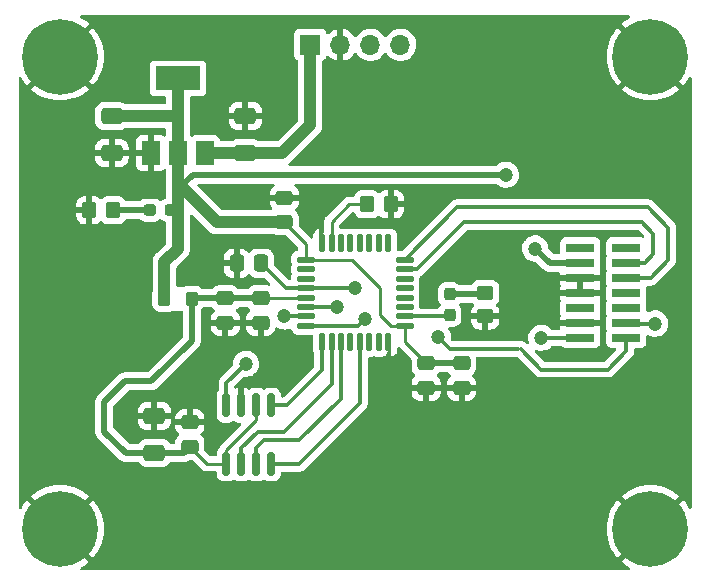
<source format=gbr>
%TF.GenerationSoftware,KiCad,Pcbnew,(6.0.2)*%
%TF.CreationDate,2022-03-31T10:51:58+02:00*%
%TF.ProjectId,stm32l02,73746d33-326c-4303-922e-6b696361645f,rev?*%
%TF.SameCoordinates,Original*%
%TF.FileFunction,Copper,L1,Top*%
%TF.FilePolarity,Positive*%
%FSLAX46Y46*%
G04 Gerber Fmt 4.6, Leading zero omitted, Abs format (unit mm)*
G04 Created by KiCad (PCBNEW (6.0.2)) date 2022-03-31 10:51:58*
%MOMM*%
%LPD*%
G01*
G04 APERTURE LIST*
G04 Aperture macros list*
%AMRoundRect*
0 Rectangle with rounded corners*
0 $1 Rounding radius*
0 $2 $3 $4 $5 $6 $7 $8 $9 X,Y pos of 4 corners*
0 Add a 4 corners polygon primitive as box body*
4,1,4,$2,$3,$4,$5,$6,$7,$8,$9,$2,$3,0*
0 Add four circle primitives for the rounded corners*
1,1,$1+$1,$2,$3*
1,1,$1+$1,$4,$5*
1,1,$1+$1,$6,$7*
1,1,$1+$1,$8,$9*
0 Add four rect primitives between the rounded corners*
20,1,$1+$1,$2,$3,$4,$5,0*
20,1,$1+$1,$4,$5,$6,$7,0*
20,1,$1+$1,$6,$7,$8,$9,0*
20,1,$1+$1,$8,$9,$2,$3,0*%
G04 Aperture macros list end*
%TA.AperFunction,SMDPad,CuDef*%
%ADD10RoundRect,0.250000X-0.350000X-0.450000X0.350000X-0.450000X0.350000X0.450000X-0.350000X0.450000X0*%
%TD*%
%TA.AperFunction,SMDPad,CuDef*%
%ADD11RoundRect,0.250000X0.337500X0.475000X-0.337500X0.475000X-0.337500X-0.475000X0.337500X-0.475000X0*%
%TD*%
%TA.AperFunction,ComponentPad*%
%ADD12C,6.400000*%
%TD*%
%TA.AperFunction,SMDPad,CuDef*%
%ADD13RoundRect,0.237500X-0.237500X0.287500X-0.237500X-0.287500X0.237500X-0.287500X0.237500X0.287500X0*%
%TD*%
%TA.AperFunction,SMDPad,CuDef*%
%ADD14RoundRect,0.250000X-0.475000X0.337500X-0.475000X-0.337500X0.475000X-0.337500X0.475000X0.337500X0*%
%TD*%
%TA.AperFunction,SMDPad,CuDef*%
%ADD15RoundRect,0.250000X0.650000X-0.412500X0.650000X0.412500X-0.650000X0.412500X-0.650000X-0.412500X0*%
%TD*%
%TA.AperFunction,SMDPad,CuDef*%
%ADD16RoundRect,0.125000X-0.625000X-0.125000X0.625000X-0.125000X0.625000X0.125000X-0.625000X0.125000X0*%
%TD*%
%TA.AperFunction,SMDPad,CuDef*%
%ADD17RoundRect,0.125000X-0.125000X-0.625000X0.125000X-0.625000X0.125000X0.625000X-0.125000X0.625000X0*%
%TD*%
%TA.AperFunction,SMDPad,CuDef*%
%ADD18RoundRect,0.250000X0.475000X-0.337500X0.475000X0.337500X-0.475000X0.337500X-0.475000X-0.337500X0*%
%TD*%
%TA.AperFunction,SMDPad,CuDef*%
%ADD19R,2.400000X0.740000*%
%TD*%
%TA.AperFunction,SMDPad,CuDef*%
%ADD20RoundRect,0.250000X-0.275000X-0.350000X0.275000X-0.350000X0.275000X0.350000X-0.275000X0.350000X0*%
%TD*%
%TA.AperFunction,SMDPad,CuDef*%
%ADD21RoundRect,0.250000X-0.450000X0.350000X-0.450000X-0.350000X0.450000X-0.350000X0.450000X0.350000X0*%
%TD*%
%TA.AperFunction,SMDPad,CuDef*%
%ADD22RoundRect,0.237500X-0.287500X-0.237500X0.287500X-0.237500X0.287500X0.237500X-0.287500X0.237500X0*%
%TD*%
%TA.AperFunction,SMDPad,CuDef*%
%ADD23RoundRect,0.150000X0.150000X-0.825000X0.150000X0.825000X-0.150000X0.825000X-0.150000X-0.825000X0*%
%TD*%
%TA.AperFunction,SMDPad,CuDef*%
%ADD24RoundRect,0.250000X-0.650000X0.412500X-0.650000X-0.412500X0.650000X-0.412500X0.650000X0.412500X0*%
%TD*%
%TA.AperFunction,SMDPad,CuDef*%
%ADD25RoundRect,0.250000X0.350000X0.450000X-0.350000X0.450000X-0.350000X-0.450000X0.350000X-0.450000X0*%
%TD*%
%TA.AperFunction,SMDPad,CuDef*%
%ADD26R,1.500000X2.000000*%
%TD*%
%TA.AperFunction,SMDPad,CuDef*%
%ADD27R,3.800000X2.000000*%
%TD*%
%TA.AperFunction,ComponentPad*%
%ADD28R,1.700000X1.700000*%
%TD*%
%TA.AperFunction,ComponentPad*%
%ADD29O,1.700000X1.700000*%
%TD*%
%TA.AperFunction,ViaPad*%
%ADD30C,1.200000*%
%TD*%
%TA.AperFunction,Conductor*%
%ADD31C,0.500000*%
%TD*%
%TA.AperFunction,Conductor*%
%ADD32C,1.000000*%
%TD*%
%TA.AperFunction,Conductor*%
%ADD33C,0.300000*%
%TD*%
%TA.AperFunction,Conductor*%
%ADD34C,0.250000*%
%TD*%
G04 APERTURE END LIST*
D10*
%TO.P,R3,1*%
%TO.N,Net-(U1-Pad31)*%
X66000000Y-42500000D03*
%TO.P,R3,2*%
%TO.N,GND*%
X68000000Y-42500000D03*
%TD*%
D11*
%TO.P,C10,1*%
%TO.N,NRST*%
X57037500Y-47500000D03*
%TO.P,C10,2*%
%TO.N,GND*%
X54962500Y-47500000D03*
%TD*%
D12*
%TO.P,H3,1,1*%
%TO.N,GND*%
X90000000Y-70000000D03*
%TD*%
D13*
%TO.P,D1,1,K*%
%TO.N,Net-(D1-Pad1)*%
X73000000Y-50125000D03*
%TO.P,D1,2,A*%
%TO.N,LED_STATUS*%
X73000000Y-51875000D03*
%TD*%
D14*
%TO.P,C7,1*%
%TO.N,+3.3VA*%
X57000000Y-50462500D03*
%TO.P,C7,2*%
%TO.N,GND*%
X57000000Y-52537500D03*
%TD*%
D15*
%TO.P,C4,1*%
%TO.N,+5V*%
X55700000Y-38162500D03*
%TO.P,C4,2*%
%TO.N,GND*%
X55700000Y-35037500D03*
%TD*%
D16*
%TO.P,U1,1,VDD*%
%TO.N,+3V3*%
X60825000Y-47200000D03*
%TO.P,U1,2,PC14*%
%TO.N,unconnected-(U1-Pad2)*%
X60825000Y-48000000D03*
%TO.P,U1,3,PC15*%
%TO.N,unconnected-(U1-Pad3)*%
X60825000Y-48800000D03*
%TO.P,U1,4,NRST*%
%TO.N,NRST*%
X60825000Y-49600000D03*
%TO.P,U1,5,VDDA*%
%TO.N,+3.3VA*%
X60825000Y-50400000D03*
%TO.P,U1,6,PA0*%
%TO.N,USART2_RX*%
X60825000Y-51200000D03*
%TO.P,U1,7,PA1*%
%TO.N,ADC_IN1*%
X60825000Y-52000000D03*
%TO.P,U1,8,PA2*%
%TO.N,USART2_TX*%
X60825000Y-52800000D03*
D17*
%TO.P,U1,9,PA3*%
%TO.N,DAC_nLDAC*%
X62200000Y-54175000D03*
%TO.P,U1,10,PA4*%
%TO.N,DAC_nCS*%
X63000000Y-54175000D03*
%TO.P,U1,11,PA5*%
%TO.N,SPI1_SCK*%
X63800000Y-54175000D03*
%TO.P,U1,12,PA6*%
%TO.N,unconnected-(U1-Pad12)*%
X64600000Y-54175000D03*
%TO.P,U1,13,PA7*%
%TO.N,SPI1_MOSI*%
X65400000Y-54175000D03*
%TO.P,U1,14,PB0*%
%TO.N,unconnected-(U1-Pad14)*%
X66200000Y-54175000D03*
%TO.P,U1,15,PB1*%
%TO.N,unconnected-(U1-Pad15)*%
X67000000Y-54175000D03*
%TO.P,U1,16,VSS*%
%TO.N,GND*%
X67800000Y-54175000D03*
D16*
%TO.P,U1,17,VDD*%
%TO.N,+3V3*%
X69175000Y-52800000D03*
%TO.P,U1,18,PA8*%
%TO.N,LED_STATUS*%
X69175000Y-52000000D03*
%TO.P,U1,19,PA9*%
%TO.N,unconnected-(U1-Pad19)*%
X69175000Y-51200000D03*
%TO.P,U1,20,PA10*%
%TO.N,unconnected-(U1-Pad20)*%
X69175000Y-50400000D03*
%TO.P,U1,21,PA11*%
%TO.N,unconnected-(U1-Pad21)*%
X69175000Y-49600000D03*
%TO.P,U1,22,PA12*%
%TO.N,unconnected-(U1-Pad22)*%
X69175000Y-48800000D03*
%TO.P,U1,23,PA13*%
%TO.N,SWDIO*%
X69175000Y-48000000D03*
%TO.P,U1,24,PA14*%
%TO.N,SWDCK*%
X69175000Y-47200000D03*
D17*
%TO.P,U1,25,PA15*%
%TO.N,unconnected-(U1-Pad25)*%
X67800000Y-45825000D03*
%TO.P,U1,26,PB3*%
%TO.N,unconnected-(U1-Pad26)*%
X67000000Y-45825000D03*
%TO.P,U1,27,PB4*%
%TO.N,unconnected-(U1-Pad27)*%
X66200000Y-45825000D03*
%TO.P,U1,28,PB5*%
%TO.N,unconnected-(U1-Pad28)*%
X65400000Y-45825000D03*
%TO.P,U1,29,PB6*%
%TO.N,unconnected-(U1-Pad29)*%
X64600000Y-45825000D03*
%TO.P,U1,30,PB7*%
%TO.N,unconnected-(U1-Pad30)*%
X63800000Y-45825000D03*
%TO.P,U1,31,PB9*%
%TO.N,Net-(U1-Pad31)*%
X63000000Y-45825000D03*
%TO.P,U1,32,VSS*%
%TO.N,GND*%
X62200000Y-45825000D03*
%TD*%
D18*
%TO.P,C9,1*%
%TO.N,+3.3VA*%
X51000000Y-63037500D03*
%TO.P,C9,2*%
%TO.N,GND*%
X51000000Y-60962500D03*
%TD*%
D19*
%TO.P,J1,1,Pin_1*%
%TO.N,unconnected-(J1-Pad1)*%
X84050000Y-46190000D03*
%TO.P,J1,2,Pin_2*%
%TO.N,unconnected-(J1-Pad2)*%
X87950000Y-46190000D03*
%TO.P,J1,3,Pin_3*%
%TO.N,+3V3*%
X84050000Y-47460000D03*
%TO.P,J1,4,Pin_4*%
%TO.N,SWDIO*%
X87950000Y-47460000D03*
%TO.P,J1,5,Pin_5*%
%TO.N,GND*%
X84050000Y-48730000D03*
%TO.P,J1,6,Pin_6*%
%TO.N,SWDCK*%
X87950000Y-48730000D03*
%TO.P,J1,7,Pin_7*%
%TO.N,GND*%
X84050000Y-50000000D03*
%TO.P,J1,8,Pin_8*%
%TO.N,unconnected-(J1-Pad8)*%
X87950000Y-50000000D03*
%TO.P,J1,9,Pin_9*%
%TO.N,unconnected-(J1-Pad9)*%
X84050000Y-51270000D03*
%TO.P,J1,10,Pin_10*%
%TO.N,unconnected-(J1-Pad10)*%
X87950000Y-51270000D03*
%TO.P,J1,11,Pin_11*%
%TO.N,GND*%
X84050000Y-52540000D03*
%TO.P,J1,12,Pin_12*%
%TO.N,NRST*%
X87950000Y-52540000D03*
%TO.P,J1,13,Pin_13*%
%TO.N,USART2_RX*%
X84050000Y-53810000D03*
%TO.P,J1,14,Pin_14*%
%TO.N,USART2_TX*%
X87950000Y-53810000D03*
%TD*%
D20*
%TO.P,L1,1*%
%TO.N,+3V3*%
X48850000Y-50500000D03*
%TO.P,L1,2*%
%TO.N,+3.3VA*%
X51150000Y-50500000D03*
%TD*%
D12*
%TO.P,H4,1,1*%
%TO.N,GND*%
X40000000Y-70000000D03*
%TD*%
D21*
%TO.P,R1,1*%
%TO.N,Net-(D1-Pad1)*%
X76000000Y-50000000D03*
%TO.P,R1,2*%
%TO.N,GND*%
X76000000Y-52000000D03*
%TD*%
D22*
%TO.P,D2,1,K*%
%TO.N,Net-(D2-Pad1)*%
X47625000Y-43000000D03*
%TO.P,D2,2,A*%
%TO.N,+3V3*%
X49375000Y-43000000D03*
%TD*%
D18*
%TO.P,C2,1*%
%TO.N,+3V3*%
X59000000Y-44037500D03*
%TO.P,C2,2*%
%TO.N,GND*%
X59000000Y-41962500D03*
%TD*%
D14*
%TO.P,C5,1*%
%TO.N,+3.3VA*%
X54000000Y-50462500D03*
%TO.P,C5,2*%
%TO.N,GND*%
X54000000Y-52537500D03*
%TD*%
D23*
%TO.P,U3,1,Vdd*%
%TO.N,+3.3VA*%
X54095000Y-64475000D03*
%TO.P,U3,2,~{CS}*%
%TO.N,DAC_nCS*%
X55365000Y-64475000D03*
%TO.P,U3,3,SCK*%
%TO.N,SPI1_SCK*%
X56635000Y-64475000D03*
%TO.P,U3,4,SDI*%
%TO.N,SPI1_MOSI*%
X57905000Y-64475000D03*
%TO.P,U3,5,~{LDAC}*%
%TO.N,DAC_nLDAC*%
X57905000Y-59525000D03*
%TO.P,U3,6,Vref*%
%TO.N,+3.3VA*%
X56635000Y-59525000D03*
%TO.P,U3,7,Vss*%
%TO.N,GND*%
X55365000Y-59525000D03*
%TO.P,U3,8,Vout*%
%TO.N,DAC_OUT*%
X54095000Y-59525000D03*
%TD*%
D14*
%TO.P,C1,1*%
%TO.N,+3V3*%
X74000000Y-55962500D03*
%TO.P,C1,2*%
%TO.N,GND*%
X74000000Y-58037500D03*
%TD*%
D12*
%TO.P,H2,1,1*%
%TO.N,GND*%
X90000000Y-30000000D03*
%TD*%
D15*
%TO.P,C8,1*%
%TO.N,+3.3VA*%
X48000000Y-63562500D03*
%TO.P,C8,2*%
%TO.N,GND*%
X48000000Y-60437500D03*
%TD*%
D12*
%TO.P,H1,1,1*%
%TO.N,GND*%
X40000000Y-30000000D03*
%TD*%
D24*
%TO.P,C6,1*%
%TO.N,+3V3*%
X44400000Y-35037500D03*
%TO.P,C6,2*%
%TO.N,GND*%
X44400000Y-38162500D03*
%TD*%
D14*
%TO.P,C3,1*%
%TO.N,+3V3*%
X71000000Y-55962500D03*
%TO.P,C3,2*%
%TO.N,GND*%
X71000000Y-58037500D03*
%TD*%
D25*
%TO.P,R2,1*%
%TO.N,Net-(D2-Pad1)*%
X44500000Y-43000000D03*
%TO.P,R2,2*%
%TO.N,GND*%
X42500000Y-43000000D03*
%TD*%
D26*
%TO.P,U2,1,GND*%
%TO.N,GND*%
X47700000Y-38150000D03*
%TO.P,U2,2,VO*%
%TO.N,+3V3*%
X50000000Y-38150000D03*
D27*
X50000000Y-31850000D03*
D26*
%TO.P,U2,3,VI*%
%TO.N,+5V*%
X52300000Y-38150000D03*
%TD*%
D28*
%TO.P,J2,1,Pin_1*%
%TO.N,+5V*%
X61200000Y-29000000D03*
D29*
%TO.P,J2,2,Pin_2*%
%TO.N,GND*%
X63740000Y-29000000D03*
%TO.P,J2,3,Pin_3*%
%TO.N,ADC_IN1*%
X66280000Y-29000000D03*
%TO.P,J2,4,Pin_4*%
%TO.N,DAC_OUT*%
X68820000Y-29000000D03*
%TD*%
D30*
%TO.N,+3V3*%
X77750000Y-40000000D03*
X80250000Y-46250000D03*
%TO.N,GND*%
X52750000Y-46250000D03*
X51750000Y-56750000D03*
X79750000Y-51300000D03*
%TO.N,NRST*%
X65000000Y-49600000D03*
X90400000Y-52600000D03*
%TO.N,USART2_RX*%
X80750000Y-53800000D03*
X63500000Y-51200000D03*
%TO.N,USART2_TX*%
X72000000Y-53750000D03*
X65800000Y-52250000D03*
%TO.N,ADC_IN1*%
X59000000Y-52000000D03*
%TO.N,DAC_OUT*%
X55750000Y-56000000D03*
%TD*%
D31*
%TO.N,+3V3*%
X50375000Y-40875000D02*
X50125000Y-40875000D01*
X77750000Y-40000000D02*
X51250000Y-40000000D01*
D32*
X50000000Y-40750000D02*
X50125000Y-40875000D01*
X50125000Y-40875000D02*
X53287500Y-44037500D01*
D31*
X51250000Y-40000000D02*
X50375000Y-40875000D01*
D32*
X50000000Y-38150000D02*
X50000000Y-40000000D01*
X50000000Y-40000000D02*
X50000000Y-40750000D01*
D31*
X53287500Y-43962500D02*
X53287500Y-44037500D01*
D33*
%TO.N,NRST*%
X60825000Y-49600000D02*
X59137500Y-49600000D01*
X59137500Y-49600000D02*
X57037500Y-47500000D01*
D34*
%TO.N,Net-(U1-Pad31)*%
X66000000Y-42500000D02*
X64500000Y-42500000D01*
X64500000Y-42500000D02*
X63000000Y-44000000D01*
X63000000Y-44000000D02*
X63000000Y-45825000D01*
%TO.N,+3V3*%
X69175000Y-52800000D02*
X69175000Y-54137500D01*
D31*
X84050000Y-47460000D02*
X81460000Y-47460000D01*
D32*
X50000000Y-38150000D02*
X50000000Y-37000000D01*
D34*
X67100000Y-51850000D02*
X67100000Y-49600000D01*
D32*
X44400000Y-35037500D02*
X49712500Y-35037500D01*
X49712500Y-35037500D02*
X50000000Y-34750000D01*
D34*
X69175000Y-54137500D02*
X71000000Y-55962500D01*
X60825000Y-45862500D02*
X59000000Y-44037500D01*
D31*
X81460000Y-47460000D02*
X80250000Y-46250000D01*
D32*
X50000000Y-34750000D02*
X50000000Y-31850000D01*
X50000000Y-38150000D02*
X50000000Y-46250000D01*
X53287500Y-44037500D02*
X59000000Y-44037500D01*
X48850000Y-50500000D02*
X48850000Y-47400000D01*
D34*
X69175000Y-52800000D02*
X68050000Y-52800000D01*
D32*
X48850000Y-47400000D02*
X50000000Y-46250000D01*
D34*
X68050000Y-52800000D02*
X67100000Y-51850000D01*
D31*
X74000000Y-55962500D02*
X71000000Y-55962500D01*
D32*
X50000000Y-37000000D02*
X50000000Y-34750000D01*
D34*
X67100000Y-49600000D02*
X64700000Y-47200000D01*
X64700000Y-47200000D02*
X60825000Y-47200000D01*
X60825000Y-47200000D02*
X60825000Y-45862500D01*
D32*
%TO.N,+5V*%
X61200000Y-35800000D02*
X58837500Y-38162500D01*
X55687500Y-38150000D02*
X55700000Y-38162500D01*
X61200000Y-29000000D02*
X61200000Y-35800000D01*
X52300000Y-38150000D02*
X55687500Y-38150000D01*
X58837500Y-38162500D02*
X55700000Y-38162500D01*
D31*
%TO.N,+3.3VA*%
X45562500Y-63562500D02*
X48000000Y-63562500D01*
X51150000Y-54100000D02*
X47750000Y-57500000D01*
D34*
X52437500Y-64475000D02*
X54095000Y-64475000D01*
D31*
X47750000Y-57500000D02*
X45500000Y-57500000D01*
X57000000Y-50462500D02*
X54000000Y-50462500D01*
X43750000Y-61750000D02*
X45562500Y-63562500D01*
X48000000Y-63562500D02*
X50475000Y-63562500D01*
D34*
X56635000Y-59525000D02*
X56635000Y-60805000D01*
X51000000Y-63037500D02*
X52437500Y-64475000D01*
X54095000Y-64475000D02*
X54095000Y-63345000D01*
D31*
X54000000Y-50462500D02*
X51187500Y-50462500D01*
D34*
X56635000Y-60805000D02*
X54095000Y-63345000D01*
D31*
X45500000Y-57500000D02*
X43750000Y-59250000D01*
D34*
X60825000Y-50400000D02*
X57062500Y-50400000D01*
D31*
X43750000Y-59250000D02*
X43750000Y-61750000D01*
X51187500Y-50462500D02*
X51150000Y-50500000D01*
X51150000Y-50500000D02*
X51150000Y-54100000D01*
X50475000Y-63562500D02*
X51000000Y-63037500D01*
D34*
X57062500Y-50400000D02*
X57000000Y-50462500D01*
D31*
%TO.N,Net-(D1-Pad1)*%
X73000000Y-50125000D02*
X75875000Y-50125000D01*
X75875000Y-50125000D02*
X76000000Y-50000000D01*
D33*
%TO.N,LED_STATUS*%
X69175000Y-52000000D02*
X72875000Y-52000000D01*
X72875000Y-52000000D02*
X73000000Y-51875000D01*
D31*
%TO.N,Net-(D2-Pad1)*%
X44500000Y-43000000D02*
X47625000Y-43000000D01*
D33*
%TO.N,SWDIO*%
X90250000Y-45000000D02*
X89250000Y-44000000D01*
X90250000Y-46750000D02*
X90250000Y-45000000D01*
X87950000Y-47460000D02*
X89540000Y-47460000D01*
X89250000Y-44000000D02*
X74250000Y-44000000D01*
X89540000Y-47460000D02*
X90250000Y-46750000D01*
X70250000Y-48000000D02*
X69175000Y-48000000D01*
X74250000Y-44000000D02*
X70250000Y-48000000D01*
%TO.N,SWDCK*%
X73625000Y-42750000D02*
X69175000Y-47200000D01*
X91500000Y-44500000D02*
X89750000Y-42750000D01*
X89750000Y-42750000D02*
X73625000Y-42750000D01*
X91500000Y-47250000D02*
X91500000Y-44500000D01*
X90020000Y-48730000D02*
X91500000Y-47250000D01*
X87950000Y-48730000D02*
X90020000Y-48730000D01*
%TO.N,NRST*%
X90400000Y-52600000D02*
X88010000Y-52600000D01*
X60825000Y-49600000D02*
X65000000Y-49600000D01*
X88010000Y-52600000D02*
X87950000Y-52540000D01*
%TO.N,USART2_RX*%
X80760000Y-53810000D02*
X84050000Y-53810000D01*
X80750000Y-53800000D02*
X80760000Y-53810000D01*
X63500000Y-51200000D02*
X60825000Y-51200000D01*
%TO.N,USART2_TX*%
X87950000Y-54950000D02*
X86400000Y-56500000D01*
X80750000Y-56500000D02*
X86000000Y-56500000D01*
X65250000Y-52800000D02*
X60825000Y-52800000D01*
X79000000Y-54750000D02*
X80750000Y-56500000D01*
X86250000Y-56500000D02*
X86000000Y-56500000D01*
X87950000Y-54950000D02*
X87950000Y-53810000D01*
X72000000Y-53750000D02*
X73000000Y-54750000D01*
X86400000Y-56500000D02*
X86000000Y-56500000D01*
X65800000Y-52250000D02*
X65250000Y-52800000D01*
X73000000Y-54750000D02*
X78750000Y-54750000D01*
%TO.N,ADC_IN1*%
X59000000Y-52000000D02*
X60825000Y-52000000D01*
%TO.N,DAC_OUT*%
X55750000Y-56000000D02*
X54095000Y-57655000D01*
X54095000Y-57655000D02*
X54095000Y-59525000D01*
%TO.N,DAC_nLDAC*%
X62200000Y-56550000D02*
X59225000Y-59525000D01*
X62200000Y-54175000D02*
X62200000Y-56550000D01*
X59225000Y-59525000D02*
X57905000Y-59525000D01*
%TO.N,DAC_nCS*%
X59000000Y-61750000D02*
X56750000Y-61750000D01*
X63000000Y-57750000D02*
X59000000Y-61750000D01*
X56750000Y-61750000D02*
X55365000Y-63135000D01*
X55365000Y-63135000D02*
X55365000Y-64475000D01*
X63000000Y-54175000D02*
X63000000Y-57750000D01*
%TO.N,SPI1_SCK*%
X60250000Y-62500000D02*
X57250000Y-62500000D01*
X56635000Y-63115000D02*
X56635000Y-64475000D01*
X63800000Y-58950000D02*
X60250000Y-62500000D01*
X57250000Y-62500000D02*
X56635000Y-63115000D01*
X63800000Y-54175000D02*
X63800000Y-58950000D01*
%TO.N,SPI1_MOSI*%
X65400000Y-54175000D02*
X65400000Y-59350000D01*
X65400000Y-59350000D02*
X65000000Y-59750000D01*
X57905000Y-64475000D02*
X60275000Y-64475000D01*
X60275000Y-64475000D02*
X65000000Y-59750000D01*
%TD*%
%TA.AperFunction,Conductor*%
%TO.N,GND*%
G36*
X88229157Y-26528002D02*
G01*
X88275650Y-26581658D01*
X88285754Y-26651932D01*
X88256260Y-26716512D01*
X88218239Y-26746267D01*
X88146397Y-26782872D01*
X88140687Y-26786169D01*
X87820265Y-26994253D01*
X87814939Y-26998123D01*
X87576165Y-27191478D01*
X87567700Y-27203733D01*
X87574034Y-27214824D01*
X92784310Y-32425100D01*
X92797386Y-32432241D01*
X92807753Y-32424784D01*
X93001877Y-32185061D01*
X93005747Y-32179735D01*
X93213831Y-31859313D01*
X93217128Y-31853603D01*
X93253733Y-31781761D01*
X93302481Y-31730146D01*
X93371396Y-31713080D01*
X93438598Y-31735981D01*
X93482750Y-31791578D01*
X93492000Y-31838964D01*
X93492000Y-68161036D01*
X93471998Y-68229157D01*
X93418342Y-68275650D01*
X93348068Y-68285754D01*
X93283488Y-68256260D01*
X93253733Y-68218239D01*
X93217128Y-68146397D01*
X93213831Y-68140687D01*
X93005747Y-67820265D01*
X93001877Y-67814939D01*
X92808522Y-67576165D01*
X92796267Y-67567700D01*
X92785176Y-67574034D01*
X87574900Y-72784310D01*
X87567759Y-72797386D01*
X87575216Y-72807753D01*
X87814935Y-73001874D01*
X87820272Y-73005751D01*
X88140685Y-73213830D01*
X88146394Y-73217127D01*
X88218238Y-73253733D01*
X88269853Y-73302481D01*
X88286919Y-73371396D01*
X88264018Y-73438598D01*
X88208421Y-73482750D01*
X88161035Y-73492000D01*
X41838965Y-73492000D01*
X41770844Y-73471998D01*
X41724351Y-73418342D01*
X41714247Y-73348068D01*
X41743741Y-73283488D01*
X41781762Y-73253733D01*
X41853606Y-73217127D01*
X41859315Y-73213830D01*
X42179728Y-73005751D01*
X42185065Y-73001874D01*
X42423835Y-72808522D01*
X42432300Y-72796267D01*
X42425966Y-72785176D01*
X39641922Y-70001132D01*
X40364408Y-70001132D01*
X40364539Y-70002965D01*
X40368790Y-70009580D01*
X42784310Y-72425100D01*
X42797386Y-72432241D01*
X42807753Y-72424784D01*
X43001877Y-72185061D01*
X43005747Y-72179735D01*
X43213831Y-71859313D01*
X43217128Y-71853603D01*
X43390578Y-71513189D01*
X43393260Y-71507164D01*
X43530171Y-71150498D01*
X43532212Y-71144216D01*
X43631094Y-70775184D01*
X43632465Y-70768734D01*
X43692234Y-70391371D01*
X43692920Y-70384833D01*
X43712916Y-70003301D01*
X86287084Y-70003301D01*
X86307080Y-70384833D01*
X86307766Y-70391371D01*
X86367535Y-70768734D01*
X86368906Y-70775184D01*
X86467788Y-71144216D01*
X86469829Y-71150498D01*
X86606740Y-71507164D01*
X86609422Y-71513189D01*
X86782872Y-71853603D01*
X86786169Y-71859313D01*
X86994253Y-72179735D01*
X86998123Y-72185061D01*
X87191478Y-72423835D01*
X87203733Y-72432300D01*
X87214824Y-72425966D01*
X89627978Y-70012812D01*
X89635592Y-69998868D01*
X89635461Y-69997035D01*
X89631210Y-69990420D01*
X87215690Y-67574900D01*
X87202614Y-67567759D01*
X87192247Y-67575216D01*
X86998123Y-67814939D01*
X86994253Y-67820265D01*
X86786169Y-68140687D01*
X86782872Y-68146397D01*
X86609422Y-68486811D01*
X86606740Y-68492836D01*
X86469829Y-68849502D01*
X86467788Y-68855784D01*
X86368906Y-69224816D01*
X86367535Y-69231266D01*
X86307766Y-69608629D01*
X86307080Y-69615167D01*
X86287084Y-69996699D01*
X86287084Y-70003301D01*
X43712916Y-70003301D01*
X43712916Y-69996699D01*
X43692920Y-69615167D01*
X43692234Y-69608629D01*
X43632465Y-69231266D01*
X43631094Y-69224816D01*
X43532212Y-68855784D01*
X43530171Y-68849502D01*
X43393260Y-68492836D01*
X43390578Y-68486811D01*
X43217128Y-68146397D01*
X43213831Y-68140687D01*
X43005747Y-67820265D01*
X43001877Y-67814939D01*
X42808522Y-67576165D01*
X42796267Y-67567700D01*
X42785176Y-67574034D01*
X40372022Y-69987188D01*
X40364408Y-70001132D01*
X39641922Y-70001132D01*
X37215690Y-67574900D01*
X37202614Y-67567759D01*
X37192247Y-67575216D01*
X36998123Y-67814939D01*
X36994253Y-67820265D01*
X36786169Y-68140687D01*
X36782872Y-68146397D01*
X36746267Y-68218239D01*
X36697519Y-68269854D01*
X36628604Y-68286920D01*
X36561402Y-68264019D01*
X36517250Y-68208422D01*
X36508000Y-68161036D01*
X36508000Y-67203733D01*
X37567700Y-67203733D01*
X37574034Y-67214824D01*
X39987188Y-69627978D01*
X40001132Y-69635592D01*
X40002965Y-69635461D01*
X40009580Y-69631210D01*
X42425100Y-67215690D01*
X42431630Y-67203733D01*
X87567700Y-67203733D01*
X87574034Y-67214824D01*
X89987188Y-69627978D01*
X90001132Y-69635592D01*
X90002965Y-69635461D01*
X90009580Y-69631210D01*
X92425100Y-67215690D01*
X92432241Y-67202614D01*
X92424784Y-67192247D01*
X92185065Y-66998126D01*
X92179728Y-66994249D01*
X91859315Y-66786170D01*
X91853606Y-66782873D01*
X91513189Y-66609422D01*
X91507164Y-66606740D01*
X91150498Y-66469829D01*
X91144216Y-66467788D01*
X90775184Y-66368906D01*
X90768734Y-66367535D01*
X90391371Y-66307766D01*
X90384833Y-66307080D01*
X90003301Y-66287084D01*
X89996699Y-66287084D01*
X89615167Y-66307080D01*
X89608629Y-66307766D01*
X89231266Y-66367535D01*
X89224816Y-66368906D01*
X88855784Y-66467788D01*
X88849502Y-66469829D01*
X88492836Y-66606740D01*
X88486811Y-66609422D01*
X88146397Y-66782872D01*
X88140687Y-66786169D01*
X87820265Y-66994253D01*
X87814939Y-66998123D01*
X87576165Y-67191478D01*
X87567700Y-67203733D01*
X42431630Y-67203733D01*
X42432241Y-67202614D01*
X42424784Y-67192247D01*
X42185065Y-66998126D01*
X42179728Y-66994249D01*
X41859315Y-66786170D01*
X41853606Y-66782873D01*
X41513189Y-66609422D01*
X41507164Y-66606740D01*
X41150498Y-66469829D01*
X41144216Y-66467788D01*
X40775184Y-66368906D01*
X40768734Y-66367535D01*
X40391371Y-66307766D01*
X40384833Y-66307080D01*
X40003301Y-66287084D01*
X39996699Y-66287084D01*
X39615167Y-66307080D01*
X39608629Y-66307766D01*
X39231266Y-66367535D01*
X39224816Y-66368906D01*
X38855784Y-66467788D01*
X38849502Y-66469829D01*
X38492836Y-66606740D01*
X38486811Y-66609422D01*
X38146397Y-66782872D01*
X38140687Y-66786169D01*
X37820265Y-66994253D01*
X37814939Y-66998123D01*
X37576165Y-67191478D01*
X37567700Y-67203733D01*
X36508000Y-67203733D01*
X36508000Y-43497095D01*
X41392001Y-43497095D01*
X41392338Y-43503614D01*
X41402257Y-43599206D01*
X41405149Y-43612600D01*
X41456588Y-43766784D01*
X41462761Y-43779962D01*
X41548063Y-43917807D01*
X41557099Y-43929208D01*
X41671829Y-44043739D01*
X41683240Y-44052751D01*
X41821243Y-44137816D01*
X41834424Y-44143963D01*
X41988710Y-44195138D01*
X42002086Y-44198005D01*
X42096438Y-44207672D01*
X42102854Y-44208000D01*
X42227885Y-44208000D01*
X42243124Y-44203525D01*
X42244329Y-44202135D01*
X42246000Y-44194452D01*
X42246000Y-44189884D01*
X42754000Y-44189884D01*
X42758475Y-44205123D01*
X42759865Y-44206328D01*
X42767548Y-44207999D01*
X42897095Y-44207999D01*
X42903614Y-44207662D01*
X42999206Y-44197743D01*
X43012600Y-44194851D01*
X43166784Y-44143412D01*
X43179962Y-44137239D01*
X43317807Y-44051937D01*
X43329208Y-44042901D01*
X43410430Y-43961538D01*
X43472713Y-43927459D01*
X43543533Y-43932462D01*
X43588620Y-43961383D01*
X43671512Y-44044130D01*
X43671517Y-44044134D01*
X43676697Y-44049305D01*
X43682927Y-44053145D01*
X43682928Y-44053146D01*
X43820288Y-44137816D01*
X43827262Y-44142115D01*
X43907005Y-44168564D01*
X43988611Y-44195632D01*
X43988613Y-44195632D01*
X43995139Y-44197797D01*
X44001975Y-44198497D01*
X44001978Y-44198498D01*
X44045031Y-44202909D01*
X44099600Y-44208500D01*
X44900400Y-44208500D01*
X44903646Y-44208163D01*
X44903650Y-44208163D01*
X44999308Y-44198238D01*
X44999312Y-44198237D01*
X45006166Y-44197526D01*
X45012702Y-44195345D01*
X45012704Y-44195345D01*
X45144806Y-44151272D01*
X45173946Y-44141550D01*
X45324348Y-44048478D01*
X45449305Y-43923303D01*
X45513979Y-43818383D01*
X45566750Y-43770891D01*
X45621238Y-43758500D01*
X46751323Y-43758500D01*
X46819444Y-43778502D01*
X46840334Y-43795321D01*
X46871997Y-43826929D01*
X47020080Y-43918209D01*
X47185191Y-43972974D01*
X47192027Y-43973674D01*
X47192030Y-43973675D01*
X47241498Y-43978743D01*
X47287928Y-43983500D01*
X47962072Y-43983500D01*
X47965318Y-43983163D01*
X47965322Y-43983163D01*
X48059235Y-43973419D01*
X48059239Y-43973418D01*
X48066093Y-43972707D01*
X48072629Y-43970526D01*
X48072631Y-43970526D01*
X48214175Y-43923303D01*
X48231107Y-43917654D01*
X48315348Y-43865524D01*
X48372805Y-43829969D01*
X48372806Y-43829968D01*
X48379031Y-43826116D01*
X48410879Y-43794213D01*
X48473159Y-43760134D01*
X48543979Y-43765137D01*
X48589067Y-43794057D01*
X48609626Y-43814580D01*
X48621997Y-43826929D01*
X48770080Y-43918209D01*
X48905168Y-43963016D01*
X48963527Y-44003445D01*
X48990764Y-44069010D01*
X48991500Y-44082608D01*
X48991500Y-45780076D01*
X48971498Y-45848197D01*
X48954595Y-45869171D01*
X48180621Y-46643145D01*
X48170478Y-46652247D01*
X48140975Y-46675968D01*
X48137008Y-46680696D01*
X48108709Y-46714421D01*
X48105528Y-46718069D01*
X48103885Y-46719881D01*
X48101691Y-46722075D01*
X48074358Y-46755349D01*
X48073696Y-46756147D01*
X48013846Y-46827474D01*
X48011278Y-46832144D01*
X48007897Y-46836261D01*
X47986007Y-46877086D01*
X47964023Y-46918086D01*
X47963394Y-46919245D01*
X47921538Y-46995381D01*
X47921535Y-46995389D01*
X47918567Y-47000787D01*
X47916955Y-47005869D01*
X47914438Y-47010563D01*
X47887238Y-47099531D01*
X47886918Y-47100559D01*
X47858765Y-47189306D01*
X47858171Y-47194602D01*
X47856613Y-47199698D01*
X47847234Y-47292031D01*
X47847218Y-47292187D01*
X47847089Y-47293393D01*
X47841500Y-47343227D01*
X47841500Y-47346754D01*
X47841445Y-47347739D01*
X47840998Y-47353419D01*
X47840235Y-47360937D01*
X47837638Y-47386504D01*
X47836626Y-47396462D01*
X47839898Y-47431070D01*
X47840941Y-47442109D01*
X47841500Y-47453967D01*
X47841500Y-49931684D01*
X47835093Y-49971351D01*
X47827203Y-49995139D01*
X47826503Y-50001975D01*
X47826502Y-50001978D01*
X47823103Y-50035153D01*
X47816500Y-50099600D01*
X47816500Y-50900400D01*
X47816837Y-50903646D01*
X47816837Y-50903650D01*
X47824252Y-50975111D01*
X47827474Y-51006166D01*
X47829655Y-51012702D01*
X47829655Y-51012704D01*
X47857954Y-51097526D01*
X47883450Y-51173946D01*
X47976522Y-51324348D01*
X48101697Y-51449305D01*
X48107927Y-51453145D01*
X48107928Y-51453146D01*
X48245090Y-51537694D01*
X48252262Y-51542115D01*
X48268576Y-51547526D01*
X48413611Y-51595632D01*
X48413613Y-51595632D01*
X48420139Y-51597797D01*
X48426975Y-51598497D01*
X48426978Y-51598498D01*
X48469505Y-51602855D01*
X48524600Y-51608500D01*
X49175400Y-51608500D01*
X49178646Y-51608163D01*
X49178650Y-51608163D01*
X49274308Y-51598238D01*
X49274312Y-51598237D01*
X49281166Y-51597526D01*
X49287702Y-51595345D01*
X49287704Y-51595345D01*
X49419806Y-51551272D01*
X49448946Y-51541550D01*
X49485619Y-51518856D01*
X49551922Y-51500000D01*
X50265500Y-51500000D01*
X50333621Y-51520002D01*
X50380114Y-51573658D01*
X50391500Y-51626000D01*
X50391500Y-53733629D01*
X50371498Y-53801750D01*
X50354595Y-53822724D01*
X47472724Y-56704595D01*
X47410412Y-56738621D01*
X47383629Y-56741500D01*
X45567070Y-56741500D01*
X45548120Y-56740067D01*
X45533885Y-56737901D01*
X45533881Y-56737901D01*
X45526651Y-56736801D01*
X45519359Y-56737394D01*
X45519356Y-56737394D01*
X45473982Y-56741085D01*
X45463767Y-56741500D01*
X45455707Y-56741500D01*
X45452073Y-56741924D01*
X45452067Y-56741924D01*
X45439042Y-56743443D01*
X45427480Y-56744791D01*
X45423132Y-56745221D01*
X45350364Y-56751140D01*
X45343403Y-56753395D01*
X45337463Y-56754582D01*
X45331588Y-56755971D01*
X45324319Y-56756818D01*
X45255670Y-56781736D01*
X45251542Y-56783153D01*
X45189064Y-56803393D01*
X45189062Y-56803394D01*
X45182101Y-56805649D01*
X45175846Y-56809445D01*
X45170372Y-56811951D01*
X45164942Y-56814670D01*
X45158063Y-56817167D01*
X45151943Y-56821180D01*
X45151942Y-56821180D01*
X45097024Y-56857186D01*
X45093320Y-56859523D01*
X45030893Y-56897405D01*
X45022516Y-56904803D01*
X45022492Y-56904776D01*
X45019500Y-56907429D01*
X45016267Y-56910132D01*
X45010148Y-56914144D01*
X45001683Y-56923080D01*
X44956872Y-56970383D01*
X44954494Y-56972825D01*
X43261089Y-58666230D01*
X43246677Y-58678616D01*
X43235082Y-58687149D01*
X43235077Y-58687154D01*
X43229182Y-58691492D01*
X43224443Y-58697070D01*
X43224440Y-58697073D01*
X43194965Y-58731768D01*
X43188035Y-58739284D01*
X43182340Y-58744979D01*
X43180060Y-58747861D01*
X43164719Y-58767251D01*
X43161928Y-58770655D01*
X43143079Y-58792842D01*
X43114667Y-58826285D01*
X43111339Y-58832801D01*
X43107972Y-58837850D01*
X43104805Y-58842979D01*
X43100266Y-58848716D01*
X43069345Y-58914875D01*
X43067442Y-58918769D01*
X43034231Y-58983808D01*
X43032492Y-58990916D01*
X43030393Y-58996559D01*
X43028476Y-59002322D01*
X43025378Y-59008950D01*
X43023888Y-59016112D01*
X43023888Y-59016113D01*
X43010514Y-59080412D01*
X43009544Y-59084696D01*
X42992192Y-59155610D01*
X42991500Y-59166764D01*
X42991464Y-59166762D01*
X42991225Y-59170755D01*
X42990851Y-59174947D01*
X42989360Y-59182115D01*
X42989558Y-59189432D01*
X42991454Y-59259521D01*
X42991500Y-59262928D01*
X42991500Y-61682930D01*
X42990067Y-61701880D01*
X42986801Y-61723349D01*
X42987394Y-61730641D01*
X42987394Y-61730644D01*
X42991085Y-61776018D01*
X42991500Y-61786233D01*
X42991500Y-61794293D01*
X42991925Y-61797937D01*
X42994789Y-61822507D01*
X42995222Y-61826882D01*
X43001140Y-61899637D01*
X43003396Y-61906601D01*
X43004587Y-61912560D01*
X43005971Y-61918415D01*
X43006818Y-61925681D01*
X43031735Y-61994327D01*
X43033152Y-61998455D01*
X43055649Y-62067899D01*
X43059445Y-62074154D01*
X43061951Y-62079628D01*
X43064670Y-62085058D01*
X43067167Y-62091937D01*
X43071180Y-62098057D01*
X43071180Y-62098058D01*
X43107186Y-62152976D01*
X43109523Y-62156680D01*
X43147405Y-62219107D01*
X43151121Y-62223315D01*
X43151122Y-62223316D01*
X43154803Y-62227484D01*
X43154776Y-62227508D01*
X43157429Y-62230500D01*
X43160132Y-62233733D01*
X43164144Y-62239852D01*
X43169456Y-62244884D01*
X43220383Y-62293128D01*
X43222825Y-62295506D01*
X44978730Y-64051411D01*
X44991116Y-64065823D01*
X44999649Y-64077418D01*
X44999654Y-64077423D01*
X45003992Y-64083318D01*
X45009570Y-64088057D01*
X45009573Y-64088060D01*
X45044268Y-64117535D01*
X45051784Y-64124465D01*
X45057479Y-64130160D01*
X45060361Y-64132440D01*
X45079751Y-64147781D01*
X45083155Y-64150572D01*
X45106500Y-64170405D01*
X45138785Y-64197833D01*
X45145301Y-64201161D01*
X45150350Y-64204528D01*
X45155479Y-64207695D01*
X45161216Y-64212234D01*
X45227375Y-64243155D01*
X45231269Y-64245058D01*
X45296308Y-64278269D01*
X45303416Y-64280008D01*
X45309059Y-64282107D01*
X45314822Y-64284024D01*
X45321450Y-64287122D01*
X45328612Y-64288612D01*
X45328613Y-64288612D01*
X45392912Y-64301986D01*
X45397196Y-64302956D01*
X45468110Y-64320308D01*
X45473712Y-64320656D01*
X45473715Y-64320656D01*
X45479264Y-64321000D01*
X45479262Y-64321036D01*
X45483255Y-64321275D01*
X45487447Y-64321649D01*
X45494615Y-64323140D01*
X45572020Y-64321046D01*
X45575428Y-64321000D01*
X46601895Y-64321000D01*
X46670016Y-64341002D01*
X46709039Y-64380697D01*
X46751522Y-64449348D01*
X46876697Y-64574305D01*
X46882927Y-64578145D01*
X46882928Y-64578146D01*
X47020090Y-64662694D01*
X47027262Y-64667115D01*
X47107005Y-64693564D01*
X47188611Y-64720632D01*
X47188613Y-64720632D01*
X47195139Y-64722797D01*
X47201975Y-64723497D01*
X47201978Y-64723498D01*
X47245031Y-64727909D01*
X47299600Y-64733500D01*
X48700400Y-64733500D01*
X48703646Y-64733163D01*
X48703650Y-64733163D01*
X48799308Y-64723238D01*
X48799312Y-64723237D01*
X48806166Y-64722526D01*
X48812702Y-64720345D01*
X48812704Y-64720345D01*
X48944806Y-64676272D01*
X48973946Y-64666550D01*
X49124348Y-64573478D01*
X49249305Y-64448303D01*
X49290863Y-64380884D01*
X49343636Y-64333390D01*
X49398123Y-64321000D01*
X50407930Y-64321000D01*
X50426880Y-64322433D01*
X50441115Y-64324599D01*
X50441119Y-64324599D01*
X50448349Y-64325699D01*
X50455641Y-64325106D01*
X50455644Y-64325106D01*
X50501018Y-64321415D01*
X50511233Y-64321000D01*
X50519293Y-64321000D01*
X50536680Y-64318973D01*
X50547507Y-64317711D01*
X50551882Y-64317278D01*
X50617339Y-64311954D01*
X50617342Y-64311953D01*
X50624637Y-64311360D01*
X50631601Y-64309104D01*
X50637560Y-64307913D01*
X50643415Y-64306529D01*
X50650681Y-64305682D01*
X50719327Y-64280765D01*
X50723455Y-64279348D01*
X50785936Y-64259107D01*
X50785938Y-64259106D01*
X50792899Y-64256851D01*
X50799154Y-64253055D01*
X50804628Y-64250549D01*
X50810058Y-64247830D01*
X50816937Y-64245333D01*
X50823058Y-64241320D01*
X50877976Y-64205314D01*
X50881680Y-64202977D01*
X50944107Y-64165095D01*
X50948316Y-64161378D01*
X50952833Y-64158054D01*
X50954446Y-64160246D01*
X51008409Y-64134963D01*
X51027556Y-64133500D01*
X51147905Y-64133500D01*
X51216026Y-64153502D01*
X51237001Y-64170405D01*
X51933853Y-64867258D01*
X51941387Y-64875537D01*
X51945500Y-64882018D01*
X51980056Y-64914468D01*
X51995151Y-64928643D01*
X51997993Y-64931398D01*
X52017730Y-64951135D01*
X52020927Y-64953615D01*
X52029947Y-64961318D01*
X52062179Y-64991586D01*
X52069125Y-64995405D01*
X52069128Y-64995407D01*
X52079934Y-65001348D01*
X52096453Y-65012199D01*
X52112459Y-65024614D01*
X52119728Y-65027759D01*
X52119732Y-65027762D01*
X52153037Y-65042174D01*
X52163687Y-65047391D01*
X52202440Y-65068695D01*
X52210115Y-65070666D01*
X52210116Y-65070666D01*
X52222062Y-65073733D01*
X52240767Y-65080137D01*
X52259355Y-65088181D01*
X52267178Y-65089420D01*
X52267188Y-65089423D01*
X52303024Y-65095099D01*
X52314644Y-65097505D01*
X52349789Y-65106528D01*
X52357470Y-65108500D01*
X52377724Y-65108500D01*
X52397434Y-65110051D01*
X52417443Y-65113220D01*
X52425335Y-65112474D01*
X52461461Y-65109059D01*
X52473319Y-65108500D01*
X53160500Y-65108500D01*
X53228621Y-65128502D01*
X53275114Y-65182158D01*
X53286500Y-65234500D01*
X53286500Y-65366502D01*
X53289438Y-65403831D01*
X53335855Y-65563601D01*
X53339892Y-65570427D01*
X53416509Y-65699980D01*
X53416511Y-65699983D01*
X53420547Y-65706807D01*
X53538193Y-65824453D01*
X53545017Y-65828489D01*
X53545020Y-65828491D01*
X53652589Y-65892107D01*
X53681399Y-65909145D01*
X53689010Y-65911356D01*
X53689012Y-65911357D01*
X53741231Y-65926528D01*
X53841169Y-65955562D01*
X53847574Y-65956066D01*
X53847579Y-65956067D01*
X53876042Y-65958307D01*
X53876050Y-65958307D01*
X53878498Y-65958500D01*
X54311502Y-65958500D01*
X54313950Y-65958307D01*
X54313958Y-65958307D01*
X54342421Y-65956067D01*
X54342426Y-65956066D01*
X54348831Y-65955562D01*
X54448769Y-65926528D01*
X54500988Y-65911357D01*
X54500990Y-65911356D01*
X54508601Y-65909145D01*
X54651807Y-65824453D01*
X54654489Y-65821771D01*
X54718861Y-65796498D01*
X54788484Y-65810400D01*
X54804312Y-65820572D01*
X54808193Y-65824453D01*
X54951399Y-65909145D01*
X54959010Y-65911356D01*
X54959012Y-65911357D01*
X55011231Y-65926528D01*
X55111169Y-65955562D01*
X55117574Y-65956066D01*
X55117579Y-65956067D01*
X55146042Y-65958307D01*
X55146050Y-65958307D01*
X55148498Y-65958500D01*
X55581502Y-65958500D01*
X55583950Y-65958307D01*
X55583958Y-65958307D01*
X55612421Y-65956067D01*
X55612426Y-65956066D01*
X55618831Y-65955562D01*
X55718769Y-65926528D01*
X55770988Y-65911357D01*
X55770990Y-65911356D01*
X55778601Y-65909145D01*
X55921807Y-65824453D01*
X55924489Y-65821771D01*
X55988861Y-65796498D01*
X56058484Y-65810400D01*
X56074312Y-65820572D01*
X56078193Y-65824453D01*
X56221399Y-65909145D01*
X56229010Y-65911356D01*
X56229012Y-65911357D01*
X56281231Y-65926528D01*
X56381169Y-65955562D01*
X56387574Y-65956066D01*
X56387579Y-65956067D01*
X56416042Y-65958307D01*
X56416050Y-65958307D01*
X56418498Y-65958500D01*
X56851502Y-65958500D01*
X56853950Y-65958307D01*
X56853958Y-65958307D01*
X56882421Y-65956067D01*
X56882426Y-65956066D01*
X56888831Y-65955562D01*
X56988769Y-65926528D01*
X57040988Y-65911357D01*
X57040990Y-65911356D01*
X57048601Y-65909145D01*
X57191807Y-65824453D01*
X57194489Y-65821771D01*
X57258861Y-65796498D01*
X57328484Y-65810400D01*
X57344312Y-65820572D01*
X57348193Y-65824453D01*
X57491399Y-65909145D01*
X57499010Y-65911356D01*
X57499012Y-65911357D01*
X57551231Y-65926528D01*
X57651169Y-65955562D01*
X57657574Y-65956066D01*
X57657579Y-65956067D01*
X57686042Y-65958307D01*
X57686050Y-65958307D01*
X57688498Y-65958500D01*
X58121502Y-65958500D01*
X58123950Y-65958307D01*
X58123958Y-65958307D01*
X58152421Y-65956067D01*
X58152426Y-65956066D01*
X58158831Y-65955562D01*
X58258769Y-65926528D01*
X58310988Y-65911357D01*
X58310990Y-65911356D01*
X58318601Y-65909145D01*
X58347411Y-65892107D01*
X58454980Y-65828491D01*
X58454983Y-65828489D01*
X58461807Y-65824453D01*
X58579453Y-65706807D01*
X58583489Y-65699983D01*
X58583491Y-65699980D01*
X58660108Y-65570427D01*
X58664145Y-65563601D01*
X58710562Y-65403831D01*
X58713500Y-65366502D01*
X58713500Y-65259500D01*
X58733502Y-65191379D01*
X58787158Y-65144886D01*
X58839500Y-65133500D01*
X60192944Y-65133500D01*
X60204800Y-65134059D01*
X60204803Y-65134059D01*
X60212537Y-65135788D01*
X60283369Y-65133562D01*
X60287327Y-65133500D01*
X60316432Y-65133500D01*
X60320832Y-65132944D01*
X60332664Y-65132012D01*
X60378831Y-65130562D01*
X60399421Y-65124580D01*
X60418782Y-65120570D01*
X60425770Y-65119688D01*
X60432204Y-65118875D01*
X60432205Y-65118875D01*
X60440064Y-65117882D01*
X60447429Y-65114966D01*
X60447433Y-65114965D01*
X60483021Y-65100874D01*
X60494231Y-65097035D01*
X60538600Y-65084145D01*
X60557065Y-65073225D01*
X60574805Y-65064534D01*
X60594756Y-65056635D01*
X60632129Y-65029482D01*
X60642048Y-65022967D01*
X60674977Y-65003493D01*
X60674981Y-65003490D01*
X60681807Y-64999453D01*
X60696971Y-64984289D01*
X60712005Y-64971448D01*
X60722943Y-64963501D01*
X60729357Y-64958841D01*
X60758803Y-64923247D01*
X60766792Y-64914468D01*
X65649999Y-60031261D01*
X65807600Y-59873659D01*
X65816381Y-59865669D01*
X65816390Y-59865661D01*
X65823080Y-59861416D01*
X65871620Y-59809726D01*
X65874374Y-59806885D01*
X65894926Y-59786333D01*
X65897638Y-59782837D01*
X65905349Y-59773808D01*
X65911166Y-59767614D01*
X65936972Y-59740133D01*
X65947301Y-59721345D01*
X65958158Y-59704816D01*
X65966447Y-59694131D01*
X65966448Y-59694129D01*
X65971304Y-59687869D01*
X65989657Y-59645456D01*
X65994868Y-59634819D01*
X66017124Y-59594337D01*
X66022457Y-59573566D01*
X66028859Y-59554864D01*
X66037379Y-59535177D01*
X66044605Y-59489552D01*
X66047013Y-59477926D01*
X66056529Y-59440865D01*
X66056529Y-59440864D01*
X66058500Y-59433188D01*
X66058500Y-59411742D01*
X66060051Y-59392031D01*
X66062166Y-59378678D01*
X66063406Y-59370849D01*
X66059059Y-59324864D01*
X66058500Y-59313006D01*
X66058500Y-58422095D01*
X69767001Y-58422095D01*
X69767338Y-58428614D01*
X69777257Y-58524206D01*
X69780149Y-58537600D01*
X69831588Y-58691784D01*
X69837761Y-58704962D01*
X69923063Y-58842807D01*
X69932099Y-58854208D01*
X70046829Y-58968739D01*
X70058240Y-58977751D01*
X70196243Y-59062816D01*
X70209424Y-59068963D01*
X70363710Y-59120138D01*
X70377086Y-59123005D01*
X70471438Y-59132672D01*
X70477854Y-59133000D01*
X70727885Y-59133000D01*
X70743124Y-59128525D01*
X70744329Y-59127135D01*
X70746000Y-59119452D01*
X70746000Y-59114884D01*
X71254000Y-59114884D01*
X71258475Y-59130123D01*
X71259865Y-59131328D01*
X71267548Y-59132999D01*
X71522095Y-59132999D01*
X71528614Y-59132662D01*
X71624206Y-59122743D01*
X71637600Y-59119851D01*
X71791784Y-59068412D01*
X71804962Y-59062239D01*
X71942807Y-58976937D01*
X71954208Y-58967901D01*
X72068739Y-58853171D01*
X72077751Y-58841760D01*
X72162816Y-58703757D01*
X72168963Y-58690576D01*
X72220138Y-58536290D01*
X72223005Y-58522914D01*
X72232672Y-58428562D01*
X72233000Y-58422146D01*
X72233000Y-58422095D01*
X72767001Y-58422095D01*
X72767338Y-58428614D01*
X72777257Y-58524206D01*
X72780149Y-58537600D01*
X72831588Y-58691784D01*
X72837761Y-58704962D01*
X72923063Y-58842807D01*
X72932099Y-58854208D01*
X73046829Y-58968739D01*
X73058240Y-58977751D01*
X73196243Y-59062816D01*
X73209424Y-59068963D01*
X73363710Y-59120138D01*
X73377086Y-59123005D01*
X73471438Y-59132672D01*
X73477854Y-59133000D01*
X73727885Y-59133000D01*
X73743124Y-59128525D01*
X73744329Y-59127135D01*
X73746000Y-59119452D01*
X73746000Y-59114884D01*
X74254000Y-59114884D01*
X74258475Y-59130123D01*
X74259865Y-59131328D01*
X74267548Y-59132999D01*
X74522095Y-59132999D01*
X74528614Y-59132662D01*
X74624206Y-59122743D01*
X74637600Y-59119851D01*
X74791784Y-59068412D01*
X74804962Y-59062239D01*
X74942807Y-58976937D01*
X74954208Y-58967901D01*
X75068739Y-58853171D01*
X75077751Y-58841760D01*
X75162816Y-58703757D01*
X75168963Y-58690576D01*
X75220138Y-58536290D01*
X75223005Y-58522914D01*
X75232672Y-58428562D01*
X75233000Y-58422146D01*
X75233000Y-58309615D01*
X75228525Y-58294376D01*
X75227135Y-58293171D01*
X75219452Y-58291500D01*
X74272115Y-58291500D01*
X74256876Y-58295975D01*
X74255671Y-58297365D01*
X74254000Y-58305048D01*
X74254000Y-59114884D01*
X73746000Y-59114884D01*
X73746000Y-58309615D01*
X73741525Y-58294376D01*
X73740135Y-58293171D01*
X73732452Y-58291500D01*
X72785116Y-58291500D01*
X72769877Y-58295975D01*
X72768672Y-58297365D01*
X72767001Y-58305048D01*
X72767001Y-58422095D01*
X72233000Y-58422095D01*
X72233000Y-58309615D01*
X72228525Y-58294376D01*
X72227135Y-58293171D01*
X72219452Y-58291500D01*
X71272115Y-58291500D01*
X71256876Y-58295975D01*
X71255671Y-58297365D01*
X71254000Y-58305048D01*
X71254000Y-59114884D01*
X70746000Y-59114884D01*
X70746000Y-58309615D01*
X70741525Y-58294376D01*
X70740135Y-58293171D01*
X70732452Y-58291500D01*
X69785116Y-58291500D01*
X69769877Y-58295975D01*
X69768672Y-58297365D01*
X69767001Y-58305048D01*
X69767001Y-58422095D01*
X66058500Y-58422095D01*
X66058500Y-55559500D01*
X66078502Y-55491379D01*
X66132158Y-55444886D01*
X66184499Y-55433500D01*
X66382614Y-55433499D01*
X66388978Y-55433499D01*
X66396766Y-55432886D01*
X66418474Y-55431179D01*
X66418477Y-55431178D01*
X66424889Y-55430674D01*
X66431063Y-55428880D01*
X66431070Y-55428879D01*
X66564847Y-55390012D01*
X66635153Y-55390012D01*
X66768925Y-55428877D01*
X66768927Y-55428877D01*
X66775111Y-55430674D01*
X66787762Y-55431670D01*
X66808562Y-55433307D01*
X66808575Y-55433308D01*
X66811021Y-55433500D01*
X66999885Y-55433500D01*
X67188978Y-55433499D01*
X67196766Y-55432886D01*
X67218474Y-55431179D01*
X67218477Y-55431178D01*
X67224889Y-55430674D01*
X67231063Y-55428880D01*
X67231070Y-55428879D01*
X67365743Y-55389752D01*
X67436049Y-55389752D01*
X67532605Y-55417804D01*
X67546705Y-55417764D01*
X67550000Y-55410494D01*
X67550000Y-55323095D01*
X67570002Y-55254974D01*
X67586905Y-55234000D01*
X67629542Y-55191363D01*
X67633573Y-55184547D01*
X67633576Y-55184543D01*
X67706984Y-55060414D01*
X67711018Y-55053593D01*
X67724239Y-55008088D01*
X67753878Y-54906072D01*
X67753879Y-54906067D01*
X67755674Y-54899889D01*
X67756670Y-54887238D01*
X67758307Y-54866438D01*
X67758308Y-54866425D01*
X67758500Y-54863979D01*
X67758499Y-54050999D01*
X67778501Y-53982879D01*
X67832157Y-53936386D01*
X67884499Y-53925000D01*
X67924000Y-53925000D01*
X67992121Y-53945002D01*
X68038614Y-53998658D01*
X68050000Y-54051000D01*
X68050000Y-55404743D01*
X68053973Y-55418274D01*
X68061871Y-55419409D01*
X68170780Y-55387768D01*
X68185217Y-55381520D01*
X68309227Y-55308181D01*
X68321665Y-55298532D01*
X68423532Y-55196665D01*
X68433181Y-55184227D01*
X68506520Y-55060217D01*
X68512768Y-55045780D01*
X68553382Y-54905987D01*
X68555680Y-54893400D01*
X68557807Y-54866384D01*
X68558000Y-54861458D01*
X68558000Y-54720594D01*
X68578002Y-54652473D01*
X68631658Y-54605980D01*
X68701932Y-54595876D01*
X68766512Y-54625370D01*
X68773081Y-54631485D01*
X69729597Y-55588002D01*
X69763621Y-55650312D01*
X69766500Y-55677095D01*
X69766500Y-56350400D01*
X69766837Y-56353646D01*
X69766837Y-56353650D01*
X69776557Y-56447327D01*
X69777474Y-56456166D01*
X69833450Y-56623946D01*
X69926522Y-56774348D01*
X70051697Y-56899305D01*
X70056235Y-56902102D01*
X70096824Y-56959353D01*
X70100054Y-57030276D01*
X70064428Y-57091687D01*
X70055932Y-57099062D01*
X70045793Y-57107098D01*
X69931261Y-57221829D01*
X69922249Y-57233240D01*
X69837184Y-57371243D01*
X69831037Y-57384424D01*
X69779862Y-57538710D01*
X69776995Y-57552086D01*
X69767328Y-57646438D01*
X69767000Y-57652855D01*
X69767000Y-57765385D01*
X69771475Y-57780624D01*
X69772865Y-57781829D01*
X69780548Y-57783500D01*
X72214884Y-57783500D01*
X72230123Y-57779025D01*
X72231328Y-57777635D01*
X72232999Y-57769952D01*
X72232999Y-57652905D01*
X72232662Y-57646386D01*
X72222743Y-57550794D01*
X72219851Y-57537400D01*
X72168412Y-57383216D01*
X72162239Y-57370038D01*
X72076937Y-57232193D01*
X72067901Y-57220792D01*
X71953172Y-57106262D01*
X71944238Y-57099206D01*
X71903177Y-57041288D01*
X71899947Y-56970365D01*
X71935574Y-56908954D01*
X71943407Y-56902154D01*
X71949348Y-56898478D01*
X72074305Y-56773303D01*
X72077261Y-56768507D01*
X72134614Y-56727845D01*
X72175578Y-56721000D01*
X72824410Y-56721000D01*
X72892531Y-56741002D01*
X72922914Y-56768518D01*
X72926522Y-56774348D01*
X73051697Y-56899305D01*
X73056235Y-56902102D01*
X73096824Y-56959353D01*
X73100054Y-57030276D01*
X73064428Y-57091687D01*
X73055932Y-57099062D01*
X73045793Y-57107098D01*
X72931261Y-57221829D01*
X72922249Y-57233240D01*
X72837184Y-57371243D01*
X72831037Y-57384424D01*
X72779862Y-57538710D01*
X72776995Y-57552086D01*
X72767328Y-57646438D01*
X72767000Y-57652855D01*
X72767000Y-57765385D01*
X72771475Y-57780624D01*
X72772865Y-57781829D01*
X72780548Y-57783500D01*
X75214884Y-57783500D01*
X75230123Y-57779025D01*
X75231328Y-57777635D01*
X75232999Y-57769952D01*
X75232999Y-57652905D01*
X75232662Y-57646386D01*
X75222743Y-57550794D01*
X75219851Y-57537400D01*
X75168412Y-57383216D01*
X75162239Y-57370038D01*
X75076937Y-57232193D01*
X75067901Y-57220792D01*
X74953172Y-57106262D01*
X74944238Y-57099206D01*
X74903177Y-57041288D01*
X74899947Y-56970365D01*
X74935574Y-56908954D01*
X74943407Y-56902154D01*
X74949348Y-56898478D01*
X75074305Y-56773303D01*
X75078146Y-56767072D01*
X75163275Y-56628968D01*
X75163276Y-56628966D01*
X75167115Y-56622738D01*
X75222797Y-56454861D01*
X75233500Y-56350400D01*
X75233500Y-55574600D01*
X75233164Y-55571359D01*
X75233163Y-55571345D01*
X75230689Y-55547502D01*
X75243555Y-55477681D01*
X75292126Y-55425899D01*
X75356016Y-55408500D01*
X78675050Y-55408500D01*
X78743171Y-55428502D01*
X78764145Y-55445405D01*
X80226345Y-56907605D01*
X80234335Y-56916385D01*
X80238584Y-56923080D01*
X80244362Y-56928506D01*
X80244363Y-56928507D01*
X80290257Y-56971604D01*
X80293099Y-56974359D01*
X80313667Y-56994927D01*
X80317170Y-56997644D01*
X80326195Y-57005352D01*
X80359867Y-57036972D01*
X80366818Y-57040793D01*
X80366819Y-57040794D01*
X80378658Y-57047303D01*
X80395182Y-57058157D01*
X80405271Y-57065982D01*
X80412132Y-57071304D01*
X80419404Y-57074451D01*
X80419406Y-57074452D01*
X80454535Y-57089654D01*
X80465195Y-57094876D01*
X80495839Y-57111723D01*
X80505663Y-57117124D01*
X80526441Y-57122459D01*
X80545131Y-57128858D01*
X80564824Y-57137380D01*
X80605833Y-57143875D01*
X80610448Y-57144606D01*
X80622071Y-57147013D01*
X80646754Y-57153350D01*
X80666812Y-57158500D01*
X80688259Y-57158500D01*
X80707969Y-57160051D01*
X80729152Y-57163406D01*
X80775141Y-57159059D01*
X80786996Y-57158500D01*
X86317944Y-57158500D01*
X86329800Y-57159059D01*
X86329803Y-57159059D01*
X86337537Y-57160788D01*
X86408369Y-57158562D01*
X86412327Y-57158500D01*
X86441432Y-57158500D01*
X86445832Y-57157944D01*
X86457664Y-57157012D01*
X86503831Y-57155562D01*
X86524421Y-57149580D01*
X86543782Y-57145570D01*
X86551416Y-57144606D01*
X86557204Y-57143875D01*
X86557205Y-57143875D01*
X86565064Y-57142882D01*
X86572429Y-57139966D01*
X86572433Y-57139965D01*
X86608021Y-57125874D01*
X86619231Y-57122035D01*
X86663600Y-57109145D01*
X86682065Y-57098225D01*
X86699805Y-57089534D01*
X86719756Y-57081635D01*
X86757129Y-57054482D01*
X86767048Y-57047967D01*
X86799977Y-57028493D01*
X86799981Y-57028490D01*
X86806807Y-57024453D01*
X86821971Y-57009289D01*
X86837005Y-56996448D01*
X86854357Y-56983841D01*
X86883803Y-56948247D01*
X86891792Y-56939468D01*
X88357605Y-55473655D01*
X88366385Y-55465665D01*
X88366387Y-55465663D01*
X88373080Y-55461416D01*
X88421605Y-55409742D01*
X88424359Y-55406901D01*
X88444927Y-55386333D01*
X88447647Y-55382826D01*
X88455353Y-55373804D01*
X88481544Y-55345913D01*
X88486972Y-55340133D01*
X88490794Y-55333181D01*
X88497303Y-55321342D01*
X88508157Y-55304818D01*
X88516445Y-55294132D01*
X88521304Y-55287868D01*
X88535488Y-55255091D01*
X88539654Y-55245465D01*
X88544876Y-55234805D01*
X88563305Y-55201284D01*
X88563306Y-55201282D01*
X88567124Y-55194337D01*
X88572459Y-55173559D01*
X88578858Y-55154869D01*
X88587380Y-55135176D01*
X88594606Y-55089552D01*
X88597013Y-55077929D01*
X88606528Y-55040868D01*
X88608500Y-55033188D01*
X88608500Y-55011741D01*
X88610051Y-54992031D01*
X88612166Y-54978677D01*
X88613406Y-54970848D01*
X88609059Y-54924859D01*
X88608500Y-54913004D01*
X88608500Y-54814500D01*
X88628502Y-54746379D01*
X88682158Y-54699886D01*
X88734500Y-54688500D01*
X89198134Y-54688500D01*
X89260316Y-54681745D01*
X89396705Y-54630615D01*
X89513261Y-54543261D01*
X89600615Y-54426705D01*
X89651745Y-54290316D01*
X89658500Y-54228134D01*
X89658500Y-53673551D01*
X89678502Y-53605430D01*
X89732158Y-53558937D01*
X89802432Y-53548833D01*
X89854502Y-53568786D01*
X89868803Y-53578342D01*
X89874106Y-53580620D01*
X89874109Y-53580622D01*
X89996020Y-53632999D01*
X90055987Y-53658763D01*
X90121341Y-53673551D01*
X90249055Y-53702450D01*
X90249060Y-53702451D01*
X90254692Y-53703725D01*
X90260463Y-53703952D01*
X90260465Y-53703952D01*
X90323470Y-53706427D01*
X90458263Y-53711723D01*
X90659883Y-53682490D01*
X90665347Y-53680635D01*
X90665352Y-53680634D01*
X90847327Y-53618862D01*
X90847332Y-53618860D01*
X90852799Y-53617004D01*
X91030551Y-53517458D01*
X91187186Y-53387186D01*
X91317458Y-53230551D01*
X91386090Y-53108000D01*
X91414180Y-53057842D01*
X91414181Y-53057840D01*
X91417004Y-53052799D01*
X91418860Y-53047332D01*
X91418862Y-53047327D01*
X91480634Y-52865352D01*
X91480635Y-52865347D01*
X91482490Y-52859883D01*
X91511723Y-52658263D01*
X91513249Y-52600000D01*
X91495204Y-52403614D01*
X91495137Y-52402880D01*
X91495136Y-52402877D01*
X91494608Y-52397126D01*
X91463267Y-52286000D01*
X91440875Y-52206606D01*
X91440874Y-52206604D01*
X91439307Y-52201047D01*
X91426044Y-52174151D01*
X91351756Y-52023510D01*
X91349201Y-52018329D01*
X91325881Y-51987099D01*
X91230758Y-51859715D01*
X91230758Y-51859714D01*
X91227305Y-51855091D01*
X91121968Y-51757718D01*
X91081943Y-51720719D01*
X91081940Y-51720717D01*
X91077703Y-51716800D01*
X90969921Y-51648795D01*
X90910288Y-51611169D01*
X90910283Y-51611167D01*
X90905404Y-51608088D01*
X90737969Y-51541288D01*
X90721549Y-51534737D01*
X90716180Y-51532595D01*
X90516366Y-51492849D01*
X90510592Y-51492773D01*
X90510588Y-51492773D01*
X90407452Y-51491424D01*
X90312655Y-51490183D01*
X90306958Y-51491162D01*
X90306957Y-51491162D01*
X90117567Y-51523705D01*
X90111870Y-51524684D01*
X89920734Y-51595198D01*
X89915773Y-51598150D01*
X89915772Y-51598150D01*
X89848923Y-51637921D01*
X89780153Y-51655561D01*
X89712763Y-51633220D01*
X89668149Y-51577993D01*
X89658500Y-51529636D01*
X89658500Y-50851866D01*
X89651745Y-50789684D01*
X89648973Y-50782288D01*
X89648971Y-50782282D01*
X89610338Y-50679229D01*
X89605155Y-50608422D01*
X89610338Y-50590771D01*
X89648971Y-50487718D01*
X89648973Y-50487712D01*
X89651745Y-50480316D01*
X89658500Y-50418134D01*
X89658500Y-49581866D01*
X89652660Y-49528108D01*
X89665188Y-49458225D01*
X89713509Y-49406210D01*
X89777923Y-49388500D01*
X89937944Y-49388500D01*
X89949800Y-49389059D01*
X89949803Y-49389059D01*
X89957537Y-49390788D01*
X90028369Y-49388562D01*
X90032327Y-49388500D01*
X90061432Y-49388500D01*
X90065832Y-49387944D01*
X90077664Y-49387012D01*
X90123831Y-49385562D01*
X90144421Y-49379580D01*
X90163782Y-49375570D01*
X90176214Y-49374000D01*
X90177204Y-49373875D01*
X90177205Y-49373875D01*
X90185064Y-49372882D01*
X90192429Y-49369966D01*
X90192433Y-49369965D01*
X90228021Y-49355874D01*
X90239231Y-49352035D01*
X90283600Y-49339145D01*
X90302065Y-49328225D01*
X90319805Y-49319534D01*
X90339756Y-49311635D01*
X90377129Y-49284482D01*
X90387048Y-49277967D01*
X90419977Y-49258493D01*
X90419981Y-49258490D01*
X90426807Y-49254453D01*
X90441971Y-49239289D01*
X90457005Y-49226448D01*
X90467943Y-49218501D01*
X90474357Y-49213841D01*
X90503803Y-49178247D01*
X90511792Y-49169468D01*
X91907605Y-47773655D01*
X91916385Y-47765665D01*
X91916387Y-47765663D01*
X91923080Y-47761416D01*
X91971605Y-47709742D01*
X91974359Y-47706901D01*
X91994927Y-47686333D01*
X91997647Y-47682826D01*
X92005353Y-47673804D01*
X92031544Y-47645913D01*
X92036972Y-47640133D01*
X92040794Y-47633181D01*
X92047303Y-47621342D01*
X92058157Y-47604818D01*
X92066445Y-47594132D01*
X92071304Y-47587868D01*
X92081266Y-47564847D01*
X92089654Y-47545465D01*
X92094876Y-47534805D01*
X92113305Y-47501284D01*
X92113306Y-47501282D01*
X92117124Y-47494337D01*
X92122459Y-47473559D01*
X92128858Y-47454869D01*
X92137380Y-47435176D01*
X92144606Y-47389552D01*
X92147013Y-47377929D01*
X92156528Y-47340868D01*
X92158500Y-47333188D01*
X92158500Y-47311741D01*
X92160051Y-47292031D01*
X92162166Y-47278677D01*
X92163406Y-47270848D01*
X92159059Y-47224859D01*
X92158500Y-47213004D01*
X92158500Y-44582059D01*
X92159059Y-44570203D01*
X92160789Y-44562463D01*
X92158562Y-44491611D01*
X92158500Y-44487653D01*
X92158500Y-44458568D01*
X92157946Y-44454179D01*
X92157013Y-44442337D01*
X92156956Y-44440501D01*
X92155562Y-44396169D01*
X92149580Y-44375579D01*
X92145570Y-44356216D01*
X92143875Y-44342796D01*
X92143875Y-44342795D01*
X92142882Y-44334936D01*
X92139966Y-44327571D01*
X92139965Y-44327567D01*
X92125874Y-44291979D01*
X92122035Y-44280769D01*
X92109145Y-44236400D01*
X92098225Y-44217935D01*
X92089534Y-44200195D01*
X92081635Y-44180244D01*
X92054482Y-44142871D01*
X92047967Y-44132952D01*
X92028493Y-44100023D01*
X92028490Y-44100019D01*
X92024453Y-44093193D01*
X92009289Y-44078029D01*
X91996448Y-44062995D01*
X91988501Y-44052057D01*
X91983841Y-44045643D01*
X91948247Y-44016197D01*
X91939468Y-44008208D01*
X90273655Y-42342395D01*
X90265665Y-42333615D01*
X90265663Y-42333613D01*
X90261416Y-42326920D01*
X90209742Y-42278395D01*
X90206901Y-42275641D01*
X90186333Y-42255073D01*
X90182826Y-42252353D01*
X90173804Y-42244647D01*
X90170453Y-42241500D01*
X90140133Y-42213028D01*
X90133181Y-42209206D01*
X90121342Y-42202697D01*
X90104818Y-42191843D01*
X90094132Y-42183555D01*
X90087868Y-42178696D01*
X90080596Y-42175549D01*
X90080594Y-42175548D01*
X90045465Y-42160346D01*
X90034805Y-42155124D01*
X90001284Y-42136695D01*
X90001282Y-42136694D01*
X89994337Y-42132876D01*
X89973559Y-42127541D01*
X89954869Y-42121142D01*
X89935176Y-42112620D01*
X89889552Y-42105394D01*
X89877929Y-42102987D01*
X89843661Y-42094189D01*
X89833188Y-42091500D01*
X89811741Y-42091500D01*
X89792031Y-42089949D01*
X89778677Y-42087834D01*
X89770848Y-42086594D01*
X89724859Y-42090941D01*
X89713004Y-42091500D01*
X73707056Y-42091500D01*
X73695200Y-42090941D01*
X73695197Y-42090941D01*
X73687463Y-42089212D01*
X73632446Y-42090941D01*
X73616631Y-42091438D01*
X73612673Y-42091500D01*
X73583568Y-42091500D01*
X73579168Y-42092056D01*
X73567336Y-42092988D01*
X73521169Y-42094438D01*
X73500579Y-42100420D01*
X73481218Y-42104430D01*
X73474230Y-42105312D01*
X73467796Y-42106125D01*
X73467795Y-42106125D01*
X73459936Y-42107118D01*
X73452571Y-42110034D01*
X73452567Y-42110035D01*
X73416979Y-42124126D01*
X73405769Y-42127965D01*
X73361400Y-42140855D01*
X73342943Y-42151771D01*
X73325193Y-42160466D01*
X73305244Y-42168365D01*
X73298833Y-42173023D01*
X73298831Y-42173024D01*
X73267864Y-42195523D01*
X73257946Y-42202038D01*
X73218193Y-42225548D01*
X73203032Y-42240709D01*
X73188000Y-42253548D01*
X73170643Y-42266159D01*
X73160520Y-42278396D01*
X73141193Y-42301758D01*
X73133203Y-42310538D01*
X69039144Y-46404596D01*
X68976832Y-46438622D01*
X68950049Y-46441501D01*
X68684500Y-46441501D01*
X68616379Y-46421499D01*
X68569886Y-46367843D01*
X68558500Y-46315501D01*
X68558499Y-45138496D01*
X68558499Y-45136022D01*
X68557288Y-45120632D01*
X68556179Y-45106526D01*
X68556178Y-45106523D01*
X68555674Y-45100111D01*
X68511018Y-44946407D01*
X68469225Y-44875738D01*
X68433576Y-44815457D01*
X68433573Y-44815453D01*
X68429542Y-44808637D01*
X68316363Y-44695458D01*
X68309547Y-44691427D01*
X68309543Y-44691424D01*
X68185414Y-44618016D01*
X68185415Y-44618016D01*
X68178593Y-44613982D01*
X68164846Y-44609988D01*
X68031072Y-44571122D01*
X68031069Y-44571121D01*
X68024889Y-44569326D01*
X68012238Y-44568330D01*
X67991438Y-44566693D01*
X67991425Y-44566692D01*
X67988979Y-44566500D01*
X67800115Y-44566500D01*
X67611022Y-44566501D01*
X67603234Y-44567114D01*
X67581526Y-44568821D01*
X67581523Y-44568822D01*
X67575111Y-44569326D01*
X67568937Y-44571120D01*
X67568930Y-44571121D01*
X67435153Y-44609988D01*
X67364847Y-44609988D01*
X67231075Y-44571123D01*
X67231073Y-44571123D01*
X67224889Y-44569326D01*
X67212238Y-44568330D01*
X67191438Y-44566693D01*
X67191425Y-44566692D01*
X67188979Y-44566500D01*
X67000115Y-44566500D01*
X66811022Y-44566501D01*
X66803234Y-44567114D01*
X66781526Y-44568821D01*
X66781523Y-44568822D01*
X66775111Y-44569326D01*
X66768937Y-44571120D01*
X66768930Y-44571121D01*
X66635153Y-44609988D01*
X66564847Y-44609988D01*
X66431075Y-44571123D01*
X66431073Y-44571123D01*
X66424889Y-44569326D01*
X66412238Y-44568330D01*
X66391438Y-44566693D01*
X66391425Y-44566692D01*
X66388979Y-44566500D01*
X66200115Y-44566500D01*
X66011022Y-44566501D01*
X66003234Y-44567114D01*
X65981526Y-44568821D01*
X65981523Y-44568822D01*
X65975111Y-44569326D01*
X65968937Y-44571120D01*
X65968930Y-44571121D01*
X65835153Y-44609988D01*
X65764847Y-44609988D01*
X65631075Y-44571123D01*
X65631073Y-44571123D01*
X65624889Y-44569326D01*
X65612238Y-44568330D01*
X65591438Y-44566693D01*
X65591425Y-44566692D01*
X65588979Y-44566500D01*
X65400115Y-44566500D01*
X65211022Y-44566501D01*
X65203234Y-44567114D01*
X65181526Y-44568821D01*
X65181523Y-44568822D01*
X65175111Y-44569326D01*
X65168937Y-44571120D01*
X65168930Y-44571121D01*
X65035153Y-44609988D01*
X64964847Y-44609988D01*
X64831075Y-44571123D01*
X64831073Y-44571123D01*
X64824889Y-44569326D01*
X64812238Y-44568330D01*
X64791438Y-44566693D01*
X64791425Y-44566692D01*
X64788979Y-44566500D01*
X64600115Y-44566500D01*
X64411022Y-44566501D01*
X64403234Y-44567114D01*
X64381526Y-44568821D01*
X64381523Y-44568822D01*
X64375111Y-44569326D01*
X64368937Y-44571120D01*
X64368930Y-44571121D01*
X64235153Y-44609988D01*
X64164847Y-44609988D01*
X64031075Y-44571123D01*
X64031073Y-44571123D01*
X64024889Y-44569326D01*
X64012238Y-44568330D01*
X63991438Y-44566693D01*
X63991425Y-44566692D01*
X63988979Y-44566500D01*
X63982145Y-44566500D01*
X63759500Y-44566501D01*
X63691380Y-44546499D01*
X63644887Y-44492844D01*
X63633500Y-44440501D01*
X63633500Y-44314594D01*
X63653502Y-44246473D01*
X63670405Y-44225499D01*
X64725499Y-43170405D01*
X64787811Y-43136379D01*
X64814594Y-43133500D01*
X64820803Y-43133500D01*
X64888924Y-43153502D01*
X64935417Y-43207158D01*
X64940326Y-43219623D01*
X64955658Y-43265576D01*
X64958450Y-43273946D01*
X65051522Y-43424348D01*
X65176697Y-43549305D01*
X65182927Y-43553145D01*
X65182928Y-43553146D01*
X65320288Y-43637816D01*
X65327262Y-43642115D01*
X65407005Y-43668564D01*
X65488611Y-43695632D01*
X65488613Y-43695632D01*
X65495139Y-43697797D01*
X65501975Y-43698497D01*
X65501978Y-43698498D01*
X65545031Y-43702909D01*
X65599600Y-43708500D01*
X66400400Y-43708500D01*
X66403646Y-43708163D01*
X66403650Y-43708163D01*
X66499308Y-43698238D01*
X66499312Y-43698237D01*
X66506166Y-43697526D01*
X66512702Y-43695345D01*
X66512704Y-43695345D01*
X66659559Y-43646350D01*
X66673946Y-43641550D01*
X66824348Y-43548478D01*
X66876387Y-43496348D01*
X66911138Y-43461537D01*
X66973421Y-43427458D01*
X67044241Y-43432461D01*
X67089329Y-43461382D01*
X67171829Y-43543739D01*
X67183240Y-43552751D01*
X67321243Y-43637816D01*
X67334424Y-43643963D01*
X67488710Y-43695138D01*
X67502086Y-43698005D01*
X67596438Y-43707672D01*
X67602854Y-43708000D01*
X67727885Y-43708000D01*
X67743124Y-43703525D01*
X67744329Y-43702135D01*
X67746000Y-43694452D01*
X67746000Y-43689884D01*
X68254000Y-43689884D01*
X68258475Y-43705123D01*
X68259865Y-43706328D01*
X68267548Y-43707999D01*
X68397095Y-43707999D01*
X68403614Y-43707662D01*
X68499206Y-43697743D01*
X68512600Y-43694851D01*
X68666784Y-43643412D01*
X68679962Y-43637239D01*
X68817807Y-43551937D01*
X68829208Y-43542901D01*
X68943739Y-43428171D01*
X68952751Y-43416760D01*
X69037816Y-43278757D01*
X69043963Y-43265576D01*
X69095138Y-43111290D01*
X69098005Y-43097914D01*
X69107672Y-43003562D01*
X69108000Y-42997146D01*
X69108000Y-42772115D01*
X69103525Y-42756876D01*
X69102135Y-42755671D01*
X69094452Y-42754000D01*
X68272115Y-42754000D01*
X68256876Y-42758475D01*
X68255671Y-42759865D01*
X68254000Y-42767548D01*
X68254000Y-43689884D01*
X67746000Y-43689884D01*
X67746000Y-42227885D01*
X68254000Y-42227885D01*
X68258475Y-42243124D01*
X68259865Y-42244329D01*
X68267548Y-42246000D01*
X69089884Y-42246000D01*
X69105123Y-42241525D01*
X69106328Y-42240135D01*
X69107999Y-42232452D01*
X69107999Y-42002905D01*
X69107662Y-41996386D01*
X69097743Y-41900794D01*
X69094851Y-41887400D01*
X69043412Y-41733216D01*
X69037239Y-41720038D01*
X68951937Y-41582193D01*
X68942901Y-41570792D01*
X68828171Y-41456261D01*
X68816760Y-41447249D01*
X68678757Y-41362184D01*
X68665576Y-41356037D01*
X68511290Y-41304862D01*
X68497914Y-41301995D01*
X68403562Y-41292328D01*
X68397145Y-41292000D01*
X68272115Y-41292000D01*
X68256876Y-41296475D01*
X68255671Y-41297865D01*
X68254000Y-41305548D01*
X68254000Y-42227885D01*
X67746000Y-42227885D01*
X67746000Y-41310116D01*
X67741525Y-41294877D01*
X67740135Y-41293672D01*
X67732452Y-41292001D01*
X67602905Y-41292001D01*
X67596386Y-41292338D01*
X67500794Y-41302257D01*
X67487400Y-41305149D01*
X67333216Y-41356588D01*
X67320038Y-41362761D01*
X67182193Y-41448063D01*
X67170792Y-41457099D01*
X67089570Y-41538462D01*
X67027287Y-41572541D01*
X66956467Y-41567538D01*
X66911380Y-41538617D01*
X66828488Y-41455870D01*
X66828483Y-41455866D01*
X66823303Y-41450695D01*
X66817072Y-41446854D01*
X66678968Y-41361725D01*
X66678966Y-41361724D01*
X66672738Y-41357885D01*
X66592995Y-41331436D01*
X66511389Y-41304368D01*
X66511387Y-41304368D01*
X66504861Y-41302203D01*
X66498025Y-41301503D01*
X66498022Y-41301502D01*
X66454969Y-41297091D01*
X66400400Y-41291500D01*
X65599600Y-41291500D01*
X65596354Y-41291837D01*
X65596350Y-41291837D01*
X65500692Y-41301762D01*
X65500688Y-41301763D01*
X65493834Y-41302474D01*
X65487298Y-41304655D01*
X65487296Y-41304655D01*
X65473002Y-41309424D01*
X65326054Y-41358450D01*
X65175652Y-41451522D01*
X65050695Y-41576697D01*
X65046855Y-41582927D01*
X65046854Y-41582928D01*
X64972209Y-41704025D01*
X64957885Y-41727262D01*
X64940337Y-41780168D01*
X64899906Y-41838527D01*
X64834342Y-41865764D01*
X64820744Y-41866500D01*
X64578763Y-41866500D01*
X64567579Y-41865973D01*
X64560091Y-41864299D01*
X64552168Y-41864548D01*
X64492033Y-41866438D01*
X64488075Y-41866500D01*
X64460144Y-41866500D01*
X64456229Y-41866995D01*
X64456225Y-41866995D01*
X64456167Y-41867003D01*
X64456138Y-41867006D01*
X64444296Y-41867939D01*
X64400110Y-41869327D01*
X64382744Y-41874372D01*
X64380658Y-41874978D01*
X64361306Y-41878986D01*
X64354235Y-41879880D01*
X64341203Y-41881526D01*
X64333834Y-41884443D01*
X64333832Y-41884444D01*
X64300097Y-41897800D01*
X64288869Y-41901645D01*
X64246407Y-41913982D01*
X64239585Y-41918016D01*
X64239579Y-41918019D01*
X64228968Y-41924294D01*
X64211218Y-41932990D01*
X64199756Y-41937528D01*
X64199751Y-41937531D01*
X64192383Y-41940448D01*
X64181902Y-41948063D01*
X64156625Y-41966427D01*
X64146707Y-41972943D01*
X64128019Y-41983995D01*
X64108637Y-41995458D01*
X64094313Y-42009782D01*
X64079281Y-42022621D01*
X64062893Y-42034528D01*
X64035584Y-42067539D01*
X64034712Y-42068593D01*
X64026722Y-42077373D01*
X62607747Y-43496348D01*
X62599461Y-43503888D01*
X62592982Y-43508000D01*
X62587557Y-43513777D01*
X62546357Y-43557651D01*
X62543602Y-43560493D01*
X62523865Y-43580230D01*
X62521385Y-43583427D01*
X62513682Y-43592447D01*
X62483414Y-43624679D01*
X62479595Y-43631625D01*
X62479593Y-43631628D01*
X62473652Y-43642434D01*
X62462801Y-43658953D01*
X62450386Y-43674959D01*
X62447241Y-43682228D01*
X62447238Y-43682232D01*
X62432826Y-43715537D01*
X62427609Y-43726187D01*
X62406305Y-43764940D01*
X62404334Y-43772615D01*
X62404334Y-43772616D01*
X62401267Y-43784562D01*
X62394863Y-43803266D01*
X62386819Y-43821855D01*
X62385580Y-43829678D01*
X62385577Y-43829688D01*
X62379901Y-43865524D01*
X62377495Y-43877144D01*
X62366500Y-43919970D01*
X62366500Y-43940224D01*
X62364949Y-43959934D01*
X62361780Y-43979943D01*
X62362526Y-43987835D01*
X62365941Y-44023961D01*
X62366500Y-44035819D01*
X62366500Y-44780860D01*
X62348954Y-44844999D01*
X62288982Y-44946407D01*
X62286771Y-44954017D01*
X62255413Y-45061951D01*
X62244326Y-45100111D01*
X62243821Y-45106530D01*
X62241693Y-45133562D01*
X62241692Y-45133575D01*
X62241500Y-45136021D01*
X62241501Y-45823978D01*
X62241501Y-45949000D01*
X62221499Y-46017121D01*
X62167843Y-46063614D01*
X62115501Y-46075000D01*
X62076000Y-46075000D01*
X62007879Y-46054998D01*
X61961386Y-46001342D01*
X61950000Y-45949000D01*
X61950000Y-44595257D01*
X61946027Y-44581726D01*
X61938129Y-44580591D01*
X61829220Y-44612232D01*
X61814783Y-44618480D01*
X61690773Y-44691819D01*
X61678335Y-44701468D01*
X61576468Y-44803335D01*
X61566819Y-44815773D01*
X61493480Y-44939783D01*
X61487232Y-44954220D01*
X61446618Y-45094013D01*
X61444320Y-45106600D01*
X61442193Y-45133616D01*
X61442000Y-45138543D01*
X61442000Y-45279406D01*
X61421998Y-45347527D01*
X61368342Y-45394020D01*
X61298068Y-45404124D01*
X61233488Y-45374630D01*
X61226919Y-45368515D01*
X60270403Y-44411998D01*
X60236379Y-44349688D01*
X60233500Y-44322905D01*
X60233500Y-43649600D01*
X60233163Y-43646350D01*
X60223238Y-43550692D01*
X60223237Y-43550688D01*
X60222526Y-43543834D01*
X60206684Y-43496348D01*
X60168868Y-43383002D01*
X60166550Y-43376054D01*
X60073478Y-43225652D01*
X60067439Y-43219623D01*
X59953486Y-43105869D01*
X59948303Y-43100695D01*
X59943765Y-43097898D01*
X59903176Y-43040647D01*
X59899946Y-42969724D01*
X59935572Y-42908313D01*
X59944068Y-42900938D01*
X59954207Y-42892902D01*
X60068739Y-42778171D01*
X60077751Y-42766760D01*
X60162816Y-42628757D01*
X60168963Y-42615576D01*
X60220138Y-42461290D01*
X60223005Y-42447914D01*
X60232672Y-42353562D01*
X60233000Y-42347146D01*
X60233000Y-42234615D01*
X60228525Y-42219376D01*
X60227135Y-42218171D01*
X60219452Y-42216500D01*
X57785116Y-42216500D01*
X57769877Y-42220975D01*
X57768672Y-42222365D01*
X57767001Y-42230048D01*
X57767001Y-42347095D01*
X57767338Y-42353614D01*
X57777257Y-42449206D01*
X57780149Y-42462600D01*
X57831588Y-42616784D01*
X57837761Y-42629962D01*
X57923063Y-42767807D01*
X57932099Y-42779208D01*
X57966778Y-42813827D01*
X58000857Y-42876110D01*
X57995854Y-42946930D01*
X57953356Y-43003803D01*
X57886858Y-43028671D01*
X57877760Y-43029000D01*
X53757424Y-43029000D01*
X53689303Y-43008998D01*
X53668329Y-42992095D01*
X51649829Y-40973595D01*
X51615803Y-40911283D01*
X51620868Y-40840468D01*
X51663415Y-40783632D01*
X51729935Y-40758821D01*
X51738924Y-40758500D01*
X58041662Y-40758500D01*
X58109783Y-40778502D01*
X58156276Y-40832158D01*
X58166380Y-40902432D01*
X58136886Y-40967012D01*
X58107965Y-40991644D01*
X58057193Y-41023063D01*
X58045792Y-41032099D01*
X57931261Y-41146829D01*
X57922249Y-41158240D01*
X57837184Y-41296243D01*
X57831037Y-41309424D01*
X57779862Y-41463710D01*
X57776995Y-41477086D01*
X57767328Y-41571438D01*
X57767000Y-41577855D01*
X57767000Y-41690385D01*
X57771475Y-41705624D01*
X57772865Y-41706829D01*
X57780548Y-41708500D01*
X60214884Y-41708500D01*
X60230123Y-41704025D01*
X60231328Y-41702635D01*
X60232999Y-41694952D01*
X60232999Y-41577905D01*
X60232662Y-41571386D01*
X60222743Y-41475794D01*
X60219851Y-41462400D01*
X60168412Y-41308216D01*
X60162239Y-41295038D01*
X60076937Y-41157193D01*
X60067901Y-41145792D01*
X59953171Y-41031261D01*
X59941760Y-41022249D01*
X59892297Y-40991760D01*
X59844804Y-40938988D01*
X59833380Y-40868917D01*
X59861654Y-40803793D01*
X59920648Y-40764293D01*
X59958413Y-40758500D01*
X76888696Y-40758500D01*
X76956817Y-40778502D01*
X76976618Y-40794246D01*
X76976908Y-40794528D01*
X77049410Y-40865157D01*
X77054206Y-40868362D01*
X77054209Y-40868364D01*
X77118442Y-40911283D01*
X77218803Y-40978342D01*
X77224106Y-40980620D01*
X77224109Y-40980622D01*
X77343925Y-41032099D01*
X77405987Y-41058763D01*
X77478817Y-41075243D01*
X77599055Y-41102450D01*
X77599060Y-41102451D01*
X77604692Y-41103725D01*
X77610463Y-41103952D01*
X77610465Y-41103952D01*
X77673470Y-41106427D01*
X77808263Y-41111723D01*
X78009883Y-41082490D01*
X78015347Y-41080635D01*
X78015352Y-41080634D01*
X78197327Y-41018862D01*
X78197332Y-41018860D01*
X78202799Y-41017004D01*
X78248083Y-40991644D01*
X78342106Y-40938988D01*
X78380551Y-40917458D01*
X78537186Y-40787186D01*
X78667458Y-40630551D01*
X78767004Y-40452799D01*
X78768860Y-40447332D01*
X78768862Y-40447327D01*
X78830634Y-40265352D01*
X78830635Y-40265347D01*
X78832490Y-40259883D01*
X78861723Y-40058263D01*
X78863249Y-40000000D01*
X78844608Y-39797126D01*
X78805370Y-39658000D01*
X78790875Y-39606606D01*
X78790874Y-39606604D01*
X78789307Y-39601047D01*
X78786220Y-39594786D01*
X78701756Y-39423510D01*
X78699201Y-39418329D01*
X78577305Y-39255091D01*
X78427703Y-39116800D01*
X78330494Y-39055466D01*
X78260288Y-39011169D01*
X78260283Y-39011167D01*
X78255404Y-39008088D01*
X78066180Y-38932595D01*
X77866366Y-38892849D01*
X77860592Y-38892773D01*
X77860588Y-38892773D01*
X77757452Y-38891424D01*
X77662655Y-38890183D01*
X77656958Y-38891162D01*
X77656957Y-38891162D01*
X77467567Y-38923705D01*
X77461870Y-38924684D01*
X77270734Y-38995198D01*
X77265773Y-38998150D01*
X77265772Y-38998150D01*
X77192471Y-39041760D01*
X77095649Y-39099363D01*
X76969225Y-39210233D01*
X76904823Y-39240109D01*
X76886150Y-39241500D01*
X59460938Y-39241500D01*
X59392817Y-39221498D01*
X59346324Y-39167842D01*
X59336220Y-39097568D01*
X59365714Y-39032988D01*
X59388678Y-39012780D01*
X59389426Y-39012392D01*
X59393589Y-39009069D01*
X59398296Y-39006566D01*
X59470418Y-38947745D01*
X59471274Y-38947054D01*
X59510473Y-38915762D01*
X59512977Y-38913258D01*
X59513695Y-38912616D01*
X59518028Y-38908915D01*
X59551562Y-38881565D01*
X59580788Y-38846237D01*
X59588777Y-38837458D01*
X61869384Y-36556851D01*
X61879527Y-36547749D01*
X61904218Y-36527897D01*
X61909025Y-36524032D01*
X61941315Y-36485550D01*
X61944467Y-36481938D01*
X61946123Y-36480112D01*
X61948310Y-36477925D01*
X61950272Y-36475537D01*
X61975576Y-36444732D01*
X61976418Y-36443717D01*
X62032194Y-36377245D01*
X62036154Y-36372526D01*
X62038723Y-36367853D01*
X62042103Y-36363738D01*
X62086028Y-36281820D01*
X62086657Y-36280662D01*
X62128465Y-36204612D01*
X62128465Y-36204611D01*
X62131433Y-36199213D01*
X62133044Y-36194135D01*
X62135563Y-36189437D01*
X62162753Y-36100502D01*
X62163136Y-36099272D01*
X62189371Y-36016570D01*
X62191235Y-36010694D01*
X62191828Y-36005403D01*
X62193388Y-36000302D01*
X62202795Y-35907689D01*
X62202915Y-35906569D01*
X62208500Y-35856773D01*
X62208500Y-35853244D01*
X62208555Y-35852261D01*
X62209004Y-35846556D01*
X62212752Y-35809664D01*
X62212752Y-35809661D01*
X62213374Y-35803537D01*
X62209059Y-35757888D01*
X62208500Y-35746031D01*
X62208500Y-32797386D01*
X87567759Y-32797386D01*
X87575216Y-32807753D01*
X87814935Y-33001874D01*
X87820272Y-33005751D01*
X88140685Y-33213830D01*
X88146394Y-33217127D01*
X88486811Y-33390578D01*
X88492836Y-33393260D01*
X88849502Y-33530171D01*
X88855784Y-33532212D01*
X89224816Y-33631094D01*
X89231266Y-33632465D01*
X89608629Y-33692234D01*
X89615167Y-33692920D01*
X89996699Y-33712916D01*
X90003301Y-33712916D01*
X90384833Y-33692920D01*
X90391371Y-33692234D01*
X90768734Y-33632465D01*
X90775184Y-33631094D01*
X91144216Y-33532212D01*
X91150498Y-33530171D01*
X91507164Y-33393260D01*
X91513189Y-33390578D01*
X91853606Y-33217127D01*
X91859315Y-33213830D01*
X92179728Y-33005751D01*
X92185065Y-33001874D01*
X92423835Y-32808522D01*
X92432300Y-32796267D01*
X92425966Y-32785176D01*
X90012812Y-30372022D01*
X89998868Y-30364408D01*
X89997035Y-30364539D01*
X89990420Y-30368790D01*
X87574900Y-32784310D01*
X87567759Y-32797386D01*
X62208500Y-32797386D01*
X62208500Y-30421009D01*
X62228502Y-30352888D01*
X62282158Y-30306395D01*
X62287694Y-30304097D01*
X62288296Y-30303768D01*
X62296705Y-30300615D01*
X62413261Y-30213261D01*
X62500615Y-30096705D01*
X62532065Y-30012812D01*
X62544798Y-29978848D01*
X62587440Y-29922084D01*
X62654001Y-29897384D01*
X62723350Y-29912592D01*
X62758017Y-29940580D01*
X62783218Y-29969673D01*
X62790580Y-29976883D01*
X62954434Y-30112916D01*
X62962881Y-30118831D01*
X63146756Y-30226279D01*
X63156042Y-30230729D01*
X63355001Y-30306703D01*
X63364899Y-30309579D01*
X63468250Y-30330606D01*
X63482299Y-30329410D01*
X63486000Y-30319065D01*
X63486000Y-30318517D01*
X63994000Y-30318517D01*
X63998064Y-30332359D01*
X64011478Y-30334393D01*
X64018184Y-30333534D01*
X64028262Y-30331392D01*
X64232255Y-30270191D01*
X64241842Y-30266433D01*
X64433095Y-30172739D01*
X64441945Y-30167464D01*
X64615328Y-30043792D01*
X64623200Y-30037139D01*
X64774052Y-29886812D01*
X64780730Y-29878965D01*
X64908022Y-29701819D01*
X64909279Y-29702722D01*
X64956373Y-29659362D01*
X65026311Y-29647145D01*
X65091751Y-29674678D01*
X65119579Y-29706511D01*
X65179987Y-29805088D01*
X65326250Y-29973938D01*
X65498126Y-30116632D01*
X65691000Y-30229338D01*
X65899692Y-30309030D01*
X65904760Y-30310061D01*
X65904763Y-30310062D01*
X65999862Y-30329410D01*
X66118597Y-30353567D01*
X66123772Y-30353757D01*
X66123774Y-30353757D01*
X66336673Y-30361564D01*
X66336677Y-30361564D01*
X66341837Y-30361753D01*
X66346957Y-30361097D01*
X66346959Y-30361097D01*
X66558288Y-30334025D01*
X66558289Y-30334025D01*
X66563416Y-30333368D01*
X66568366Y-30331883D01*
X66772429Y-30270661D01*
X66772434Y-30270659D01*
X66777384Y-30269174D01*
X66977994Y-30170896D01*
X67159860Y-30041173D01*
X67217902Y-29983334D01*
X67304152Y-29897384D01*
X67318096Y-29883489D01*
X67448453Y-29702077D01*
X67449776Y-29703028D01*
X67496645Y-29659857D01*
X67566580Y-29647625D01*
X67632026Y-29675144D01*
X67659875Y-29706994D01*
X67719987Y-29805088D01*
X67866250Y-29973938D01*
X68038126Y-30116632D01*
X68231000Y-30229338D01*
X68439692Y-30309030D01*
X68444760Y-30310061D01*
X68444763Y-30310062D01*
X68539862Y-30329410D01*
X68658597Y-30353567D01*
X68663772Y-30353757D01*
X68663774Y-30353757D01*
X68876673Y-30361564D01*
X68876677Y-30361564D01*
X68881837Y-30361753D01*
X68886957Y-30361097D01*
X68886959Y-30361097D01*
X69098288Y-30334025D01*
X69098289Y-30334025D01*
X69103416Y-30333368D01*
X69108366Y-30331883D01*
X69312429Y-30270661D01*
X69312434Y-30270659D01*
X69317384Y-30269174D01*
X69517994Y-30170896D01*
X69699860Y-30041173D01*
X69737865Y-30003301D01*
X86287084Y-30003301D01*
X86307080Y-30384833D01*
X86307766Y-30391371D01*
X86367535Y-30768734D01*
X86368906Y-30775184D01*
X86467788Y-31144216D01*
X86469829Y-31150498D01*
X86606740Y-31507164D01*
X86609422Y-31513189D01*
X86782872Y-31853603D01*
X86786169Y-31859313D01*
X86994253Y-32179735D01*
X86998123Y-32185061D01*
X87191478Y-32423835D01*
X87203733Y-32432300D01*
X87214824Y-32425966D01*
X89627978Y-30012812D01*
X89635592Y-29998868D01*
X89635461Y-29997035D01*
X89631210Y-29990420D01*
X87215690Y-27574900D01*
X87202614Y-27567759D01*
X87192247Y-27575216D01*
X86998123Y-27814939D01*
X86994253Y-27820265D01*
X86786169Y-28140687D01*
X86782872Y-28146397D01*
X86609422Y-28486811D01*
X86606740Y-28492836D01*
X86469829Y-28849502D01*
X86467788Y-28855784D01*
X86368906Y-29224816D01*
X86367535Y-29231266D01*
X86307766Y-29608629D01*
X86307080Y-29615167D01*
X86287084Y-29996699D01*
X86287084Y-30003301D01*
X69737865Y-30003301D01*
X69757902Y-29983334D01*
X69844152Y-29897384D01*
X69858096Y-29883489D01*
X69988453Y-29702077D01*
X70001995Y-29674678D01*
X70085136Y-29506453D01*
X70085137Y-29506451D01*
X70087430Y-29501811D01*
X70152370Y-29288069D01*
X70181529Y-29066590D01*
X70183156Y-29000000D01*
X70164852Y-28777361D01*
X70110431Y-28560702D01*
X70021354Y-28355840D01*
X69900014Y-28168277D01*
X69749670Y-28003051D01*
X69745619Y-27999852D01*
X69745615Y-27999848D01*
X69578414Y-27867800D01*
X69578410Y-27867798D01*
X69574359Y-27864598D01*
X69538028Y-27844542D01*
X69522136Y-27835769D01*
X69378789Y-27756638D01*
X69373920Y-27754914D01*
X69373916Y-27754912D01*
X69173087Y-27683795D01*
X69173083Y-27683794D01*
X69168212Y-27682069D01*
X69163119Y-27681162D01*
X69163116Y-27681161D01*
X68953373Y-27643800D01*
X68953367Y-27643799D01*
X68948284Y-27642894D01*
X68874452Y-27641992D01*
X68730081Y-27640228D01*
X68730079Y-27640228D01*
X68724911Y-27640165D01*
X68504091Y-27673955D01*
X68291756Y-27743357D01*
X68093607Y-27846507D01*
X68089474Y-27849610D01*
X68089471Y-27849612D01*
X67919100Y-27977530D01*
X67914965Y-27980635D01*
X67760629Y-28142138D01*
X67653201Y-28299621D01*
X67598293Y-28344621D01*
X67527768Y-28352792D01*
X67464021Y-28321538D01*
X67443324Y-28297054D01*
X67362822Y-28172617D01*
X67362820Y-28172614D01*
X67360014Y-28168277D01*
X67209670Y-28003051D01*
X67205619Y-27999852D01*
X67205615Y-27999848D01*
X67038414Y-27867800D01*
X67038410Y-27867798D01*
X67034359Y-27864598D01*
X66998028Y-27844542D01*
X66982136Y-27835769D01*
X66838789Y-27756638D01*
X66833920Y-27754914D01*
X66833916Y-27754912D01*
X66633087Y-27683795D01*
X66633083Y-27683794D01*
X66628212Y-27682069D01*
X66623119Y-27681162D01*
X66623116Y-27681161D01*
X66413373Y-27643800D01*
X66413367Y-27643799D01*
X66408284Y-27642894D01*
X66334452Y-27641992D01*
X66190081Y-27640228D01*
X66190079Y-27640228D01*
X66184911Y-27640165D01*
X65964091Y-27673955D01*
X65751756Y-27743357D01*
X65553607Y-27846507D01*
X65549474Y-27849610D01*
X65549471Y-27849612D01*
X65379100Y-27977530D01*
X65374965Y-27980635D01*
X65220629Y-28142138D01*
X65113204Y-28299618D01*
X65112898Y-28300066D01*
X65057987Y-28345069D01*
X64987462Y-28353240D01*
X64923715Y-28321986D01*
X64903018Y-28297502D01*
X64822426Y-28172926D01*
X64816136Y-28164757D01*
X64672806Y-28007240D01*
X64665273Y-28000215D01*
X64498139Y-27868222D01*
X64489552Y-27862517D01*
X64303117Y-27759599D01*
X64293705Y-27755369D01*
X64092959Y-27684280D01*
X64082988Y-27681646D01*
X64011837Y-27668972D01*
X63998540Y-27670432D01*
X63994000Y-27684989D01*
X63994000Y-30318517D01*
X63486000Y-30318517D01*
X63486000Y-27683102D01*
X63482082Y-27669758D01*
X63467806Y-27667771D01*
X63429324Y-27673660D01*
X63419288Y-27676051D01*
X63216868Y-27742212D01*
X63207359Y-27746209D01*
X63018463Y-27844542D01*
X63009738Y-27850036D01*
X62839433Y-27977905D01*
X62831726Y-27984748D01*
X62754478Y-28065584D01*
X62692954Y-28101014D01*
X62622042Y-28097557D01*
X62564255Y-28056311D01*
X62545402Y-28022763D01*
X62503767Y-27911703D01*
X62500615Y-27903295D01*
X62413261Y-27786739D01*
X62296705Y-27699385D01*
X62160316Y-27648255D01*
X62098134Y-27641500D01*
X60301866Y-27641500D01*
X60239684Y-27648255D01*
X60103295Y-27699385D01*
X59986739Y-27786739D01*
X59899385Y-27903295D01*
X59848255Y-28039684D01*
X59841500Y-28101866D01*
X59841500Y-29898134D01*
X59848255Y-29960316D01*
X59899385Y-30096705D01*
X59986739Y-30213261D01*
X60103295Y-30300615D01*
X60111704Y-30303767D01*
X60119575Y-30308077D01*
X60118664Y-30309741D01*
X60166490Y-30345663D01*
X60191193Y-30412224D01*
X60191500Y-30421009D01*
X60191500Y-35330076D01*
X60171498Y-35398197D01*
X60154595Y-35419171D01*
X58456671Y-37117095D01*
X58394359Y-37151121D01*
X58367576Y-37154000D01*
X56864379Y-37154000D01*
X56798263Y-37135260D01*
X56678968Y-37061725D01*
X56678966Y-37061724D01*
X56672738Y-37057885D01*
X56592995Y-37031436D01*
X56511389Y-37004368D01*
X56511387Y-37004368D01*
X56504861Y-37002203D01*
X56498025Y-37001503D01*
X56498022Y-37001502D01*
X56454969Y-36997091D01*
X56400400Y-36991500D01*
X54999600Y-36991500D01*
X54996354Y-36991837D01*
X54996350Y-36991837D01*
X54900692Y-37001762D01*
X54900688Y-37001763D01*
X54893834Y-37002474D01*
X54887298Y-37004655D01*
X54887296Y-37004655D01*
X54870928Y-37010116D01*
X54726054Y-37058450D01*
X54631285Y-37117095D01*
X54622318Y-37122644D01*
X54556015Y-37141500D01*
X53674493Y-37141500D01*
X53606372Y-37121498D01*
X53559879Y-37067842D01*
X53552457Y-37046237D01*
X53551745Y-37039684D01*
X53540661Y-37010116D01*
X53503767Y-36911703D01*
X53500615Y-36903295D01*
X53413261Y-36786739D01*
X53296705Y-36699385D01*
X53160316Y-36648255D01*
X53098134Y-36641500D01*
X51501866Y-36641500D01*
X51439684Y-36648255D01*
X51303295Y-36699385D01*
X51225563Y-36757642D01*
X51159059Y-36782489D01*
X51089677Y-36767436D01*
X51074442Y-36757646D01*
X51058932Y-36746022D01*
X51016419Y-36689163D01*
X51008500Y-36645198D01*
X51008500Y-35497095D01*
X54292001Y-35497095D01*
X54292338Y-35503614D01*
X54302257Y-35599206D01*
X54305149Y-35612600D01*
X54356588Y-35766784D01*
X54362761Y-35779962D01*
X54448063Y-35917807D01*
X54457099Y-35929208D01*
X54571829Y-36043739D01*
X54583240Y-36052751D01*
X54721243Y-36137816D01*
X54734424Y-36143963D01*
X54888710Y-36195138D01*
X54902086Y-36198005D01*
X54996438Y-36207672D01*
X55002854Y-36208000D01*
X55427885Y-36208000D01*
X55443124Y-36203525D01*
X55444329Y-36202135D01*
X55446000Y-36194452D01*
X55446000Y-36189884D01*
X55954000Y-36189884D01*
X55958475Y-36205123D01*
X55959865Y-36206328D01*
X55967548Y-36207999D01*
X56397095Y-36207999D01*
X56403614Y-36207662D01*
X56499206Y-36197743D01*
X56512600Y-36194851D01*
X56666784Y-36143412D01*
X56679962Y-36137239D01*
X56817807Y-36051937D01*
X56829208Y-36042901D01*
X56943739Y-35928171D01*
X56952751Y-35916760D01*
X57037816Y-35778757D01*
X57043963Y-35765576D01*
X57095138Y-35611290D01*
X57098005Y-35597914D01*
X57107672Y-35503562D01*
X57108000Y-35497146D01*
X57108000Y-35309615D01*
X57103525Y-35294376D01*
X57102135Y-35293171D01*
X57094452Y-35291500D01*
X55972115Y-35291500D01*
X55956876Y-35295975D01*
X55955671Y-35297365D01*
X55954000Y-35305048D01*
X55954000Y-36189884D01*
X55446000Y-36189884D01*
X55446000Y-35309615D01*
X55441525Y-35294376D01*
X55440135Y-35293171D01*
X55432452Y-35291500D01*
X54310116Y-35291500D01*
X54294877Y-35295975D01*
X54293672Y-35297365D01*
X54292001Y-35305048D01*
X54292001Y-35497095D01*
X51008500Y-35497095D01*
X51008500Y-34807904D01*
X51009145Y-34795171D01*
X51012171Y-34765385D01*
X54292000Y-34765385D01*
X54296475Y-34780624D01*
X54297865Y-34781829D01*
X54305548Y-34783500D01*
X55427885Y-34783500D01*
X55443124Y-34779025D01*
X55444329Y-34777635D01*
X55446000Y-34769952D01*
X55446000Y-34765385D01*
X55954000Y-34765385D01*
X55958475Y-34780624D01*
X55959865Y-34781829D01*
X55967548Y-34783500D01*
X57089884Y-34783500D01*
X57105123Y-34779025D01*
X57106328Y-34777635D01*
X57107999Y-34769952D01*
X57107999Y-34577905D01*
X57107662Y-34571386D01*
X57097743Y-34475794D01*
X57094851Y-34462400D01*
X57043412Y-34308216D01*
X57037239Y-34295038D01*
X56951937Y-34157193D01*
X56942901Y-34145792D01*
X56828171Y-34031261D01*
X56816760Y-34022249D01*
X56678757Y-33937184D01*
X56665576Y-33931037D01*
X56511290Y-33879862D01*
X56497914Y-33876995D01*
X56403562Y-33867328D01*
X56397145Y-33867000D01*
X55972115Y-33867000D01*
X55956876Y-33871475D01*
X55955671Y-33872865D01*
X55954000Y-33880548D01*
X55954000Y-34765385D01*
X55446000Y-34765385D01*
X55446000Y-33885116D01*
X55441525Y-33869877D01*
X55440135Y-33868672D01*
X55432452Y-33867001D01*
X55002905Y-33867001D01*
X54996386Y-33867338D01*
X54900794Y-33877257D01*
X54887400Y-33880149D01*
X54733216Y-33931588D01*
X54720038Y-33937761D01*
X54582193Y-34023063D01*
X54570792Y-34032099D01*
X54456261Y-34146829D01*
X54447249Y-34158240D01*
X54362184Y-34296243D01*
X54356037Y-34309424D01*
X54304862Y-34463710D01*
X54301995Y-34477086D01*
X54292328Y-34571438D01*
X54292000Y-34577854D01*
X54292000Y-34765385D01*
X51012171Y-34765385D01*
X51012752Y-34759666D01*
X51012752Y-34759661D01*
X51013374Y-34753538D01*
X51009059Y-34707891D01*
X51008500Y-34696033D01*
X51008500Y-33484500D01*
X51028502Y-33416379D01*
X51082158Y-33369886D01*
X51134500Y-33358500D01*
X51948134Y-33358500D01*
X52010316Y-33351745D01*
X52146705Y-33300615D01*
X52263261Y-33213261D01*
X52350615Y-33096705D01*
X52401745Y-32960316D01*
X52408500Y-32898134D01*
X52408500Y-30801866D01*
X52401745Y-30739684D01*
X52350615Y-30603295D01*
X52263261Y-30486739D01*
X52146705Y-30399385D01*
X52010316Y-30348255D01*
X51948134Y-30341500D01*
X48051866Y-30341500D01*
X47989684Y-30348255D01*
X47853295Y-30399385D01*
X47736739Y-30486739D01*
X47649385Y-30603295D01*
X47598255Y-30739684D01*
X47591500Y-30801866D01*
X47591500Y-32898134D01*
X47598255Y-32960316D01*
X47649385Y-33096705D01*
X47736739Y-33213261D01*
X47853295Y-33300615D01*
X47989684Y-33351745D01*
X48051866Y-33358500D01*
X48865500Y-33358500D01*
X48933621Y-33378502D01*
X48980114Y-33432158D01*
X48991500Y-33484500D01*
X48991500Y-33903000D01*
X48971498Y-33971121D01*
X48917842Y-34017614D01*
X48865500Y-34029000D01*
X45564379Y-34029000D01*
X45498263Y-34010260D01*
X45378968Y-33936725D01*
X45378966Y-33936724D01*
X45372738Y-33932885D01*
X45282637Y-33903000D01*
X45211389Y-33879368D01*
X45211387Y-33879368D01*
X45204861Y-33877203D01*
X45198025Y-33876503D01*
X45198022Y-33876502D01*
X45154969Y-33872091D01*
X45100400Y-33866500D01*
X43699600Y-33866500D01*
X43696354Y-33866837D01*
X43696350Y-33866837D01*
X43600692Y-33876762D01*
X43600688Y-33876763D01*
X43593834Y-33877474D01*
X43587298Y-33879655D01*
X43587296Y-33879655D01*
X43570928Y-33885116D01*
X43426054Y-33933450D01*
X43275652Y-34026522D01*
X43150695Y-34151697D01*
X43057885Y-34302262D01*
X43002203Y-34470139D01*
X42991500Y-34574600D01*
X42991500Y-35500400D01*
X42991837Y-35503646D01*
X42991837Y-35503650D01*
X43001752Y-35599206D01*
X43002474Y-35606166D01*
X43058450Y-35773946D01*
X43151522Y-35924348D01*
X43276697Y-36049305D01*
X43282927Y-36053145D01*
X43282928Y-36053146D01*
X43420288Y-36137816D01*
X43427262Y-36142115D01*
X43507005Y-36168564D01*
X43588611Y-36195632D01*
X43588613Y-36195632D01*
X43595139Y-36197797D01*
X43601975Y-36198497D01*
X43601978Y-36198498D01*
X43645031Y-36202909D01*
X43699600Y-36208500D01*
X45100400Y-36208500D01*
X45103646Y-36208163D01*
X45103650Y-36208163D01*
X45199308Y-36198238D01*
X45199312Y-36198237D01*
X45206166Y-36197526D01*
X45212702Y-36195345D01*
X45212704Y-36195345D01*
X45344806Y-36151272D01*
X45373946Y-36141550D01*
X45497881Y-36064856D01*
X45564185Y-36046000D01*
X48865500Y-36046000D01*
X48933621Y-36066002D01*
X48980114Y-36119658D01*
X48991500Y-36172000D01*
X48991500Y-36645198D01*
X48971498Y-36713319D01*
X48941068Y-36746021D01*
X48925145Y-36757955D01*
X48858641Y-36782801D01*
X48789259Y-36767748D01*
X48774018Y-36757953D01*
X48703648Y-36705214D01*
X48688054Y-36696676D01*
X48567606Y-36651522D01*
X48552351Y-36647895D01*
X48501486Y-36642369D01*
X48494672Y-36642000D01*
X47972115Y-36642000D01*
X47956876Y-36646475D01*
X47955671Y-36647865D01*
X47954000Y-36655548D01*
X47954000Y-39639884D01*
X47958475Y-39655123D01*
X47959865Y-39656328D01*
X47967548Y-39657999D01*
X48494669Y-39657999D01*
X48501490Y-39657629D01*
X48552352Y-39652105D01*
X48567604Y-39648479D01*
X48688054Y-39603324D01*
X48703648Y-39594786D01*
X48774018Y-39542047D01*
X48840524Y-39517199D01*
X48909907Y-39532252D01*
X48925139Y-39542040D01*
X48941067Y-39553977D01*
X48983580Y-39610835D01*
X48991500Y-39654802D01*
X48991500Y-40688157D01*
X48990763Y-40701764D01*
X48986676Y-40739388D01*
X48987213Y-40745523D01*
X48991021Y-40789053D01*
X48991500Y-40800034D01*
X48991500Y-41917288D01*
X48971498Y-41985409D01*
X48917842Y-42031902D01*
X48905381Y-42036810D01*
X48768893Y-42082346D01*
X48735214Y-42103187D01*
X48628490Y-42169230D01*
X48620969Y-42173884D01*
X48589121Y-42205787D01*
X48526841Y-42239866D01*
X48456021Y-42234863D01*
X48410933Y-42205943D01*
X48383184Y-42178243D01*
X48378003Y-42173071D01*
X48371772Y-42169230D01*
X48236150Y-42085631D01*
X48236148Y-42085630D01*
X48229920Y-42081791D01*
X48064809Y-42027026D01*
X48057973Y-42026326D01*
X48057970Y-42026325D01*
X48006474Y-42021049D01*
X47962072Y-42016500D01*
X47287928Y-42016500D01*
X47284682Y-42016837D01*
X47284678Y-42016837D01*
X47190765Y-42026581D01*
X47190761Y-42026582D01*
X47183907Y-42027293D01*
X47177371Y-42029474D01*
X47177369Y-42029474D01*
X47143910Y-42040637D01*
X47018893Y-42082346D01*
X46870969Y-42173884D01*
X46865796Y-42179066D01*
X46840388Y-42204518D01*
X46778105Y-42238597D01*
X46751215Y-42241500D01*
X45621311Y-42241500D01*
X45553190Y-42221498D01*
X45514167Y-42181804D01*
X45512244Y-42178696D01*
X45448478Y-42075652D01*
X45323303Y-41950695D01*
X45314241Y-41945109D01*
X45178968Y-41861725D01*
X45178966Y-41861724D01*
X45172738Y-41857885D01*
X45092995Y-41831436D01*
X45011389Y-41804368D01*
X45011387Y-41804368D01*
X45004861Y-41802203D01*
X44998025Y-41801503D01*
X44998022Y-41801502D01*
X44954969Y-41797091D01*
X44900400Y-41791500D01*
X44099600Y-41791500D01*
X44096354Y-41791837D01*
X44096350Y-41791837D01*
X44000692Y-41801762D01*
X44000688Y-41801763D01*
X43993834Y-41802474D01*
X43987298Y-41804655D01*
X43987296Y-41804655D01*
X43970928Y-41810116D01*
X43826054Y-41858450D01*
X43675652Y-41951522D01*
X43670479Y-41956704D01*
X43588862Y-42038463D01*
X43526579Y-42072542D01*
X43455759Y-42067539D01*
X43410671Y-42038618D01*
X43328171Y-41956261D01*
X43316760Y-41947249D01*
X43178757Y-41862184D01*
X43165576Y-41856037D01*
X43011290Y-41804862D01*
X42997914Y-41801995D01*
X42903562Y-41792328D01*
X42897145Y-41792000D01*
X42772115Y-41792000D01*
X42756876Y-41796475D01*
X42755671Y-41797865D01*
X42754000Y-41805548D01*
X42754000Y-44189884D01*
X42246000Y-44189884D01*
X42246000Y-43272115D01*
X42241525Y-43256876D01*
X42240135Y-43255671D01*
X42232452Y-43254000D01*
X41410116Y-43254000D01*
X41394877Y-43258475D01*
X41393672Y-43259865D01*
X41392001Y-43267548D01*
X41392001Y-43497095D01*
X36508000Y-43497095D01*
X36508000Y-42727885D01*
X41392000Y-42727885D01*
X41396475Y-42743124D01*
X41397865Y-42744329D01*
X41405548Y-42746000D01*
X42227885Y-42746000D01*
X42243124Y-42741525D01*
X42244329Y-42740135D01*
X42246000Y-42732452D01*
X42246000Y-41810116D01*
X42241525Y-41794877D01*
X42240135Y-41793672D01*
X42232452Y-41792001D01*
X42102905Y-41792001D01*
X42096386Y-41792338D01*
X42000794Y-41802257D01*
X41987400Y-41805149D01*
X41833216Y-41856588D01*
X41820038Y-41862761D01*
X41682193Y-41948063D01*
X41670792Y-41957099D01*
X41556261Y-42071829D01*
X41547249Y-42083240D01*
X41462184Y-42221243D01*
X41456037Y-42234424D01*
X41404862Y-42388710D01*
X41401995Y-42402086D01*
X41392328Y-42496438D01*
X41392000Y-42502855D01*
X41392000Y-42727885D01*
X36508000Y-42727885D01*
X36508000Y-38622095D01*
X42992001Y-38622095D01*
X42992338Y-38628614D01*
X43002257Y-38724206D01*
X43005149Y-38737600D01*
X43056588Y-38891784D01*
X43062761Y-38904962D01*
X43148063Y-39042807D01*
X43157099Y-39054208D01*
X43271829Y-39168739D01*
X43283240Y-39177751D01*
X43421243Y-39262816D01*
X43434424Y-39268963D01*
X43588710Y-39320138D01*
X43602086Y-39323005D01*
X43696438Y-39332672D01*
X43702854Y-39333000D01*
X44127885Y-39333000D01*
X44143124Y-39328525D01*
X44144329Y-39327135D01*
X44146000Y-39319452D01*
X44146000Y-39314884D01*
X44654000Y-39314884D01*
X44658475Y-39330123D01*
X44659865Y-39331328D01*
X44667548Y-39332999D01*
X45097095Y-39332999D01*
X45103614Y-39332662D01*
X45199206Y-39322743D01*
X45212600Y-39319851D01*
X45366784Y-39268412D01*
X45379962Y-39262239D01*
X45489153Y-39194669D01*
X46442001Y-39194669D01*
X46442371Y-39201490D01*
X46447895Y-39252352D01*
X46451521Y-39267604D01*
X46496676Y-39388054D01*
X46505214Y-39403649D01*
X46581715Y-39505724D01*
X46594276Y-39518285D01*
X46696351Y-39594786D01*
X46711946Y-39603324D01*
X46832394Y-39648478D01*
X46847649Y-39652105D01*
X46898514Y-39657631D01*
X46905328Y-39658000D01*
X47427885Y-39658000D01*
X47443124Y-39653525D01*
X47444329Y-39652135D01*
X47446000Y-39644452D01*
X47446000Y-38422115D01*
X47441525Y-38406876D01*
X47440135Y-38405671D01*
X47432452Y-38404000D01*
X46460116Y-38404000D01*
X46444877Y-38408475D01*
X46443672Y-38409865D01*
X46442001Y-38417548D01*
X46442001Y-39194669D01*
X45489153Y-39194669D01*
X45517807Y-39176937D01*
X45529208Y-39167901D01*
X45643739Y-39053171D01*
X45652751Y-39041760D01*
X45737816Y-38903757D01*
X45743963Y-38890576D01*
X45795138Y-38736290D01*
X45798005Y-38722914D01*
X45807672Y-38628562D01*
X45808000Y-38622146D01*
X45808000Y-38434615D01*
X45803525Y-38419376D01*
X45802135Y-38418171D01*
X45794452Y-38416500D01*
X44672115Y-38416500D01*
X44656876Y-38420975D01*
X44655671Y-38422365D01*
X44654000Y-38430048D01*
X44654000Y-39314884D01*
X44146000Y-39314884D01*
X44146000Y-38434615D01*
X44141525Y-38419376D01*
X44140135Y-38418171D01*
X44132452Y-38416500D01*
X43010116Y-38416500D01*
X42994877Y-38420975D01*
X42993672Y-38422365D01*
X42992001Y-38430048D01*
X42992001Y-38622095D01*
X36508000Y-38622095D01*
X36508000Y-37890385D01*
X42992000Y-37890385D01*
X42996475Y-37905624D01*
X42997865Y-37906829D01*
X43005548Y-37908500D01*
X44127885Y-37908500D01*
X44143124Y-37904025D01*
X44144329Y-37902635D01*
X44146000Y-37894952D01*
X44146000Y-37890385D01*
X44654000Y-37890385D01*
X44658475Y-37905624D01*
X44659865Y-37906829D01*
X44667548Y-37908500D01*
X45789884Y-37908500D01*
X45805123Y-37904025D01*
X45806328Y-37902635D01*
X45807999Y-37894952D01*
X45807999Y-37877885D01*
X46442000Y-37877885D01*
X46446475Y-37893124D01*
X46447865Y-37894329D01*
X46455548Y-37896000D01*
X47427885Y-37896000D01*
X47443124Y-37891525D01*
X47444329Y-37890135D01*
X47446000Y-37882452D01*
X47446000Y-36660116D01*
X47441525Y-36644877D01*
X47440135Y-36643672D01*
X47432452Y-36642001D01*
X46905331Y-36642001D01*
X46898510Y-36642371D01*
X46847648Y-36647895D01*
X46832396Y-36651521D01*
X46711946Y-36696676D01*
X46696351Y-36705214D01*
X46594276Y-36781715D01*
X46581715Y-36794276D01*
X46505214Y-36896351D01*
X46496676Y-36911946D01*
X46451522Y-37032394D01*
X46447895Y-37047649D01*
X46442369Y-37098514D01*
X46442000Y-37105328D01*
X46442000Y-37877885D01*
X45807999Y-37877885D01*
X45807999Y-37702905D01*
X45807662Y-37696386D01*
X45797743Y-37600794D01*
X45794851Y-37587400D01*
X45743412Y-37433216D01*
X45737239Y-37420038D01*
X45651937Y-37282193D01*
X45642901Y-37270792D01*
X45528171Y-37156261D01*
X45516760Y-37147249D01*
X45378757Y-37062184D01*
X45365576Y-37056037D01*
X45211290Y-37004862D01*
X45197914Y-37001995D01*
X45103562Y-36992328D01*
X45097145Y-36992000D01*
X44672115Y-36992000D01*
X44656876Y-36996475D01*
X44655671Y-36997865D01*
X44654000Y-37005548D01*
X44654000Y-37890385D01*
X44146000Y-37890385D01*
X44146000Y-37010116D01*
X44141525Y-36994877D01*
X44140135Y-36993672D01*
X44132452Y-36992001D01*
X43702905Y-36992001D01*
X43696386Y-36992338D01*
X43600794Y-37002257D01*
X43587400Y-37005149D01*
X43433216Y-37056588D01*
X43420038Y-37062761D01*
X43282193Y-37148063D01*
X43270792Y-37157099D01*
X43156261Y-37271829D01*
X43147249Y-37283240D01*
X43062184Y-37421243D01*
X43056037Y-37434424D01*
X43004862Y-37588710D01*
X43001995Y-37602086D01*
X42992328Y-37696438D01*
X42992000Y-37702855D01*
X42992000Y-37890385D01*
X36508000Y-37890385D01*
X36508000Y-32797386D01*
X37567759Y-32797386D01*
X37575216Y-32807753D01*
X37814935Y-33001874D01*
X37820272Y-33005751D01*
X38140685Y-33213830D01*
X38146394Y-33217127D01*
X38486811Y-33390578D01*
X38492836Y-33393260D01*
X38849502Y-33530171D01*
X38855784Y-33532212D01*
X39224816Y-33631094D01*
X39231266Y-33632465D01*
X39608629Y-33692234D01*
X39615167Y-33692920D01*
X39996699Y-33712916D01*
X40003301Y-33712916D01*
X40384833Y-33692920D01*
X40391371Y-33692234D01*
X40768734Y-33632465D01*
X40775184Y-33631094D01*
X41144216Y-33532212D01*
X41150498Y-33530171D01*
X41507164Y-33393260D01*
X41513189Y-33390578D01*
X41853606Y-33217127D01*
X41859315Y-33213830D01*
X42179728Y-33005751D01*
X42185065Y-33001874D01*
X42423835Y-32808522D01*
X42432300Y-32796267D01*
X42425966Y-32785176D01*
X40012812Y-30372022D01*
X39998868Y-30364408D01*
X39997035Y-30364539D01*
X39990420Y-30368790D01*
X37574900Y-32784310D01*
X37567759Y-32797386D01*
X36508000Y-32797386D01*
X36508000Y-31838964D01*
X36528002Y-31770843D01*
X36581658Y-31724350D01*
X36651932Y-31714246D01*
X36716512Y-31743740D01*
X36746267Y-31781761D01*
X36782872Y-31853603D01*
X36786169Y-31859313D01*
X36994253Y-32179735D01*
X36998123Y-32185061D01*
X37191478Y-32423835D01*
X37203733Y-32432300D01*
X37214824Y-32425966D01*
X39639658Y-30001132D01*
X40364408Y-30001132D01*
X40364539Y-30002965D01*
X40368790Y-30009580D01*
X42784310Y-32425100D01*
X42797386Y-32432241D01*
X42807753Y-32424784D01*
X43001877Y-32185061D01*
X43005747Y-32179735D01*
X43213831Y-31859313D01*
X43217128Y-31853603D01*
X43390578Y-31513189D01*
X43393260Y-31507164D01*
X43530171Y-31150498D01*
X43532212Y-31144216D01*
X43631094Y-30775184D01*
X43632465Y-30768734D01*
X43692234Y-30391371D01*
X43692920Y-30384833D01*
X43712916Y-30003301D01*
X43712916Y-29996699D01*
X43692920Y-29615167D01*
X43692234Y-29608629D01*
X43632465Y-29231266D01*
X43631094Y-29224816D01*
X43532212Y-28855784D01*
X43530171Y-28849502D01*
X43393260Y-28492836D01*
X43390578Y-28486811D01*
X43217128Y-28146397D01*
X43213831Y-28140687D01*
X43005747Y-27820265D01*
X43001877Y-27814939D01*
X42808522Y-27576165D01*
X42796267Y-27567700D01*
X42785176Y-27574034D01*
X40372022Y-29987188D01*
X40364408Y-30001132D01*
X39639658Y-30001132D01*
X42425100Y-27215690D01*
X42432241Y-27202614D01*
X42424784Y-27192247D01*
X42185065Y-26998126D01*
X42179728Y-26994249D01*
X41859315Y-26786170D01*
X41853606Y-26782873D01*
X41781762Y-26746267D01*
X41730147Y-26697519D01*
X41713081Y-26628604D01*
X41735982Y-26561402D01*
X41791579Y-26517250D01*
X41838965Y-26508000D01*
X88161036Y-26508000D01*
X88229157Y-26528002D01*
G37*
%TD.AperFunction*%
%TA.AperFunction,Conductor*%
G36*
X52892531Y-51241002D02*
G01*
X52922914Y-51268518D01*
X52926522Y-51274348D01*
X53051697Y-51399305D01*
X53056235Y-51402102D01*
X53096824Y-51459353D01*
X53100054Y-51530276D01*
X53064428Y-51591687D01*
X53055932Y-51599062D01*
X53045793Y-51607098D01*
X52931261Y-51721829D01*
X52922249Y-51733240D01*
X52837184Y-51871243D01*
X52831037Y-51884424D01*
X52779862Y-52038710D01*
X52776995Y-52052086D01*
X52767328Y-52146438D01*
X52767000Y-52152855D01*
X52767000Y-52265385D01*
X52771475Y-52280624D01*
X52772865Y-52281829D01*
X52780548Y-52283500D01*
X55214884Y-52283500D01*
X55230123Y-52279025D01*
X55231328Y-52277635D01*
X55232999Y-52269952D01*
X55232999Y-52152905D01*
X55232662Y-52146386D01*
X55222743Y-52050794D01*
X55219851Y-52037400D01*
X55168412Y-51883216D01*
X55162239Y-51870038D01*
X55076937Y-51732193D01*
X55067901Y-51720792D01*
X54953172Y-51606262D01*
X54944238Y-51599206D01*
X54903177Y-51541288D01*
X54899947Y-51470365D01*
X54935574Y-51408954D01*
X54943407Y-51402154D01*
X54949348Y-51398478D01*
X55074305Y-51273303D01*
X55077261Y-51268507D01*
X55134614Y-51227845D01*
X55175578Y-51221000D01*
X55824410Y-51221000D01*
X55892531Y-51241002D01*
X55922914Y-51268518D01*
X55926522Y-51274348D01*
X56051697Y-51399305D01*
X56056235Y-51402102D01*
X56096824Y-51459353D01*
X56100054Y-51530276D01*
X56064428Y-51591687D01*
X56055932Y-51599062D01*
X56045793Y-51607098D01*
X55931261Y-51721829D01*
X55922249Y-51733240D01*
X55837184Y-51871243D01*
X55831037Y-51884424D01*
X55779862Y-52038710D01*
X55776995Y-52052086D01*
X55767328Y-52146438D01*
X55767000Y-52152855D01*
X55767000Y-52265385D01*
X55771475Y-52280624D01*
X55772865Y-52281829D01*
X55780548Y-52283500D01*
X57128000Y-52283500D01*
X57196121Y-52303502D01*
X57242614Y-52357158D01*
X57254000Y-52409500D01*
X57254000Y-53614884D01*
X57258475Y-53630123D01*
X57259865Y-53631328D01*
X57267548Y-53632999D01*
X57522095Y-53632999D01*
X57528614Y-53632662D01*
X57624206Y-53622743D01*
X57637600Y-53619851D01*
X57791784Y-53568412D01*
X57804962Y-53562239D01*
X57942807Y-53476937D01*
X57954208Y-53467901D01*
X58068739Y-53353171D01*
X58077751Y-53341760D01*
X58162816Y-53203757D01*
X58168963Y-53190576D01*
X58220140Y-53036284D01*
X58223262Y-53021721D01*
X58257100Y-52959307D01*
X58319310Y-52925095D01*
X58390140Y-52929948D01*
X58416463Y-52943370D01*
X58468803Y-52978342D01*
X58474106Y-52980620D01*
X58474109Y-52980622D01*
X58642105Y-53052799D01*
X58655987Y-53058763D01*
X58728817Y-53075243D01*
X58849055Y-53102450D01*
X58849060Y-53102451D01*
X58854692Y-53103725D01*
X58860463Y-53103952D01*
X58860465Y-53103952D01*
X58920945Y-53106328D01*
X59058263Y-53111723D01*
X59259883Y-53082490D01*
X59265347Y-53080635D01*
X59265352Y-53080634D01*
X59421236Y-53027718D01*
X59432036Y-53024052D01*
X59502971Y-53021096D01*
X59564243Y-53056959D01*
X59593534Y-53108212D01*
X59609656Y-53163702D01*
X59613982Y-53178593D01*
X59618016Y-53185414D01*
X59691424Y-53309543D01*
X59691427Y-53309547D01*
X59695458Y-53316363D01*
X59808637Y-53429542D01*
X59815453Y-53433573D01*
X59815457Y-53433576D01*
X59921784Y-53496456D01*
X59946407Y-53511018D01*
X59954017Y-53513229D01*
X60093928Y-53553878D01*
X60093931Y-53553879D01*
X60100111Y-53555674D01*
X60112762Y-53556670D01*
X60133562Y-53558307D01*
X60133575Y-53558308D01*
X60136021Y-53558500D01*
X60161130Y-53558500D01*
X61315500Y-53558499D01*
X61383621Y-53578501D01*
X61430114Y-53632157D01*
X61441500Y-53684499D01*
X61441501Y-54282460D01*
X61441501Y-54863978D01*
X61441695Y-54866438D01*
X61441695Y-54866443D01*
X61443816Y-54893400D01*
X61444326Y-54899889D01*
X61488982Y-55053593D01*
X61493016Y-55060414D01*
X61523954Y-55112728D01*
X61541500Y-55176867D01*
X61541500Y-56225051D01*
X61521498Y-56293172D01*
X61504595Y-56314146D01*
X58989145Y-58829595D01*
X58926833Y-58863621D01*
X58900050Y-58866500D01*
X58839500Y-58866500D01*
X58771379Y-58846498D01*
X58724886Y-58792842D01*
X58713500Y-58740500D01*
X58713500Y-58633498D01*
X58710562Y-58596169D01*
X58664145Y-58436399D01*
X58589165Y-58309615D01*
X58583491Y-58300020D01*
X58583489Y-58300017D01*
X58579453Y-58293193D01*
X58461807Y-58175547D01*
X58454983Y-58171511D01*
X58454980Y-58171509D01*
X58326205Y-58095352D01*
X58318601Y-58090855D01*
X58310990Y-58088644D01*
X58310988Y-58088643D01*
X58223142Y-58063122D01*
X58158831Y-58044438D01*
X58152426Y-58043934D01*
X58152421Y-58043933D01*
X58123958Y-58041693D01*
X58123950Y-58041693D01*
X58121502Y-58041500D01*
X57688498Y-58041500D01*
X57686050Y-58041693D01*
X57686042Y-58041693D01*
X57657579Y-58043933D01*
X57657574Y-58043934D01*
X57651169Y-58044438D01*
X57586858Y-58063122D01*
X57499012Y-58088643D01*
X57499010Y-58088644D01*
X57491399Y-58090855D01*
X57348193Y-58175547D01*
X57345511Y-58178229D01*
X57281139Y-58203502D01*
X57211516Y-58189600D01*
X57195688Y-58179428D01*
X57191807Y-58175547D01*
X57048601Y-58090855D01*
X57040990Y-58088644D01*
X57040988Y-58088643D01*
X56953142Y-58063122D01*
X56888831Y-58044438D01*
X56882426Y-58043934D01*
X56882421Y-58043933D01*
X56853958Y-58041693D01*
X56853950Y-58041693D01*
X56851502Y-58041500D01*
X56418498Y-58041500D01*
X56416050Y-58041693D01*
X56416042Y-58041693D01*
X56387579Y-58043933D01*
X56387574Y-58043934D01*
X56381169Y-58044438D01*
X56316858Y-58063122D01*
X56229012Y-58088643D01*
X56229010Y-58088644D01*
X56221399Y-58090855D01*
X56078193Y-58175547D01*
X56075253Y-58178487D01*
X56010729Y-58203821D01*
X55941106Y-58189920D01*
X55922360Y-58177871D01*
X55914677Y-58171911D01*
X55785221Y-58095352D01*
X55770790Y-58089107D01*
X55636395Y-58050061D01*
X55622294Y-58050101D01*
X55619000Y-58057370D01*
X55619000Y-59653000D01*
X55598998Y-59721121D01*
X55545342Y-59767614D01*
X55493000Y-59779000D01*
X55237000Y-59779000D01*
X55168879Y-59758998D01*
X55122386Y-59705342D01*
X55111000Y-59653000D01*
X55111000Y-58063122D01*
X55107027Y-58049591D01*
X55099129Y-58048456D01*
X54959210Y-58089107D01*
X54944775Y-58095354D01*
X54943638Y-58096026D01*
X54942631Y-58096281D01*
X54937502Y-58098501D01*
X54937144Y-58097674D01*
X54874822Y-58113485D01*
X54807490Y-58090967D01*
X54763022Y-58035623D01*
X54753500Y-57987572D01*
X54753500Y-57979950D01*
X54773502Y-57911829D01*
X54790405Y-57890855D01*
X55539590Y-57141670D01*
X55601902Y-57107644D01*
X55633632Y-57104862D01*
X55808263Y-57111723D01*
X56009883Y-57082490D01*
X56015347Y-57080635D01*
X56015352Y-57080634D01*
X56197327Y-57018862D01*
X56197332Y-57018860D01*
X56202799Y-57017004D01*
X56223604Y-57005353D01*
X56305742Y-56959353D01*
X56380551Y-56917458D01*
X56537186Y-56787186D01*
X56667458Y-56630551D01*
X56761457Y-56462704D01*
X56764180Y-56457842D01*
X56764181Y-56457840D01*
X56767004Y-56452799D01*
X56768860Y-56447332D01*
X56768862Y-56447327D01*
X56830634Y-56265352D01*
X56830635Y-56265347D01*
X56832490Y-56259883D01*
X56861723Y-56058263D01*
X56863249Y-56000000D01*
X56848421Y-55838621D01*
X56845137Y-55802880D01*
X56845136Y-55802877D01*
X56844608Y-55797126D01*
X56810755Y-55677095D01*
X56790875Y-55606606D01*
X56790874Y-55606604D01*
X56789307Y-55601047D01*
X56778680Y-55579496D01*
X56701756Y-55423510D01*
X56699201Y-55418329D01*
X56680796Y-55393681D01*
X56580758Y-55259715D01*
X56580758Y-55259714D01*
X56577305Y-55255091D01*
X56447582Y-55135176D01*
X56431943Y-55120719D01*
X56431940Y-55120717D01*
X56427703Y-55116800D01*
X56338024Y-55060217D01*
X56260288Y-55011169D01*
X56260283Y-55011167D01*
X56255404Y-55008088D01*
X56066180Y-54932595D01*
X55866366Y-54892849D01*
X55860592Y-54892773D01*
X55860588Y-54892773D01*
X55757452Y-54891424D01*
X55662655Y-54890183D01*
X55656958Y-54891162D01*
X55656957Y-54891162D01*
X55467567Y-54923705D01*
X55461870Y-54924684D01*
X55270734Y-54995198D01*
X55265773Y-54998150D01*
X55265772Y-54998150D01*
X55122010Y-55083680D01*
X55095649Y-55099363D01*
X54942478Y-55233690D01*
X54938911Y-55238215D01*
X54938906Y-55238220D01*
X54864045Y-55333181D01*
X54816351Y-55393681D01*
X54813662Y-55398792D01*
X54813660Y-55398795D01*
X54784879Y-55453499D01*
X54721492Y-55573978D01*
X54661078Y-55768543D01*
X54637132Y-55970859D01*
X54637510Y-55976625D01*
X54646362Y-56111678D01*
X54630858Y-56180961D01*
X54609727Y-56209014D01*
X53687396Y-57131345D01*
X53678613Y-57139337D01*
X53671920Y-57143584D01*
X53666494Y-57149362D01*
X53623395Y-57195258D01*
X53620640Y-57198100D01*
X53600073Y-57218667D01*
X53597356Y-57222170D01*
X53589648Y-57231195D01*
X53558028Y-57264867D01*
X53554207Y-57271818D01*
X53554206Y-57271819D01*
X53547697Y-57283658D01*
X53536843Y-57300182D01*
X53529018Y-57310271D01*
X53523696Y-57317132D01*
X53520549Y-57324404D01*
X53520548Y-57324406D01*
X53505346Y-57359535D01*
X53500124Y-57370195D01*
X53492966Y-57383216D01*
X53477876Y-57410663D01*
X53472541Y-57431441D01*
X53466142Y-57450131D01*
X53457620Y-57469824D01*
X53456380Y-57477655D01*
X53450394Y-57515448D01*
X53447987Y-57527071D01*
X53436500Y-57571812D01*
X53436500Y-57593259D01*
X53434949Y-57612969D01*
X53431594Y-57634152D01*
X53432751Y-57646386D01*
X53435941Y-57680138D01*
X53436500Y-57691996D01*
X53436500Y-58231749D01*
X53418953Y-58295888D01*
X53413536Y-58305048D01*
X53335855Y-58436399D01*
X53289438Y-58596169D01*
X53286500Y-58633498D01*
X53286500Y-60416502D01*
X53289438Y-60453831D01*
X53295819Y-60475794D01*
X53323591Y-60571386D01*
X53335855Y-60613601D01*
X53339892Y-60620427D01*
X53416509Y-60749980D01*
X53416511Y-60749983D01*
X53420547Y-60756807D01*
X53538193Y-60874453D01*
X53545016Y-60878488D01*
X53545020Y-60878491D01*
X53652589Y-60942107D01*
X53681399Y-60959145D01*
X53689010Y-60961356D01*
X53689012Y-60961357D01*
X53741231Y-60976528D01*
X53841169Y-61005562D01*
X53847574Y-61006066D01*
X53847579Y-61006067D01*
X53876042Y-61008307D01*
X53876050Y-61008307D01*
X53878498Y-61008500D01*
X54311502Y-61008500D01*
X54313950Y-61008307D01*
X54313958Y-61008307D01*
X54342421Y-61006067D01*
X54342426Y-61006066D01*
X54348831Y-61005562D01*
X54448769Y-60976528D01*
X54500988Y-60961357D01*
X54500990Y-60961356D01*
X54508601Y-60959145D01*
X54651807Y-60874453D01*
X54654747Y-60871513D01*
X54719271Y-60846179D01*
X54788894Y-60860080D01*
X54807640Y-60872129D01*
X54815323Y-60878089D01*
X54944779Y-60954648D01*
X54959210Y-60960893D01*
X55105065Y-61003269D01*
X55117667Y-61005570D01*
X55146084Y-61007807D01*
X55151014Y-61008000D01*
X55231905Y-61008000D01*
X55300026Y-61028002D01*
X55346519Y-61081658D01*
X55356623Y-61151932D01*
X55327129Y-61216512D01*
X55321000Y-61223095D01*
X53702747Y-62841348D01*
X53694461Y-62848888D01*
X53687982Y-62853000D01*
X53682557Y-62858777D01*
X53641357Y-62902651D01*
X53638602Y-62905493D01*
X53618865Y-62925230D01*
X53616385Y-62928427D01*
X53608682Y-62937447D01*
X53578414Y-62969679D01*
X53574595Y-62976625D01*
X53574593Y-62976628D01*
X53568652Y-62987434D01*
X53557801Y-63003953D01*
X53545386Y-63019959D01*
X53542241Y-63027228D01*
X53542238Y-63027232D01*
X53527826Y-63060537D01*
X53522609Y-63071187D01*
X53501305Y-63109940D01*
X53499334Y-63117615D01*
X53499334Y-63117616D01*
X53496267Y-63129562D01*
X53489863Y-63148266D01*
X53485408Y-63158562D01*
X53481819Y-63166855D01*
X53479937Y-63166041D01*
X53454232Y-63209508D01*
X53420547Y-63243193D01*
X53416511Y-63250017D01*
X53416509Y-63250020D01*
X53373405Y-63322906D01*
X53335855Y-63386399D01*
X53289438Y-63546169D01*
X53286500Y-63583498D01*
X53286500Y-63715500D01*
X53266498Y-63783621D01*
X53212842Y-63830114D01*
X53160500Y-63841500D01*
X52752094Y-63841500D01*
X52683973Y-63821498D01*
X52662999Y-63804595D01*
X52270405Y-63412001D01*
X52236379Y-63349689D01*
X52233500Y-63322906D01*
X52233500Y-62649600D01*
X52233163Y-62646350D01*
X52223238Y-62550692D01*
X52223237Y-62550688D01*
X52222526Y-62543834D01*
X52166550Y-62376054D01*
X52073478Y-62225652D01*
X51948303Y-62100695D01*
X51943765Y-62097898D01*
X51903176Y-62040647D01*
X51899946Y-61969724D01*
X51935572Y-61908313D01*
X51944068Y-61900938D01*
X51954207Y-61892902D01*
X52068739Y-61778171D01*
X52077751Y-61766760D01*
X52162816Y-61628757D01*
X52168963Y-61615576D01*
X52220138Y-61461290D01*
X52223005Y-61447914D01*
X52232672Y-61353562D01*
X52233000Y-61347146D01*
X52233000Y-61234615D01*
X52228525Y-61219376D01*
X52227135Y-61218171D01*
X52219452Y-61216500D01*
X49785116Y-61216500D01*
X49769877Y-61220975D01*
X49768672Y-61222365D01*
X49767001Y-61230048D01*
X49767001Y-61347095D01*
X49767338Y-61353614D01*
X49777257Y-61449206D01*
X49780149Y-61462600D01*
X49831588Y-61616784D01*
X49837761Y-61629962D01*
X49923063Y-61767807D01*
X49932099Y-61779208D01*
X50046828Y-61893738D01*
X50055762Y-61900794D01*
X50096823Y-61958712D01*
X50100053Y-62029635D01*
X50064426Y-62091046D01*
X50056593Y-62097846D01*
X50050652Y-62101522D01*
X49925695Y-62226697D01*
X49921855Y-62232927D01*
X49921854Y-62232928D01*
X49884037Y-62294279D01*
X49832885Y-62377262D01*
X49777203Y-62545139D01*
X49766500Y-62649600D01*
X49766500Y-62678000D01*
X49746498Y-62746121D01*
X49692842Y-62792614D01*
X49640500Y-62804000D01*
X49398105Y-62804000D01*
X49329984Y-62783998D01*
X49290961Y-62744303D01*
X49252332Y-62681880D01*
X49248478Y-62675652D01*
X49123303Y-62550695D01*
X49114290Y-62545139D01*
X48978968Y-62461725D01*
X48978966Y-62461724D01*
X48972738Y-62457885D01*
X48812254Y-62404655D01*
X48811389Y-62404368D01*
X48811387Y-62404368D01*
X48804861Y-62402203D01*
X48798025Y-62401503D01*
X48798022Y-62401502D01*
X48754969Y-62397091D01*
X48700400Y-62391500D01*
X47299600Y-62391500D01*
X47296354Y-62391837D01*
X47296350Y-62391837D01*
X47200692Y-62401762D01*
X47200688Y-62401763D01*
X47193834Y-62402474D01*
X47187298Y-62404655D01*
X47187296Y-62404655D01*
X47055194Y-62448728D01*
X47026054Y-62458450D01*
X46875652Y-62551522D01*
X46750695Y-62676697D01*
X46746855Y-62682927D01*
X46746854Y-62682928D01*
X46709137Y-62744116D01*
X46656364Y-62791610D01*
X46601877Y-62804000D01*
X45928871Y-62804000D01*
X45860750Y-62783998D01*
X45839776Y-62767095D01*
X44545405Y-61472724D01*
X44511379Y-61410412D01*
X44508500Y-61383629D01*
X44508500Y-60897095D01*
X46592001Y-60897095D01*
X46592338Y-60903614D01*
X46602257Y-60999206D01*
X46605149Y-61012600D01*
X46656588Y-61166784D01*
X46662761Y-61179962D01*
X46748063Y-61317807D01*
X46757099Y-61329208D01*
X46871829Y-61443739D01*
X46883240Y-61452751D01*
X47021243Y-61537816D01*
X47034424Y-61543963D01*
X47188710Y-61595138D01*
X47202086Y-61598005D01*
X47296438Y-61607672D01*
X47302854Y-61608000D01*
X47727885Y-61608000D01*
X47743124Y-61603525D01*
X47744329Y-61602135D01*
X47746000Y-61594452D01*
X47746000Y-61589884D01*
X48254000Y-61589884D01*
X48258475Y-61605123D01*
X48259865Y-61606328D01*
X48267548Y-61607999D01*
X48697095Y-61607999D01*
X48703614Y-61607662D01*
X48799206Y-61597743D01*
X48812600Y-61594851D01*
X48966784Y-61543412D01*
X48979962Y-61537239D01*
X49117807Y-61451937D01*
X49129208Y-61442901D01*
X49243739Y-61328171D01*
X49252751Y-61316760D01*
X49337816Y-61178757D01*
X49343963Y-61165576D01*
X49395138Y-61011290D01*
X49398005Y-60997914D01*
X49407672Y-60903562D01*
X49408000Y-60897146D01*
X49408000Y-60709615D01*
X49403525Y-60694376D01*
X49402135Y-60693171D01*
X49394452Y-60691500D01*
X48272115Y-60691500D01*
X48256876Y-60695975D01*
X48255671Y-60697365D01*
X48254000Y-60705048D01*
X48254000Y-61589884D01*
X47746000Y-61589884D01*
X47746000Y-60709615D01*
X47741525Y-60694376D01*
X47740135Y-60693171D01*
X47732452Y-60691500D01*
X46610116Y-60691500D01*
X46594877Y-60695975D01*
X46593672Y-60697365D01*
X46592001Y-60705048D01*
X46592001Y-60897095D01*
X44508500Y-60897095D01*
X44508500Y-60690385D01*
X49767000Y-60690385D01*
X49771475Y-60705624D01*
X49772865Y-60706829D01*
X49780548Y-60708500D01*
X50727885Y-60708500D01*
X50743124Y-60704025D01*
X50744329Y-60702635D01*
X50746000Y-60694952D01*
X50746000Y-60690385D01*
X51254000Y-60690385D01*
X51258475Y-60705624D01*
X51259865Y-60706829D01*
X51267548Y-60708500D01*
X52214884Y-60708500D01*
X52230123Y-60704025D01*
X52231328Y-60702635D01*
X52232999Y-60694952D01*
X52232999Y-60577905D01*
X52232662Y-60571386D01*
X52222743Y-60475794D01*
X52219851Y-60462400D01*
X52168412Y-60308216D01*
X52162239Y-60295038D01*
X52076937Y-60157193D01*
X52067901Y-60145792D01*
X51953171Y-60031261D01*
X51941760Y-60022249D01*
X51803757Y-59937184D01*
X51790576Y-59931037D01*
X51636290Y-59879862D01*
X51622914Y-59876995D01*
X51528562Y-59867328D01*
X51522145Y-59867000D01*
X51272115Y-59867000D01*
X51256876Y-59871475D01*
X51255671Y-59872865D01*
X51254000Y-59880548D01*
X51254000Y-60690385D01*
X50746000Y-60690385D01*
X50746000Y-59885116D01*
X50741525Y-59869877D01*
X50740135Y-59868672D01*
X50732452Y-59867001D01*
X50477905Y-59867001D01*
X50471386Y-59867338D01*
X50375794Y-59877257D01*
X50362400Y-59880149D01*
X50208216Y-59931588D01*
X50195038Y-59937761D01*
X50057193Y-60023063D01*
X50045792Y-60032099D01*
X49931261Y-60146829D01*
X49922249Y-60158240D01*
X49837184Y-60296243D01*
X49831037Y-60309424D01*
X49779862Y-60463710D01*
X49776995Y-60477086D01*
X49767328Y-60571438D01*
X49767000Y-60577855D01*
X49767000Y-60690385D01*
X44508500Y-60690385D01*
X44508500Y-60165385D01*
X46592000Y-60165385D01*
X46596475Y-60180624D01*
X46597865Y-60181829D01*
X46605548Y-60183500D01*
X47727885Y-60183500D01*
X47743124Y-60179025D01*
X47744329Y-60177635D01*
X47746000Y-60169952D01*
X47746000Y-60165385D01*
X48254000Y-60165385D01*
X48258475Y-60180624D01*
X48259865Y-60181829D01*
X48267548Y-60183500D01*
X49389884Y-60183500D01*
X49405123Y-60179025D01*
X49406328Y-60177635D01*
X49407999Y-60169952D01*
X49407999Y-59977905D01*
X49407662Y-59971386D01*
X49397743Y-59875794D01*
X49394851Y-59862400D01*
X49343412Y-59708216D01*
X49337239Y-59695038D01*
X49251937Y-59557193D01*
X49242901Y-59545792D01*
X49128171Y-59431261D01*
X49116760Y-59422249D01*
X48978757Y-59337184D01*
X48965576Y-59331037D01*
X48811290Y-59279862D01*
X48797914Y-59276995D01*
X48703562Y-59267328D01*
X48697145Y-59267000D01*
X48272115Y-59267000D01*
X48256876Y-59271475D01*
X48255671Y-59272865D01*
X48254000Y-59280548D01*
X48254000Y-60165385D01*
X47746000Y-60165385D01*
X47746000Y-59285116D01*
X47741525Y-59269877D01*
X47740135Y-59268672D01*
X47732452Y-59267001D01*
X47302905Y-59267001D01*
X47296386Y-59267338D01*
X47200794Y-59277257D01*
X47187400Y-59280149D01*
X47033216Y-59331588D01*
X47020038Y-59337761D01*
X46882193Y-59423063D01*
X46870792Y-59432099D01*
X46756261Y-59546829D01*
X46747249Y-59558240D01*
X46662184Y-59696243D01*
X46656037Y-59709424D01*
X46604862Y-59863710D01*
X46601995Y-59877086D01*
X46592328Y-59971438D01*
X46592000Y-59977855D01*
X46592000Y-60165385D01*
X44508500Y-60165385D01*
X44508500Y-59616371D01*
X44528502Y-59548250D01*
X44545405Y-59527276D01*
X45777276Y-58295405D01*
X45839588Y-58261379D01*
X45866371Y-58258500D01*
X47682930Y-58258500D01*
X47701880Y-58259933D01*
X47716115Y-58262099D01*
X47716119Y-58262099D01*
X47723349Y-58263199D01*
X47730641Y-58262606D01*
X47730644Y-58262606D01*
X47776018Y-58258915D01*
X47786233Y-58258500D01*
X47794293Y-58258500D01*
X47807583Y-58256951D01*
X47822507Y-58255211D01*
X47826882Y-58254778D01*
X47892339Y-58249454D01*
X47892342Y-58249453D01*
X47899637Y-58248860D01*
X47906601Y-58246604D01*
X47912560Y-58245413D01*
X47918415Y-58244029D01*
X47925681Y-58243182D01*
X47994327Y-58218265D01*
X47998455Y-58216848D01*
X48060936Y-58196607D01*
X48060938Y-58196606D01*
X48067899Y-58194351D01*
X48074154Y-58190555D01*
X48079628Y-58188049D01*
X48085058Y-58185330D01*
X48091937Y-58182833D01*
X48152976Y-58142814D01*
X48156680Y-58140477D01*
X48219107Y-58102595D01*
X48227484Y-58095197D01*
X48227508Y-58095224D01*
X48230500Y-58092571D01*
X48233733Y-58089868D01*
X48239852Y-58085856D01*
X48293128Y-58029617D01*
X48295506Y-58027175D01*
X51638911Y-54683770D01*
X51653323Y-54671384D01*
X51664918Y-54662851D01*
X51664923Y-54662846D01*
X51670818Y-54658508D01*
X51675557Y-54652930D01*
X51675560Y-54652927D01*
X51705035Y-54618232D01*
X51711965Y-54610716D01*
X51717660Y-54605021D01*
X51728850Y-54590877D01*
X51735281Y-54582749D01*
X51738072Y-54579345D01*
X51780591Y-54529297D01*
X51780592Y-54529295D01*
X51785333Y-54523715D01*
X51788661Y-54517199D01*
X51792028Y-54512150D01*
X51795195Y-54507021D01*
X51799734Y-54501284D01*
X51830655Y-54435125D01*
X51832561Y-54431225D01*
X51834869Y-54426705D01*
X51865769Y-54366192D01*
X51867508Y-54359084D01*
X51869607Y-54353441D01*
X51871524Y-54347678D01*
X51874622Y-54341050D01*
X51889487Y-54269583D01*
X51890457Y-54265299D01*
X51906473Y-54199845D01*
X51907808Y-54194390D01*
X51908251Y-54187260D01*
X51908500Y-54183236D01*
X51908536Y-54183238D01*
X51908775Y-54179245D01*
X51909149Y-54175053D01*
X51910640Y-54167885D01*
X51908546Y-54090479D01*
X51908500Y-54087072D01*
X51908500Y-52922095D01*
X52767001Y-52922095D01*
X52767338Y-52928614D01*
X52777257Y-53024206D01*
X52780149Y-53037600D01*
X52831588Y-53191784D01*
X52837761Y-53204962D01*
X52923063Y-53342807D01*
X52932099Y-53354208D01*
X53046829Y-53468739D01*
X53058240Y-53477751D01*
X53196243Y-53562816D01*
X53209424Y-53568963D01*
X53363710Y-53620138D01*
X53377086Y-53623005D01*
X53471438Y-53632672D01*
X53477854Y-53633000D01*
X53727885Y-53633000D01*
X53743124Y-53628525D01*
X53744329Y-53627135D01*
X53746000Y-53619452D01*
X53746000Y-53614884D01*
X54254000Y-53614884D01*
X54258475Y-53630123D01*
X54259865Y-53631328D01*
X54267548Y-53632999D01*
X54522095Y-53632999D01*
X54528614Y-53632662D01*
X54624206Y-53622743D01*
X54637600Y-53619851D01*
X54791784Y-53568412D01*
X54804962Y-53562239D01*
X54942807Y-53476937D01*
X54954208Y-53467901D01*
X55068739Y-53353171D01*
X55077751Y-53341760D01*
X55162816Y-53203757D01*
X55168963Y-53190576D01*
X55220138Y-53036290D01*
X55223005Y-53022914D01*
X55232672Y-52928562D01*
X55233000Y-52922146D01*
X55233000Y-52922095D01*
X55767001Y-52922095D01*
X55767338Y-52928614D01*
X55777257Y-53024206D01*
X55780149Y-53037600D01*
X55831588Y-53191784D01*
X55837761Y-53204962D01*
X55923063Y-53342807D01*
X55932099Y-53354208D01*
X56046829Y-53468739D01*
X56058240Y-53477751D01*
X56196243Y-53562816D01*
X56209424Y-53568963D01*
X56363710Y-53620138D01*
X56377086Y-53623005D01*
X56471438Y-53632672D01*
X56477854Y-53633000D01*
X56727885Y-53633000D01*
X56743124Y-53628525D01*
X56744329Y-53627135D01*
X56746000Y-53619452D01*
X56746000Y-52809615D01*
X56741525Y-52794376D01*
X56740135Y-52793171D01*
X56732452Y-52791500D01*
X55785116Y-52791500D01*
X55769877Y-52795975D01*
X55768672Y-52797365D01*
X55767001Y-52805048D01*
X55767001Y-52922095D01*
X55233000Y-52922095D01*
X55233000Y-52809615D01*
X55228525Y-52794376D01*
X55227135Y-52793171D01*
X55219452Y-52791500D01*
X54272115Y-52791500D01*
X54256876Y-52795975D01*
X54255671Y-52797365D01*
X54254000Y-52805048D01*
X54254000Y-53614884D01*
X53746000Y-53614884D01*
X53746000Y-52809615D01*
X53741525Y-52794376D01*
X53740135Y-52793171D01*
X53732452Y-52791500D01*
X52785116Y-52791500D01*
X52769877Y-52795975D01*
X52768672Y-52797365D01*
X52767001Y-52805048D01*
X52767001Y-52922095D01*
X51908500Y-52922095D01*
X51908500Y-51491437D01*
X51928502Y-51423316D01*
X51945327Y-51402419D01*
X52019134Y-51328483D01*
X52024305Y-51323303D01*
X52028148Y-51317069D01*
X52050454Y-51280883D01*
X52103226Y-51233390D01*
X52157713Y-51221000D01*
X52824410Y-51221000D01*
X52892531Y-51241002D01*
G37*
%TD.AperFunction*%
%TA.AperFunction,Conductor*%
G36*
X88993171Y-44678502D02*
G01*
X89014145Y-44695405D01*
X89451673Y-45132933D01*
X89485699Y-45195245D01*
X89480634Y-45266060D01*
X89438087Y-45322896D01*
X89371567Y-45347707D01*
X89318349Y-45340010D01*
X89267718Y-45321029D01*
X89267712Y-45321027D01*
X89260316Y-45318255D01*
X89198134Y-45311500D01*
X86701866Y-45311500D01*
X86639684Y-45318255D01*
X86503295Y-45369385D01*
X86386739Y-45456739D01*
X86299385Y-45573295D01*
X86248255Y-45709684D01*
X86241500Y-45771866D01*
X86241500Y-46608134D01*
X86248255Y-46670316D01*
X86251027Y-46677712D01*
X86251029Y-46677718D01*
X86289662Y-46780771D01*
X86294845Y-46851578D01*
X86289662Y-46869229D01*
X86251029Y-46972282D01*
X86251027Y-46972288D01*
X86248255Y-46979684D01*
X86241500Y-47041866D01*
X86241500Y-47878134D01*
X86248255Y-47940316D01*
X86251027Y-47947712D01*
X86251029Y-47947718D01*
X86289662Y-48050771D01*
X86294845Y-48121578D01*
X86289662Y-48139229D01*
X86251029Y-48242282D01*
X86251027Y-48242288D01*
X86248255Y-48249684D01*
X86241500Y-48311866D01*
X86241500Y-49148134D01*
X86248255Y-49210316D01*
X86251027Y-49217712D01*
X86251029Y-49217718D01*
X86289662Y-49320771D01*
X86294845Y-49391578D01*
X86289662Y-49409229D01*
X86251029Y-49512282D01*
X86251027Y-49512288D01*
X86248255Y-49519684D01*
X86241500Y-49581866D01*
X86241500Y-50418134D01*
X86248255Y-50480316D01*
X86251027Y-50487712D01*
X86251029Y-50487718D01*
X86289662Y-50590771D01*
X86294845Y-50661578D01*
X86289662Y-50679229D01*
X86251029Y-50782282D01*
X86251027Y-50782288D01*
X86248255Y-50789684D01*
X86241500Y-50851866D01*
X86241500Y-51688134D01*
X86248255Y-51750316D01*
X86251027Y-51757712D01*
X86251029Y-51757718D01*
X86289662Y-51860771D01*
X86294845Y-51931578D01*
X86289662Y-51949229D01*
X86251029Y-52052282D01*
X86251027Y-52052288D01*
X86248255Y-52059684D01*
X86241500Y-52121866D01*
X86241500Y-52958134D01*
X86248255Y-53020316D01*
X86251027Y-53027712D01*
X86251029Y-53027718D01*
X86289662Y-53130771D01*
X86294845Y-53201578D01*
X86289662Y-53219229D01*
X86251029Y-53322282D01*
X86251027Y-53322288D01*
X86248255Y-53329684D01*
X86241500Y-53391866D01*
X86241500Y-54228134D01*
X86248255Y-54290316D01*
X86299385Y-54426705D01*
X86386739Y-54543261D01*
X86503295Y-54630615D01*
X86639684Y-54681745D01*
X86701866Y-54688500D01*
X86976050Y-54688500D01*
X87044171Y-54708502D01*
X87090664Y-54762158D01*
X87100768Y-54832432D01*
X87071274Y-54897012D01*
X87065145Y-54903595D01*
X86164145Y-55804595D01*
X86101833Y-55838621D01*
X86075050Y-55841500D01*
X81074950Y-55841500D01*
X81006829Y-55821498D01*
X80985855Y-55804595D01*
X80228112Y-55046852D01*
X80194086Y-54984540D01*
X80199151Y-54913725D01*
X80241698Y-54856889D01*
X80308218Y-54832078D01*
X80366945Y-54841990D01*
X80400671Y-54856480D01*
X80400680Y-54856483D01*
X80405987Y-54858763D01*
X80478817Y-54875243D01*
X80599055Y-54902450D01*
X80599060Y-54902451D01*
X80604692Y-54903725D01*
X80610463Y-54903952D01*
X80610465Y-54903952D01*
X80673470Y-54906427D01*
X80808263Y-54911723D01*
X81009883Y-54882490D01*
X81015347Y-54880635D01*
X81015352Y-54880634D01*
X81197327Y-54818862D01*
X81197332Y-54818860D01*
X81202799Y-54817004D01*
X81217515Y-54808763D01*
X81303417Y-54760655D01*
X81380551Y-54717458D01*
X81537186Y-54587186D01*
X81598112Y-54513930D01*
X81657048Y-54474347D01*
X81694985Y-54468500D01*
X82367682Y-54468500D01*
X82435803Y-54488502D01*
X82468507Y-54518934D01*
X82486739Y-54543261D01*
X82603295Y-54630615D01*
X82739684Y-54681745D01*
X82801866Y-54688500D01*
X85298134Y-54688500D01*
X85360316Y-54681745D01*
X85496705Y-54630615D01*
X85613261Y-54543261D01*
X85700615Y-54426705D01*
X85751745Y-54290316D01*
X85758500Y-54228134D01*
X85758500Y-53391866D01*
X85751745Y-53329684D01*
X85748973Y-53322288D01*
X85748971Y-53322282D01*
X85710071Y-53218517D01*
X85704888Y-53147710D01*
X85710071Y-53130059D01*
X85748478Y-53027609D01*
X85752105Y-53012351D01*
X85757631Y-52961486D01*
X85758000Y-52954672D01*
X85758000Y-52812115D01*
X85753525Y-52796876D01*
X85752135Y-52795671D01*
X85744452Y-52794000D01*
X82360116Y-52794000D01*
X82344877Y-52798475D01*
X82343672Y-52799865D01*
X82342001Y-52807548D01*
X82342001Y-52954669D01*
X82342371Y-52961491D01*
X82347845Y-53011895D01*
X82335316Y-53081777D01*
X82286994Y-53133792D01*
X82222582Y-53151500D01*
X81712462Y-53151500D01*
X81644341Y-53131498D01*
X81611504Y-53100889D01*
X81580758Y-53059715D01*
X81580757Y-53059714D01*
X81577305Y-53055091D01*
X81468673Y-52954672D01*
X81431943Y-52920719D01*
X81431940Y-52920717D01*
X81427703Y-52916800D01*
X81368161Y-52879232D01*
X81260288Y-52811169D01*
X81260283Y-52811167D01*
X81255404Y-52808088D01*
X81066180Y-52732595D01*
X80866366Y-52692849D01*
X80860592Y-52692773D01*
X80860588Y-52692773D01*
X80757452Y-52691424D01*
X80662655Y-52690183D01*
X80656958Y-52691162D01*
X80656957Y-52691162D01*
X80467567Y-52723705D01*
X80461870Y-52724684D01*
X80270734Y-52795198D01*
X80265773Y-52798150D01*
X80265772Y-52798150D01*
X80109086Y-52891369D01*
X80095649Y-52899363D01*
X79942478Y-53033690D01*
X79938911Y-53038215D01*
X79938906Y-53038220D01*
X79866507Y-53130059D01*
X79816351Y-53193681D01*
X79813662Y-53198792D01*
X79813660Y-53198795D01*
X79765709Y-53289935D01*
X79721492Y-53373978D01*
X79661078Y-53568543D01*
X79637132Y-53770859D01*
X79650457Y-53974151D01*
X79700605Y-54171610D01*
X79703024Y-54176857D01*
X79704952Y-54182302D01*
X79703629Y-54182771D01*
X79712984Y-54246245D01*
X79683719Y-54310930D01*
X79624129Y-54349524D01*
X79553133Y-54349775D01*
X79499109Y-54317849D01*
X79436333Y-54255073D01*
X79337868Y-54178696D01*
X79265682Y-54147458D01*
X79192451Y-54115768D01*
X79192450Y-54115768D01*
X79185176Y-54112620D01*
X79020848Y-54086594D01*
X78891609Y-54098811D01*
X78848416Y-54095410D01*
X78844823Y-54094488D01*
X78840865Y-54093471D01*
X78840863Y-54093471D01*
X78833188Y-54091500D01*
X73324950Y-54091500D01*
X73256829Y-54071498D01*
X73235855Y-54054595D01*
X73140913Y-53959653D01*
X73106887Y-53897341D01*
X73105312Y-53852478D01*
X73111190Y-53811937D01*
X73111723Y-53808263D01*
X73113249Y-53750000D01*
X73097103Y-53574280D01*
X73095137Y-53552880D01*
X73095136Y-53552877D01*
X73094608Y-53547126D01*
X73071490Y-53465157D01*
X73040875Y-53356606D01*
X73040874Y-53356604D01*
X73039307Y-53351047D01*
X73034728Y-53341760D01*
X72951756Y-53173510D01*
X72949201Y-53168329D01*
X72933804Y-53147710D01*
X72905562Y-53109889D01*
X72880830Y-53043339D01*
X72896005Y-52973983D01*
X72946267Y-52923841D01*
X73006520Y-52908500D01*
X73287072Y-52908500D01*
X73290318Y-52908163D01*
X73290322Y-52908163D01*
X73384235Y-52898419D01*
X73384239Y-52898418D01*
X73391093Y-52897707D01*
X73397629Y-52895526D01*
X73397631Y-52895526D01*
X73549159Y-52844972D01*
X73556107Y-52842654D01*
X73704031Y-52751116D01*
X73709939Y-52745198D01*
X73821758Y-52633184D01*
X73821762Y-52633179D01*
X73826929Y-52628003D01*
X73841907Y-52603704D01*
X73914369Y-52486150D01*
X73914370Y-52486148D01*
X73918209Y-52479920D01*
X73945681Y-52397095D01*
X74792001Y-52397095D01*
X74792338Y-52403614D01*
X74802257Y-52499206D01*
X74805149Y-52512600D01*
X74856588Y-52666784D01*
X74862761Y-52679962D01*
X74948063Y-52817807D01*
X74957099Y-52829208D01*
X75071829Y-52943739D01*
X75083240Y-52952751D01*
X75221243Y-53037816D01*
X75234424Y-53043963D01*
X75388710Y-53095138D01*
X75402086Y-53098005D01*
X75496438Y-53107672D01*
X75502854Y-53108000D01*
X75727885Y-53108000D01*
X75743124Y-53103525D01*
X75744329Y-53102135D01*
X75746000Y-53094452D01*
X75746000Y-53089884D01*
X76254000Y-53089884D01*
X76258475Y-53105123D01*
X76259865Y-53106328D01*
X76267548Y-53107999D01*
X76497095Y-53107999D01*
X76503614Y-53107662D01*
X76599206Y-53097743D01*
X76612600Y-53094851D01*
X76766784Y-53043412D01*
X76779962Y-53037239D01*
X76917807Y-52951937D01*
X76929208Y-52942901D01*
X77043739Y-52828171D01*
X77052751Y-52816760D01*
X77137816Y-52678757D01*
X77143963Y-52665576D01*
X77195138Y-52511290D01*
X77198005Y-52497914D01*
X77207672Y-52403562D01*
X77208000Y-52397146D01*
X77208000Y-52272115D01*
X77203525Y-52256876D01*
X77202135Y-52255671D01*
X77194452Y-52254000D01*
X76272115Y-52254000D01*
X76256876Y-52258475D01*
X76255671Y-52259865D01*
X76254000Y-52267548D01*
X76254000Y-53089884D01*
X75746000Y-53089884D01*
X75746000Y-52272115D01*
X75741525Y-52256876D01*
X75740135Y-52255671D01*
X75732452Y-52254000D01*
X74810116Y-52254000D01*
X74794877Y-52258475D01*
X74793672Y-52259865D01*
X74792001Y-52267548D01*
X74792001Y-52397095D01*
X73945681Y-52397095D01*
X73972974Y-52314809D01*
X73974133Y-52303502D01*
X73983172Y-52215271D01*
X73983500Y-52212072D01*
X73983500Y-51537928D01*
X73982640Y-51529636D01*
X73973419Y-51440765D01*
X73973418Y-51440761D01*
X73972707Y-51433907D01*
X73969699Y-51424889D01*
X73919972Y-51275841D01*
X73917654Y-51268893D01*
X73864251Y-51182595D01*
X73829969Y-51127195D01*
X73829968Y-51127194D01*
X73826116Y-51120969D01*
X73803779Y-51098671D01*
X73769701Y-51036391D01*
X73774704Y-50965571D01*
X73817201Y-50908698D01*
X73883699Y-50883829D01*
X73892798Y-50883500D01*
X74940272Y-50883500D01*
X75008393Y-50903502D01*
X75054886Y-50957158D01*
X75064990Y-51027432D01*
X75035496Y-51092012D01*
X75029445Y-51098518D01*
X74956261Y-51171829D01*
X74947249Y-51183240D01*
X74862184Y-51321243D01*
X74856037Y-51334424D01*
X74804862Y-51488710D01*
X74801995Y-51502086D01*
X74792328Y-51596438D01*
X74792000Y-51602855D01*
X74792000Y-51727885D01*
X74796475Y-51743124D01*
X74797865Y-51744329D01*
X74805548Y-51746000D01*
X77189884Y-51746000D01*
X77205123Y-51741525D01*
X77206328Y-51740135D01*
X77207999Y-51732452D01*
X77207999Y-51688134D01*
X82341500Y-51688134D01*
X82348255Y-51750316D01*
X82351027Y-51757712D01*
X82351029Y-51757718D01*
X82389929Y-51861483D01*
X82395112Y-51932290D01*
X82389929Y-51949941D01*
X82351522Y-52052391D01*
X82347895Y-52067649D01*
X82342369Y-52118514D01*
X82342000Y-52125328D01*
X82342000Y-52267885D01*
X82346475Y-52283124D01*
X82347865Y-52284329D01*
X82355548Y-52286000D01*
X85739884Y-52286000D01*
X85755123Y-52281525D01*
X85756328Y-52280135D01*
X85757999Y-52272452D01*
X85757999Y-52125331D01*
X85757629Y-52118510D01*
X85752105Y-52067648D01*
X85748478Y-52052393D01*
X85710071Y-51949941D01*
X85704888Y-51879134D01*
X85710071Y-51861483D01*
X85748971Y-51757718D01*
X85748973Y-51757712D01*
X85751745Y-51750316D01*
X85758500Y-51688134D01*
X85758500Y-50851866D01*
X85751745Y-50789684D01*
X85748973Y-50782288D01*
X85748971Y-50782282D01*
X85710071Y-50678517D01*
X85704888Y-50607710D01*
X85710071Y-50590059D01*
X85748478Y-50487609D01*
X85752105Y-50472351D01*
X85757631Y-50421486D01*
X85758000Y-50414672D01*
X85758000Y-50272115D01*
X85753525Y-50256876D01*
X85752135Y-50255671D01*
X85744452Y-50254000D01*
X82360116Y-50254000D01*
X82344877Y-50258475D01*
X82343672Y-50259865D01*
X82342001Y-50267548D01*
X82342001Y-50414669D01*
X82342371Y-50421490D01*
X82347895Y-50472352D01*
X82351522Y-50487607D01*
X82389929Y-50590059D01*
X82395112Y-50660866D01*
X82389929Y-50678517D01*
X82351029Y-50782282D01*
X82351027Y-50782288D01*
X82348255Y-50789684D01*
X82341500Y-50851866D01*
X82341500Y-51688134D01*
X77207999Y-51688134D01*
X77207999Y-51602905D01*
X77207662Y-51596386D01*
X77197743Y-51500794D01*
X77194851Y-51487400D01*
X77143412Y-51333216D01*
X77137239Y-51320038D01*
X77051937Y-51182193D01*
X77042901Y-51170792D01*
X76961538Y-51089570D01*
X76927459Y-51027287D01*
X76932462Y-50956467D01*
X76961383Y-50911380D01*
X77044130Y-50828488D01*
X77044134Y-50828483D01*
X77049305Y-50823303D01*
X77085338Y-50764847D01*
X77138275Y-50678968D01*
X77138276Y-50678966D01*
X77142115Y-50672738D01*
X77179762Y-50559235D01*
X77195632Y-50511389D01*
X77195632Y-50511387D01*
X77197797Y-50504861D01*
X77199554Y-50487718D01*
X77206339Y-50421490D01*
X77208500Y-50400400D01*
X77208500Y-49727885D01*
X82342000Y-49727885D01*
X82346475Y-49743124D01*
X82347865Y-49744329D01*
X82355548Y-49746000D01*
X83777885Y-49746000D01*
X83793124Y-49741525D01*
X83794329Y-49740135D01*
X83796000Y-49732452D01*
X83796000Y-49727885D01*
X84304000Y-49727885D01*
X84308475Y-49743124D01*
X84309865Y-49744329D01*
X84317548Y-49746000D01*
X85739884Y-49746000D01*
X85755123Y-49741525D01*
X85756328Y-49740135D01*
X85757999Y-49732452D01*
X85757999Y-49585331D01*
X85757629Y-49578510D01*
X85752105Y-49527648D01*
X85748478Y-49512394D01*
X85709804Y-49409229D01*
X85704621Y-49338422D01*
X85709804Y-49320771D01*
X85748478Y-49217609D01*
X85752105Y-49202351D01*
X85757631Y-49151486D01*
X85758000Y-49144672D01*
X85758000Y-49002115D01*
X85753525Y-48986876D01*
X85752135Y-48985671D01*
X85744452Y-48984000D01*
X84322115Y-48984000D01*
X84306876Y-48988475D01*
X84305671Y-48989865D01*
X84304000Y-48997548D01*
X84304000Y-49727885D01*
X83796000Y-49727885D01*
X83796000Y-49002115D01*
X83791525Y-48986876D01*
X83790135Y-48985671D01*
X83782452Y-48984000D01*
X82360116Y-48984000D01*
X82344877Y-48988475D01*
X82343672Y-48989865D01*
X82342001Y-48997548D01*
X82342001Y-49144669D01*
X82342371Y-49151490D01*
X82347895Y-49202352D01*
X82351522Y-49217606D01*
X82390196Y-49320771D01*
X82395379Y-49391578D01*
X82390196Y-49409229D01*
X82351522Y-49512391D01*
X82347895Y-49527649D01*
X82342369Y-49578514D01*
X82342000Y-49585328D01*
X82342000Y-49727885D01*
X77208500Y-49727885D01*
X77208500Y-49599600D01*
X77207507Y-49590029D01*
X77198238Y-49500692D01*
X77198237Y-49500688D01*
X77197526Y-49493834D01*
X77193293Y-49481144D01*
X77146064Y-49339584D01*
X77141550Y-49326054D01*
X77048478Y-49175652D01*
X76923303Y-49050695D01*
X76819173Y-48986508D01*
X76778968Y-48961725D01*
X76778966Y-48961724D01*
X76772738Y-48957885D01*
X76653302Y-48918270D01*
X76611389Y-48904368D01*
X76611387Y-48904368D01*
X76604861Y-48902203D01*
X76598025Y-48901503D01*
X76598022Y-48901502D01*
X76554969Y-48897091D01*
X76500400Y-48891500D01*
X75499600Y-48891500D01*
X75496354Y-48891837D01*
X75496350Y-48891837D01*
X75400692Y-48901762D01*
X75400688Y-48901763D01*
X75393834Y-48902474D01*
X75387298Y-48904655D01*
X75387296Y-48904655D01*
X75336812Y-48921498D01*
X75226054Y-48958450D01*
X75075652Y-49051522D01*
X74950695Y-49176697D01*
X74946855Y-49182927D01*
X74946854Y-49182928D01*
X74870611Y-49306616D01*
X74817838Y-49354110D01*
X74763351Y-49366500D01*
X73873766Y-49366500D01*
X73805645Y-49346498D01*
X73784749Y-49329673D01*
X73708188Y-49253246D01*
X73708183Y-49253242D01*
X73703003Y-49248071D01*
X73653580Y-49217606D01*
X73561150Y-49160631D01*
X73561148Y-49160630D01*
X73554920Y-49156791D01*
X73389809Y-49102026D01*
X73382973Y-49101326D01*
X73382970Y-49101325D01*
X73331474Y-49096049D01*
X73287072Y-49091500D01*
X72712928Y-49091500D01*
X72709682Y-49091837D01*
X72709678Y-49091837D01*
X72615765Y-49101581D01*
X72615761Y-49101582D01*
X72608907Y-49102293D01*
X72602371Y-49104474D01*
X72602369Y-49104474D01*
X72535714Y-49126712D01*
X72443893Y-49157346D01*
X72295969Y-49248884D01*
X72290796Y-49254066D01*
X72178242Y-49366816D01*
X72178238Y-49366821D01*
X72173071Y-49371997D01*
X72169231Y-49378227D01*
X72169230Y-49378228D01*
X72086529Y-49512394D01*
X72081791Y-49520080D01*
X72027026Y-49685191D01*
X72016500Y-49787928D01*
X72016500Y-50462072D01*
X72016837Y-50465318D01*
X72016837Y-50465322D01*
X72022247Y-50517458D01*
X72027293Y-50566093D01*
X72029474Y-50572629D01*
X72029474Y-50572631D01*
X72041415Y-50608422D01*
X72082346Y-50731107D01*
X72086202Y-50737338D01*
X72146732Y-50835153D01*
X72173884Y-50879031D01*
X72205787Y-50910879D01*
X72239866Y-50973159D01*
X72234863Y-51043979D01*
X72205943Y-51089067D01*
X72186544Y-51108500D01*
X72173071Y-51121997D01*
X72169231Y-51128227D01*
X72169230Y-51128228D01*
X72135718Y-51182595D01*
X72081791Y-51270080D01*
X72081559Y-51270779D01*
X72036432Y-51322033D01*
X71969152Y-51341500D01*
X70559500Y-51341500D01*
X70491379Y-51321498D01*
X70444886Y-51267842D01*
X70433500Y-51215501D01*
X70433499Y-51013496D01*
X70433499Y-51011022D01*
X70432886Y-51003234D01*
X70431179Y-50981526D01*
X70431178Y-50981523D01*
X70430674Y-50975111D01*
X70428880Y-50968937D01*
X70428879Y-50968930D01*
X70390012Y-50835153D01*
X70390012Y-50764847D01*
X70428877Y-50631075D01*
X70428877Y-50631073D01*
X70430674Y-50624889D01*
X70432026Y-50607710D01*
X70433307Y-50591438D01*
X70433308Y-50591425D01*
X70433500Y-50588979D01*
X70433499Y-50211022D01*
X70430674Y-50175111D01*
X70428880Y-50168937D01*
X70428879Y-50168930D01*
X70390012Y-50035153D01*
X70390012Y-49964847D01*
X70428877Y-49831075D01*
X70428877Y-49831073D01*
X70430674Y-49824889D01*
X70431670Y-49812238D01*
X70433307Y-49791438D01*
X70433308Y-49791425D01*
X70433500Y-49788979D01*
X70433499Y-49411022D01*
X70432750Y-49401502D01*
X70431179Y-49381526D01*
X70431178Y-49381523D01*
X70430674Y-49375111D01*
X70428880Y-49368937D01*
X70428879Y-49368930D01*
X70390012Y-49235153D01*
X70390012Y-49164847D01*
X70428877Y-49031075D01*
X70428878Y-49031070D01*
X70430674Y-49024889D01*
X70432826Y-48997548D01*
X70433307Y-48991438D01*
X70433308Y-48991425D01*
X70433500Y-48988979D01*
X70433499Y-48725490D01*
X70453501Y-48657371D01*
X70508576Y-48610605D01*
X70513600Y-48609145D01*
X70532065Y-48598225D01*
X70549805Y-48589534D01*
X70569756Y-48581635D01*
X70607129Y-48554482D01*
X70617048Y-48547967D01*
X70649977Y-48528493D01*
X70649981Y-48528490D01*
X70656807Y-48524453D01*
X70671971Y-48509289D01*
X70687005Y-48496448D01*
X70697943Y-48488501D01*
X70704357Y-48483841D01*
X70733803Y-48448247D01*
X70741792Y-48439468D01*
X72610802Y-46570458D01*
X72960401Y-46220859D01*
X79137132Y-46220859D01*
X79150457Y-46424151D01*
X79200605Y-46621610D01*
X79285898Y-46806624D01*
X79403479Y-46972997D01*
X79549410Y-47115157D01*
X79554206Y-47118362D01*
X79554209Y-47118364D01*
X79660709Y-47189525D01*
X79718803Y-47228342D01*
X79724106Y-47230620D01*
X79724109Y-47230622D01*
X79868932Y-47292843D01*
X79905987Y-47308763D01*
X79978817Y-47325243D01*
X80099055Y-47352450D01*
X80099060Y-47352451D01*
X80104692Y-47353725D01*
X80110463Y-47353952D01*
X80110465Y-47353952D01*
X80238980Y-47359001D01*
X80306263Y-47381662D01*
X80323128Y-47395809D01*
X80876230Y-47948911D01*
X80888616Y-47963323D01*
X80897149Y-47974918D01*
X80897154Y-47974923D01*
X80901492Y-47980818D01*
X80907070Y-47985557D01*
X80907073Y-47985560D01*
X80941768Y-48015035D01*
X80949284Y-48021965D01*
X80954979Y-48027660D01*
X80957861Y-48029940D01*
X80977251Y-48045281D01*
X80980655Y-48048072D01*
X81030703Y-48090591D01*
X81036285Y-48095333D01*
X81042801Y-48098661D01*
X81047850Y-48102028D01*
X81052979Y-48105195D01*
X81058716Y-48109734D01*
X81124875Y-48140655D01*
X81128769Y-48142558D01*
X81193808Y-48175769D01*
X81200916Y-48177508D01*
X81206559Y-48179607D01*
X81212322Y-48181524D01*
X81218950Y-48184622D01*
X81226112Y-48186112D01*
X81226113Y-48186112D01*
X81290412Y-48199486D01*
X81294696Y-48200456D01*
X81365610Y-48217808D01*
X81371212Y-48218156D01*
X81371215Y-48218156D01*
X81376764Y-48218500D01*
X81376762Y-48218536D01*
X81380755Y-48218775D01*
X81384947Y-48219149D01*
X81392115Y-48220640D01*
X81469520Y-48218546D01*
X81472928Y-48218500D01*
X82216000Y-48218500D01*
X82284121Y-48238502D01*
X82330614Y-48292158D01*
X82342000Y-48344500D01*
X82342000Y-48457885D01*
X82346475Y-48473124D01*
X82347865Y-48474329D01*
X82355548Y-48476000D01*
X85739884Y-48476000D01*
X85755123Y-48471525D01*
X85756328Y-48470135D01*
X85757999Y-48462452D01*
X85757999Y-48315331D01*
X85757629Y-48308510D01*
X85752105Y-48257648D01*
X85748478Y-48242393D01*
X85710071Y-48139941D01*
X85704888Y-48069134D01*
X85710071Y-48051483D01*
X85748971Y-47947718D01*
X85748973Y-47947712D01*
X85751745Y-47940316D01*
X85758500Y-47878134D01*
X85758500Y-47041866D01*
X85751745Y-46979684D01*
X85748973Y-46972288D01*
X85748971Y-46972282D01*
X85710338Y-46869229D01*
X85705155Y-46798422D01*
X85710338Y-46780771D01*
X85748971Y-46677718D01*
X85748973Y-46677712D01*
X85751745Y-46670316D01*
X85758500Y-46608134D01*
X85758500Y-45771866D01*
X85751745Y-45709684D01*
X85700615Y-45573295D01*
X85613261Y-45456739D01*
X85496705Y-45369385D01*
X85360316Y-45318255D01*
X85298134Y-45311500D01*
X82801866Y-45311500D01*
X82739684Y-45318255D01*
X82603295Y-45369385D01*
X82486739Y-45456739D01*
X82399385Y-45573295D01*
X82348255Y-45709684D01*
X82341500Y-45771866D01*
X82341500Y-46575500D01*
X82321498Y-46643621D01*
X82267842Y-46690114D01*
X82215500Y-46701500D01*
X81826371Y-46701500D01*
X81758250Y-46681498D01*
X81737276Y-46664595D01*
X81399562Y-46326881D01*
X81365536Y-46264569D01*
X81363186Y-46249315D01*
X81345137Y-46052880D01*
X81345136Y-46052877D01*
X81344608Y-46047126D01*
X81316933Y-45949000D01*
X81290875Y-45856606D01*
X81290874Y-45856604D01*
X81289307Y-45851047D01*
X81280046Y-45832266D01*
X81201756Y-45673510D01*
X81199201Y-45668329D01*
X81180796Y-45643681D01*
X81080758Y-45509715D01*
X81080758Y-45509714D01*
X81077305Y-45505091D01*
X80968080Y-45404124D01*
X80931943Y-45370719D01*
X80931940Y-45370717D01*
X80927703Y-45366800D01*
X80855160Y-45321029D01*
X80760288Y-45261169D01*
X80760283Y-45261167D01*
X80755404Y-45258088D01*
X80566180Y-45182595D01*
X80366366Y-45142849D01*
X80360592Y-45142773D01*
X80360588Y-45142773D01*
X80257452Y-45141424D01*
X80162655Y-45140183D01*
X80156958Y-45141162D01*
X80156957Y-45141162D01*
X79986772Y-45170405D01*
X79961870Y-45174684D01*
X79770734Y-45245198D01*
X79765773Y-45248150D01*
X79765772Y-45248150D01*
X79647937Y-45318255D01*
X79595649Y-45349363D01*
X79442478Y-45483690D01*
X79438911Y-45488215D01*
X79438906Y-45488220D01*
X79364238Y-45582937D01*
X79316351Y-45643681D01*
X79313662Y-45648792D01*
X79313660Y-45648795D01*
X79305817Y-45663702D01*
X79221492Y-45823978D01*
X79161078Y-46018543D01*
X79137132Y-46220859D01*
X72960401Y-46220859D01*
X74485854Y-44695405D01*
X74548166Y-44661379D01*
X74574949Y-44658500D01*
X88925050Y-44658500D01*
X88993171Y-44678502D01*
G37*
%TD.AperFunction*%
%TA.AperFunction,Conductor*%
G36*
X51217012Y-43393700D02*
G01*
X51223595Y-43399829D01*
X52530645Y-44706879D01*
X52539747Y-44717022D01*
X52563468Y-44746525D01*
X52601956Y-44778820D01*
X52605575Y-44781978D01*
X52607390Y-44783624D01*
X52609575Y-44785809D01*
X52611955Y-44787764D01*
X52611965Y-44787773D01*
X52642736Y-44813049D01*
X52643751Y-44813891D01*
X52645994Y-44815773D01*
X52714974Y-44873654D01*
X52719648Y-44876223D01*
X52723761Y-44879602D01*
X52729198Y-44882517D01*
X52729199Y-44882518D01*
X52805547Y-44923455D01*
X52806677Y-44924068D01*
X52888287Y-44968933D01*
X52893369Y-44970545D01*
X52898063Y-44973062D01*
X52987031Y-45000262D01*
X52988059Y-45000582D01*
X53076806Y-45028735D01*
X53082102Y-45029329D01*
X53087198Y-45030887D01*
X53179757Y-45040290D01*
X53180893Y-45040411D01*
X53214508Y-45044181D01*
X53227230Y-45045608D01*
X53227234Y-45045608D01*
X53230727Y-45046000D01*
X53234254Y-45046000D01*
X53235239Y-45046055D01*
X53240919Y-45046502D01*
X53270325Y-45049489D01*
X53277837Y-45050252D01*
X53277839Y-45050252D01*
X53283962Y-45050874D01*
X53329608Y-45046559D01*
X53341467Y-45046000D01*
X58132293Y-45046000D01*
X58188569Y-45061951D01*
X58189395Y-45060180D01*
X58196032Y-45063275D01*
X58202262Y-45067115D01*
X58282005Y-45093564D01*
X58363611Y-45120632D01*
X58363613Y-45120632D01*
X58370139Y-45122797D01*
X58376975Y-45123497D01*
X58376978Y-45123498D01*
X58420031Y-45127909D01*
X58474600Y-45133500D01*
X59147906Y-45133500D01*
X59216027Y-45153502D01*
X59236997Y-45170401D01*
X60154597Y-46088002D01*
X60188621Y-46150312D01*
X60191500Y-46177095D01*
X60191500Y-46323230D01*
X60171498Y-46391351D01*
X60117842Y-46437844D01*
X60099868Y-46443490D01*
X60100111Y-46444326D01*
X59946407Y-46488982D01*
X59939585Y-46493016D01*
X59939586Y-46493016D01*
X59815457Y-46566424D01*
X59815453Y-46566427D01*
X59808637Y-46570458D01*
X59695458Y-46683637D01*
X59691427Y-46690453D01*
X59691424Y-46690457D01*
X59652815Y-46755743D01*
X59613982Y-46821407D01*
X59611771Y-46829017D01*
X59585894Y-46918086D01*
X59569326Y-46975111D01*
X59568821Y-46981530D01*
X59566693Y-47008562D01*
X59566692Y-47008575D01*
X59566500Y-47011021D01*
X59566501Y-47388978D01*
X59569326Y-47424889D01*
X59571120Y-47431063D01*
X59571121Y-47431070D01*
X59609988Y-47564847D01*
X59609988Y-47635153D01*
X59575459Y-47754000D01*
X59569326Y-47775111D01*
X59568821Y-47781530D01*
X59566693Y-47808562D01*
X59566692Y-47808575D01*
X59566500Y-47811021D01*
X59566501Y-48188978D01*
X59569326Y-48224889D01*
X59571120Y-48231063D01*
X59571121Y-48231070D01*
X59609988Y-48364847D01*
X59609988Y-48435153D01*
X59575319Y-48554484D01*
X59569326Y-48575111D01*
X59568821Y-48581530D01*
X59566693Y-48608562D01*
X59566692Y-48608575D01*
X59566500Y-48611021D01*
X59566501Y-48770404D01*
X59566501Y-48793551D01*
X59546499Y-48861672D01*
X59492844Y-48908165D01*
X59422570Y-48918270D01*
X59357989Y-48888777D01*
X59351406Y-48882647D01*
X58767706Y-48298946D01*
X58170405Y-47701645D01*
X58136379Y-47639333D01*
X58133500Y-47612550D01*
X58133500Y-46974600D01*
X58132951Y-46969304D01*
X58123238Y-46875692D01*
X58123237Y-46875688D01*
X58122526Y-46868834D01*
X58114006Y-46843295D01*
X58068868Y-46708002D01*
X58066550Y-46701054D01*
X57973478Y-46550652D01*
X57848303Y-46425695D01*
X57836441Y-46418383D01*
X57703968Y-46336725D01*
X57703966Y-46336724D01*
X57697738Y-46332885D01*
X57567035Y-46289533D01*
X57536389Y-46279368D01*
X57536387Y-46279368D01*
X57529861Y-46277203D01*
X57523025Y-46276503D01*
X57523022Y-46276502D01*
X57479969Y-46272091D01*
X57425400Y-46266500D01*
X56649600Y-46266500D01*
X56646354Y-46266837D01*
X56646350Y-46266837D01*
X56550692Y-46276762D01*
X56550688Y-46276763D01*
X56543834Y-46277474D01*
X56537298Y-46279655D01*
X56537296Y-46279655D01*
X56406687Y-46323230D01*
X56376054Y-46333450D01*
X56225652Y-46426522D01*
X56100695Y-46551697D01*
X56097898Y-46556235D01*
X56040647Y-46596824D01*
X55969724Y-46600054D01*
X55908313Y-46564428D01*
X55900938Y-46555932D01*
X55892902Y-46545793D01*
X55778171Y-46431261D01*
X55766760Y-46422249D01*
X55628757Y-46337184D01*
X55615576Y-46331037D01*
X55461290Y-46279862D01*
X55447914Y-46276995D01*
X55353562Y-46267328D01*
X55347145Y-46267000D01*
X55234615Y-46267000D01*
X55219376Y-46271475D01*
X55218171Y-46272865D01*
X55216500Y-46280548D01*
X55216500Y-48714884D01*
X55220975Y-48730123D01*
X55222365Y-48731328D01*
X55230048Y-48732999D01*
X55347095Y-48732999D01*
X55353614Y-48732662D01*
X55449206Y-48722743D01*
X55462600Y-48719851D01*
X55616784Y-48668412D01*
X55629962Y-48662239D01*
X55767807Y-48576937D01*
X55779208Y-48567901D01*
X55893738Y-48453172D01*
X55900794Y-48444238D01*
X55958712Y-48403177D01*
X56029635Y-48399947D01*
X56091046Y-48435574D01*
X56097846Y-48443407D01*
X56101522Y-48449348D01*
X56226697Y-48574305D01*
X56232927Y-48578145D01*
X56232928Y-48578146D01*
X56370288Y-48662816D01*
X56377262Y-48667115D01*
X56457005Y-48693564D01*
X56538611Y-48720632D01*
X56538613Y-48720632D01*
X56545139Y-48722797D01*
X56551975Y-48723497D01*
X56551978Y-48723498D01*
X56595031Y-48727909D01*
X56649600Y-48733500D01*
X57287550Y-48733500D01*
X57355671Y-48753502D01*
X57376640Y-48770400D01*
X57782764Y-49176523D01*
X57816787Y-49238833D01*
X57811723Y-49309648D01*
X57769176Y-49366484D01*
X57702656Y-49391295D01*
X57654002Y-49385210D01*
X57648228Y-49383295D01*
X57629861Y-49377203D01*
X57623025Y-49376503D01*
X57623022Y-49376502D01*
X57579051Y-49371997D01*
X57525400Y-49366500D01*
X56474600Y-49366500D01*
X56471354Y-49366837D01*
X56471350Y-49366837D01*
X56375692Y-49376762D01*
X56375688Y-49376763D01*
X56368834Y-49377474D01*
X56362298Y-49379655D01*
X56362296Y-49379655D01*
X56260863Y-49413496D01*
X56201054Y-49433450D01*
X56050652Y-49526522D01*
X55925695Y-49651697D01*
X55922739Y-49656493D01*
X55865386Y-49697155D01*
X55824422Y-49704000D01*
X55175590Y-49704000D01*
X55107469Y-49683998D01*
X55077086Y-49656482D01*
X55073478Y-49650652D01*
X54948303Y-49525695D01*
X54939194Y-49520080D01*
X54803968Y-49436725D01*
X54803966Y-49436724D01*
X54797738Y-49432885D01*
X54703121Y-49401502D01*
X54636389Y-49379368D01*
X54636387Y-49379368D01*
X54629861Y-49377203D01*
X54623025Y-49376503D01*
X54623022Y-49376502D01*
X54579051Y-49371997D01*
X54525400Y-49366500D01*
X53474600Y-49366500D01*
X53471354Y-49366837D01*
X53471350Y-49366837D01*
X53375692Y-49376762D01*
X53375688Y-49376763D01*
X53368834Y-49377474D01*
X53362298Y-49379655D01*
X53362296Y-49379655D01*
X53260863Y-49413496D01*
X53201054Y-49433450D01*
X53050652Y-49526522D01*
X52925695Y-49651697D01*
X52922739Y-49656493D01*
X52865386Y-49697155D01*
X52824422Y-49704000D01*
X52104002Y-49704000D01*
X52035881Y-49683998D01*
X52014984Y-49667173D01*
X52006059Y-49658263D01*
X51898303Y-49550695D01*
X51866135Y-49530866D01*
X51753968Y-49461725D01*
X51753966Y-49461724D01*
X51747738Y-49457885D01*
X51591942Y-49406210D01*
X51586389Y-49404368D01*
X51586387Y-49404368D01*
X51579861Y-49402203D01*
X51573025Y-49401503D01*
X51573022Y-49401502D01*
X51529969Y-49397091D01*
X51475400Y-49391500D01*
X50824600Y-49391500D01*
X50821354Y-49391837D01*
X50821350Y-49391837D01*
X50725692Y-49401762D01*
X50725688Y-49401763D01*
X50718834Y-49402474D01*
X50712298Y-49404655D01*
X50712296Y-49404655D01*
X50614430Y-49437306D01*
X50551054Y-49458450D01*
X50530559Y-49471133D01*
X50514381Y-49481144D01*
X50448078Y-49500000D01*
X49984500Y-49500000D01*
X49916379Y-49479998D01*
X49869886Y-49426342D01*
X49858500Y-49374000D01*
X49858500Y-48022095D01*
X53867001Y-48022095D01*
X53867338Y-48028614D01*
X53877257Y-48124206D01*
X53880149Y-48137600D01*
X53931588Y-48291784D01*
X53937761Y-48304962D01*
X54023063Y-48442807D01*
X54032099Y-48454208D01*
X54146829Y-48568739D01*
X54158240Y-48577751D01*
X54296243Y-48662816D01*
X54309424Y-48668963D01*
X54463710Y-48720138D01*
X54477086Y-48723005D01*
X54571438Y-48732672D01*
X54577854Y-48733000D01*
X54690385Y-48733000D01*
X54705624Y-48728525D01*
X54706829Y-48727135D01*
X54708500Y-48719452D01*
X54708500Y-47772115D01*
X54704025Y-47756876D01*
X54702635Y-47755671D01*
X54694952Y-47754000D01*
X53885116Y-47754000D01*
X53869877Y-47758475D01*
X53868672Y-47759865D01*
X53867001Y-47767548D01*
X53867001Y-48022095D01*
X49858500Y-48022095D01*
X49858500Y-47869926D01*
X49878502Y-47801805D01*
X49895404Y-47780831D01*
X50448349Y-47227885D01*
X53867000Y-47227885D01*
X53871475Y-47243124D01*
X53872865Y-47244329D01*
X53880548Y-47246000D01*
X54690385Y-47246000D01*
X54705624Y-47241525D01*
X54706829Y-47240135D01*
X54708500Y-47232452D01*
X54708500Y-46285116D01*
X54704025Y-46269877D01*
X54702635Y-46268672D01*
X54694952Y-46267001D01*
X54577905Y-46267001D01*
X54571386Y-46267338D01*
X54475794Y-46277257D01*
X54462400Y-46280149D01*
X54308216Y-46331588D01*
X54295038Y-46337761D01*
X54157193Y-46423063D01*
X54145792Y-46432099D01*
X54031261Y-46546829D01*
X54022249Y-46558240D01*
X53937184Y-46696243D01*
X53931037Y-46709424D01*
X53879862Y-46863710D01*
X53876995Y-46877086D01*
X53867328Y-46971438D01*
X53867000Y-46977855D01*
X53867000Y-47227885D01*
X50448349Y-47227885D01*
X50669383Y-47006851D01*
X50679527Y-46997749D01*
X50704218Y-46977897D01*
X50709025Y-46974032D01*
X50741292Y-46935578D01*
X50744473Y-46931930D01*
X50746117Y-46930117D01*
X50748309Y-46927925D01*
X50775580Y-46894724D01*
X50776362Y-46893782D01*
X50796202Y-46870139D01*
X50818727Y-46843295D01*
X50832193Y-46827247D01*
X50832195Y-46827244D01*
X50836154Y-46822526D01*
X50838723Y-46817853D01*
X50842103Y-46813738D01*
X50850316Y-46798422D01*
X50886028Y-46731820D01*
X50886657Y-46730662D01*
X50928465Y-46654612D01*
X50928465Y-46654611D01*
X50931433Y-46649213D01*
X50933044Y-46644135D01*
X50935563Y-46639437D01*
X50962753Y-46550502D01*
X50963136Y-46549272D01*
X50989371Y-46466570D01*
X50991235Y-46460694D01*
X50991828Y-46455403D01*
X50993388Y-46450302D01*
X51002795Y-46357689D01*
X51002915Y-46356569D01*
X51008500Y-46306773D01*
X51008500Y-46303244D01*
X51008555Y-46302261D01*
X51009004Y-46296556D01*
X51009718Y-46289533D01*
X51011973Y-46267328D01*
X51012752Y-46259664D01*
X51012752Y-46259661D01*
X51013374Y-46253537D01*
X51009059Y-46207888D01*
X51008500Y-46196031D01*
X51008500Y-43488924D01*
X51028502Y-43420803D01*
X51082158Y-43374310D01*
X51152432Y-43364206D01*
X51217012Y-43393700D01*
G37*
%TD.AperFunction*%
%TD*%
M02*

</source>
